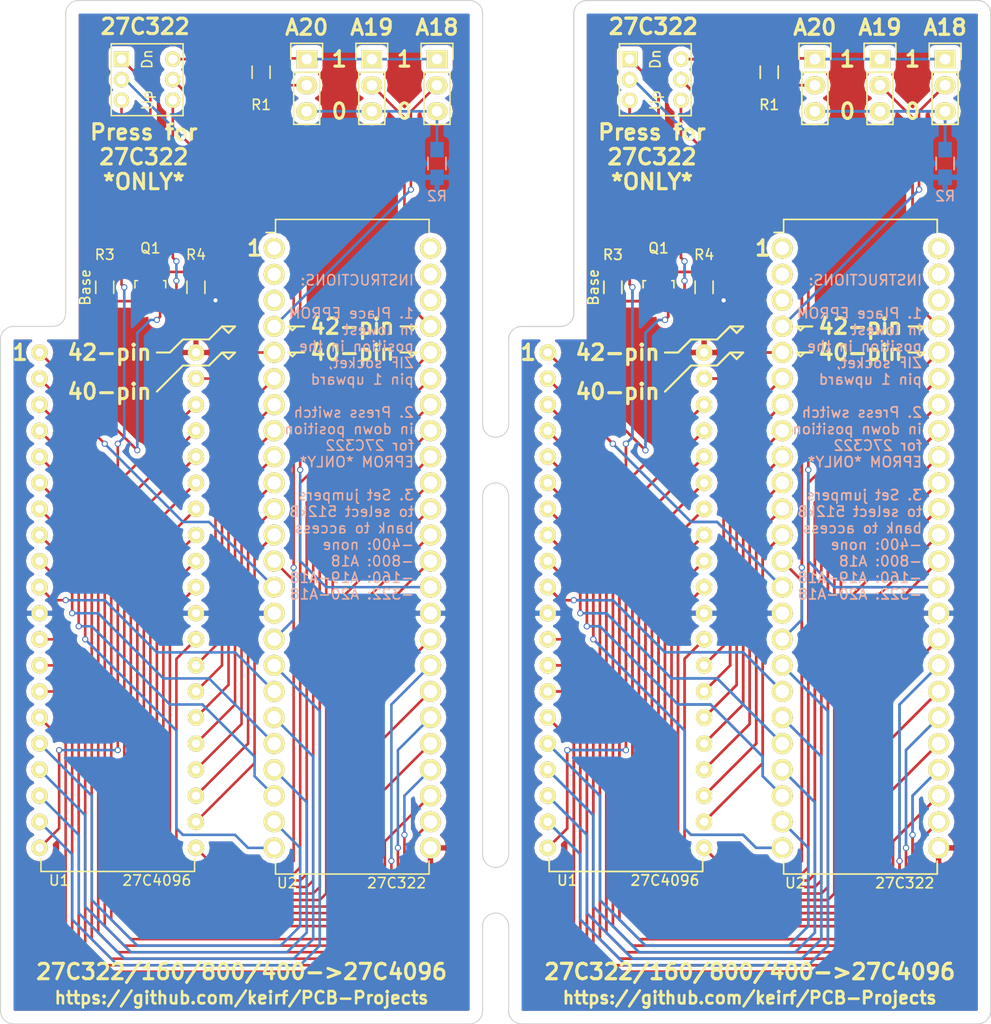
<source format=kicad_pcb>
(kicad_pcb (version 4) (host pcbnew 4.0.2+e4-6225~38~ubuntu16.04.1-stable)
  (layers (0 F.Cu signal) (31 B.Cu signal) (34 B.Paste user) (35 F.Paste user) (36 B.SilkS user) (37 F.SilkS user) (38 B.Mask user) (39 F.Mask user) (44 Edge.Cuts user))
  (net 0 "")
  (net 1 /P2)
  (net 2 /P3)
  (net 3 /P4)
  (net 4 /P5)
  (net 5 /P6)
  (net 6 /P7)
  (net 7 /P8)
  (net 8 /P9)
  (net 9 /P10)
  (net 10 /P12)
  (net 11 /P13)
  (net 12 /P14)
  (net 13 /P15)
  (net 14 /P16)
  (net 15 /P17)
  (net 16 /P18)
  (net 17 /P19)
  (net 18 /P20)
  (net 19 /P21)
  (net 20 /P22)
  (net 21 /P23)
  (net 22 /P24)
  (net 23 /P25)
  (net 24 /P26)
  (net 25 /P27)
  (net 26 /P28)
  (net 27 /P29)
  (net 28 /P31)
  (net 29 /P32)
  (net 30 /P33)
  (net 31 /P34)
  (net 32 /P35)
  (net 33 /P36)
  (net 34 /P37)
  (net 35 /P38)
  (net 36 /P39)
  (net 37 "Net-(P1-Pad1)")
  (net 38 /A19)
  (net 39 "Net-(P1-Pad3)")
  (net 40 /A18)
  (net 41 /VCC)
  (net 42 /VSS)
  (net 43 "Net-(U2-Pad1)")
  (net 44 "Net-(U2-Pad2)")
  (net 45 "Net-(U2-Pad3)")
  (net 46 "Net-(U2-Pad48)")
  (net 47 "Net-(U2-Pad47)")
  (net 48 "Net-(U2-Pad46)")
  (net 49 /A20)
  (net 50 "Net-(Q1-Pad1)")
  (net 51 /VPP)
  (net 52 "Net-(Q1-Pad3)")
  (net 53 "Net-(SW1-Pad2)")
  (net 54 "Net-(SW1-Pad5)")
  (module FF:27C160 (layer F.Cu) (at 140.97 53.975)
    (fp_text reference U2 (at 1.27 61.849) (layer F.SilkS))
    (fp_text value 27C322 (at 11.938 61.849) (layer F.SilkS))
    (pad 48 thru_hole oval (at 15.24 0) (size 2.05 2.05) (drill 1.3) (layers *.Cu *.Mask F.SilkS) (net 46 "Net-(U2-Pad48)"))
    (pad 47 thru_hole oval (at 15.24 2.54) (size 2.05 2.05) (drill 1.3) (layers *.Cu *.Mask F.SilkS) (net 47 "Net-(U2-Pad47)"))
    (pad 46 thru_hole oval (at 15.24 5.08) (size 2.05 2.05) (drill 1.3) (layers *.Cu *.Mask F.SilkS) (net 48 "Net-(U2-Pad46)"))
    (pad 45 thru_hole oval (at 15.24 7.62) (size 2.05 2.05) (drill 1.3) (layers *.Cu *.Mask F.SilkS) (net 38 /A19))
    (pad 44 thru_hole oval (at 15.24 10.16) (size 2.05 2.05) (drill 1.3) (layers *.Cu *.Mask F.SilkS) (net 27 /P29))
    (pad 43 thru_hole oval (at 15.24 12.7) (size 2.05 2.05) (drill 1.3) (layers *.Cu *.Mask F.SilkS) (net 28 /P31))
    (pad 42 thru_hole oval (at 15.24 15.24) (size 2.05 2.05) (drill 1.3) (layers *.Cu *.Mask F.SilkS) (net 29 /P32))
    (pad 41 thru_hole oval (at 15.24 17.78) (size 2.05 2.05) (drill 1.3) (layers *.Cu *.Mask F.SilkS) (net 30 /P33))
    (pad 1 thru_hole oval (at 0 0) (size 2.05 2.05) (drill 1.3) (layers *.Cu *.Mask F.SilkS) (net 43 "Net-(U2-Pad1)"))
    (pad 2 thru_hole oval (at 0 2.54) (size 2.05 2.05) (drill 1.3) (layers *.Cu *.Mask F.SilkS) (net 44 "Net-(U2-Pad2)"))
    (pad 3 thru_hole oval (at 0 5.08) (size 2.05 2.05) (drill 1.3) (layers *.Cu *.Mask F.SilkS) (net 45 "Net-(U2-Pad3)"))
    (pad 4 thru_hole oval (at 0 7.62) (size 2.05 2.05) (drill 1.3) (layers *.Cu *.Mask F.SilkS) (net 40 /A18))
    (pad 5 thru_hole oval (at 0 10.16) (size 2.05 2.05) (drill 1.3) (layers *.Cu *.Mask F.SilkS) (net 36 /P39))
    (pad 6 thru_hole oval (at 0 12.7) (size 2.05 2.05) (drill 1.3) (layers *.Cu *.Mask F.SilkS) (net 26 /P28))
    (pad 7 thru_hole oval (at 0 15.24) (size 2.05 2.05) (drill 1.3) (layers *.Cu *.Mask F.SilkS) (net 25 /P27))
    (pad 8 thru_hole oval (at 0 17.78) (size 2.05 2.05) (drill 1.3) (layers *.Cu *.Mask F.SilkS) (net 24 /P26))
    (pad 9 thru_hole oval (at 0 20.32) (size 2.05 2.05) (drill 1.3) (layers *.Cu *.Mask F.SilkS) (net 23 /P25))
    (pad 10 thru_hole oval (at 0 22.86) (size 2.05 2.05) (drill 1.3) (layers *.Cu *.Mask F.SilkS) (net 22 /P24))
    (pad 11 thru_hole oval (at 0 25.4) (size 2.05 2.05) (drill 1.3) (layers *.Cu *.Mask F.SilkS) (net 21 /P23))
    (pad 12 thru_hole oval (at 0 27.94) (size 2.05 2.05) (drill 1.3) (layers *.Cu *.Mask F.SilkS) (net 20 /P22))
    (pad 13 thru_hole oval (at 0 30.48) (size 2.05 2.05) (drill 1.3) (layers *.Cu *.Mask F.SilkS) (net 19 /P21))
    (pad 14 thru_hole oval (at 0 33.02) (size 2.05 2.05) (drill 1.3) (layers *.Cu *.Mask F.SilkS) (net 1 /P2))
    (pad 15 thru_hole oval (at 0 35.56) (size 2.05 2.05) (drill 1.3) (layers *.Cu *.Mask F.SilkS) (net 42 /VSS))
    (pad 16 thru_hole oval (at 0 38.1) (size 2.05 2.05) (drill 1.3) (layers *.Cu *.Mask F.SilkS) (net 53 "Net-(SW1-Pad2)"))
    (pad 17 thru_hole oval (at 0 40.64) (size 2.05 2.05) (drill 1.3) (layers *.Cu *.Mask F.SilkS) (net 17 /P19))
    (pad 18 thru_hole oval (at 0 43.18) (size 2.05 2.05) (drill 1.3) (layers *.Cu *.Mask F.SilkS) (net 9 /P10))
    (pad 19 thru_hole oval (at 0 45.72) (size 2.05 2.05) (drill 1.3) (layers *.Cu *.Mask F.SilkS) (net 16 /P18))
    (pad 20 thru_hole oval (at 0 48.26) (size 2.05 2.05) (drill 1.3) (layers *.Cu *.Mask F.SilkS) (net 8 /P9))
    (pad 21 thru_hole oval (at 0 50.8) (size 2.05 2.05) (drill 1.3) (layers *.Cu *.Mask F.SilkS) (net 15 /P17))
    (pad 22 thru_hole oval (at 0 53.34) (size 2.05 2.05) (drill 1.3) (layers *.Cu *.Mask F.SilkS) (net 7 /P8))
    (pad 23 thru_hole oval (at 0 55.88) (size 2.05 2.05) (drill 1.3) (layers *.Cu *.Mask F.SilkS) (net 14 /P16))
    (pad 24 thru_hole oval (at 0 58.42) (size 2.05 2.05) (drill 1.3) (layers *.Cu *.Mask F.SilkS) (net 6 /P7))
    (pad 25 thru_hole oval (at 15.24 58.42) (size 2.05 2.05) (drill 1.3) (layers *.Cu *.Mask F.SilkS) (net 41 /VCC))
    (pad 26 thru_hole oval (at 15.24 55.88) (size 2.05 2.05) (drill 1.3) (layers *.Cu *.Mask F.SilkS) (net 13 /P15))
    (pad 27 thru_hole oval (at 15.24 53.34) (size 2.05 2.05) (drill 1.3) (layers *.Cu *.Mask F.SilkS) (net 5 /P6))
    (pad 28 thru_hole oval (at 15.24 50.8) (size 2.05 2.05) (drill 1.3) (layers *.Cu *.Mask F.SilkS) (net 12 /P14))
    (pad 29 thru_hole oval (at 15.24 48.26) (size 2.05 2.05) (drill 1.3) (layers *.Cu *.Mask F.SilkS) (net 4 /P5))
    (pad 30 thru_hole oval (at 15.24 45.72) (size 2.05 2.05) (drill 1.3) (layers *.Cu *.Mask F.SilkS) (net 11 /P13))
    (pad 31 thru_hole oval (at 15.24 43.18) (size 2.05 2.05) (drill 1.3) (layers *.Cu *.Mask F.SilkS) (net 3 /P4))
    (pad 32 thru_hole oval (at 15.24 40.64) (size 2.05 2.05) (drill 1.3) (layers *.Cu *.Mask F.SilkS) (net 10 /P12))
    (pad 33 thru_hole oval (at 15.24 38.1) (size 2.05 2.05) (drill 1.3) (layers *.Cu *.Mask F.SilkS) (net 2 /P3))
    (pad 34 thru_hole oval (at 15.24 35.56) (size 2.05 2.05) (drill 1.3) (layers *.Cu *.Mask F.SilkS) (net 42 /VSS))
    (pad 35 thru_hole oval (at 15.24 33.02) (size 2.05 2.05) (drill 1.3) (layers *.Cu *.Mask F.SilkS) (net 54 "Net-(SW1-Pad5)"))
    (pad 36 thru_hole oval (at 15.24 30.48) (size 2.05 2.05) (drill 1.3) (layers *.Cu *.Mask F.SilkS) (net 35 /P38))
    (pad 37 thru_hole oval (at 15.24 27.94) (size 2.05 2.05) (drill 1.3) (layers *.Cu *.Mask F.SilkS) (net 34 /P37))
    (pad 38 thru_hole oval (at 15.24 25.4) (size 2.05 2.05) (drill 1.3) (layers *.Cu *.Mask F.SilkS) (net 33 /P36))
    (pad 39 thru_hole oval (at 15.24 22.86) (size 2.05 2.05) (drill 1.3) (layers *.Cu *.Mask F.SilkS) (net 32 /P35))
    (pad 40 thru_hole oval (at 15.24 20.32) (size 2.05 2.05) (drill 1.3) (layers *.Cu *.Mask F.SilkS) (net 31 /P34))
  )
  (module FF:27C4096 (layer F.Cu) (at 118.11 64.135)
    (fp_text reference U1 (at 1.905 51.435) (layer F.SilkS))
    (fp_text value 27C4096 (at 11.43 51.435) (layer F.SilkS))
    (pad 1 thru_hole oval (at 0 0) (size 1.6 1.6) (drill 0.8) (layers *.Cu *.Mask F.SilkS) (net 51 /VPP))
    (pad 2 thru_hole oval (at 0 2.54) (size 1.6 1.6) (drill 0.8) (layers *.Cu *.Mask F.SilkS) (net 1 /P2))
    (pad 3 thru_hole oval (at 0 5.08) (size 1.6 1.6) (drill 0.8) (layers *.Cu *.Mask F.SilkS) (net 2 /P3))
    (pad 4 thru_hole oval (at 0 7.62) (size 1.6 1.6) (drill 0.8) (layers *.Cu *.Mask F.SilkS) (net 3 /P4))
    (pad 5 thru_hole oval (at 0 10.16) (size 1.6 1.6) (drill 0.8) (layers *.Cu *.Mask F.SilkS) (net 4 /P5))
    (pad 6 thru_hole oval (at 0 12.7) (size 1.6 1.6) (drill 0.8) (layers *.Cu *.Mask F.SilkS) (net 5 /P6))
    (pad 7 thru_hole oval (at 0 15.24) (size 1.6 1.6) (drill 0.8) (layers *.Cu *.Mask F.SilkS) (net 6 /P7))
    (pad 8 thru_hole oval (at 0 17.78) (size 1.6 1.6) (drill 0.8) (layers *.Cu *.Mask F.SilkS) (net 7 /P8))
    (pad 9 thru_hole oval (at 0 20.32) (size 1.6 1.6) (drill 0.8) (layers *.Cu *.Mask F.SilkS) (net 8 /P9))
    (pad 10 thru_hole oval (at 0 22.86) (size 1.6 1.6) (drill 0.8) (layers *.Cu *.Mask F.SilkS) (net 9 /P10))
    (pad 11 thru_hole oval (at 0 25.4) (size 1.6 1.6) (drill 0.8) (layers *.Cu *.Mask F.SilkS) (net 42 /VSS))
    (pad 12 thru_hole oval (at 0 27.94) (size 1.6 1.6) (drill 0.8) (layers *.Cu *.Mask F.SilkS) (net 10 /P12))
    (pad 13 thru_hole oval (at 0 30.48) (size 1.6 1.6) (drill 0.8) (layers *.Cu *.Mask F.SilkS) (net 11 /P13))
    (pad 14 thru_hole oval (at 0 33.02) (size 1.6 1.6) (drill 0.8) (layers *.Cu *.Mask F.SilkS) (net 12 /P14))
    (pad 15 thru_hole oval (at 0 35.56) (size 1.6 1.6) (drill 0.8) (layers *.Cu *.Mask F.SilkS) (net 13 /P15))
    (pad 16 thru_hole oval (at 0 38.1) (size 1.6 1.6) (drill 0.8) (layers *.Cu *.Mask F.SilkS) (net 14 /P16))
    (pad 17 thru_hole oval (at 0 40.64) (size 1.6 1.6) (drill 0.8) (layers *.Cu *.Mask F.SilkS) (net 15 /P17))
    (pad 18 thru_hole oval (at 0 43.18) (size 1.6 1.6) (drill 0.8) (layers *.Cu *.Mask F.SilkS) (net 16 /P18))
    (pad 19 thru_hole oval (at 0 45.72) (size 1.6 1.6) (drill 0.8) (layers *.Cu *.Mask F.SilkS) (net 17 /P19))
    (pad 20 thru_hole oval (at 0 48.26) (size 1.6 1.6) (drill 0.8) (layers *.Cu *.Mask F.SilkS) (net 18 /P20))
    (pad 21 thru_hole oval (at 15.24 48.26) (size 1.6 1.6) (drill 0.8) (layers *.Cu *.Mask F.SilkS) (net 19 /P21))
    (pad 22 thru_hole oval (at 15.24 45.72) (size 1.6 1.6) (drill 0.8) (layers *.Cu *.Mask F.SilkS) (net 20 /P22))
    (pad 23 thru_hole oval (at 15.24 43.18) (size 1.6 1.6) (drill 0.8) (layers *.Cu *.Mask F.SilkS) (net 21 /P23))
    (pad 24 thru_hole oval (at 15.24 40.64) (size 1.6 1.6) (drill 0.8) (layers *.Cu *.Mask F.SilkS) (net 22 /P24))
    (pad 25 thru_hole oval (at 15.24 38.1) (size 1.6 1.6) (drill 0.8) (layers *.Cu *.Mask F.SilkS) (net 23 /P25))
    (pad 26 thru_hole oval (at 15.24 35.56) (size 1.6 1.6) (drill 0.8) (layers *.Cu *.Mask F.SilkS) (net 24 /P26))
    (pad 27 thru_hole oval (at 15.24 33.02) (size 1.6 1.6) (drill 0.8) (layers *.Cu *.Mask F.SilkS) (net 25 /P27))
    (pad 28 thru_hole oval (at 15.24 30.48) (size 1.6 1.6) (drill 0.8) (layers *.Cu *.Mask F.SilkS) (net 26 /P28))
    (pad 29 thru_hole oval (at 15.24 27.94) (size 1.6 1.6) (drill 0.8) (layers *.Cu *.Mask F.SilkS) (net 27 /P29))
    (pad 30 thru_hole oval (at 15.24 25.4) (size 1.6 1.6) (drill 0.8) (layers *.Cu *.Mask F.SilkS) (net 42 /VSS))
    (pad 31 thru_hole oval (at 15.24 22.86) (size 1.6 1.6) (drill 0.8) (layers *.Cu *.Mask F.SilkS) (net 28 /P31))
    (pad 32 thru_hole oval (at 15.24 20.32) (size 1.6 1.6) (drill 0.8) (layers *.Cu *.Mask F.SilkS) (net 29 /P32))
    (pad 33 thru_hole oval (at 15.24 17.78) (size 1.6 1.6) (drill 0.8) (layers *.Cu *.Mask F.SilkS) (net 30 /P33))
    (pad 34 thru_hole oval (at 15.24 15.24) (size 1.6 1.6) (drill 0.8) (layers *.Cu *.Mask F.SilkS) (net 31 /P34))
    (pad 35 thru_hole oval (at 15.24 12.7) (size 1.6 1.6) (drill 0.8) (layers *.Cu *.Mask F.SilkS) (net 32 /P35))
    (pad 36 thru_hole oval (at 15.24 10.16) (size 1.6 1.6) (drill 0.8) (layers *.Cu *.Mask F.SilkS) (net 33 /P36))
    (pad 37 thru_hole oval (at 15.24 7.62) (size 1.6 1.6) (drill 0.8) (layers *.Cu *.Mask F.SilkS) (net 34 /P37))
    (pad 38 thru_hole oval (at 15.24 5.08) (size 1.6 1.6) (drill 0.8) (layers *.Cu *.Mask F.SilkS) (net 35 /P38))
    (pad 39 thru_hole oval (at 15.24 2.54) (size 1.6 1.6) (drill 0.8) (layers *.Cu *.Mask F.SilkS) (net 36 /P39))
    (pad 40 thru_hole oval (at 15.24 0) (size 1.6 1.6) (drill 0.8) (layers *.Cu *.Mask F.SilkS) (net 41 /VCC))
  )
  (module Pin_Headers:Pin_Header_Straight_1x03 (layer F.Cu) (at 150.495 35.56)
    (fp_text reference P1 hide)
    (fp_text value A19 (at 0 -3.1) (layer F.SilkS) (effects (font (size 1.5 1.5) (thickness 0.3))))
    (pad 1 thru_hole rect (at 0 0) (size 2.032 1.7272) (drill 1.016) (layers *.Cu *.Mask F.SilkS) (net 37 "Net-(P1-Pad1)"))
    (pad 2 thru_hole oval (at 0 2.54) (size 2.032 1.7272) (drill 1.016) (layers *.Cu *.Mask F.SilkS) (net 38 /A19))
    (pad 3 thru_hole oval (at 0 5.08) (size 2.032 1.7272) (drill 1.016) (layers *.Cu *.Mask F.SilkS) (net 39 "Net-(P1-Pad3)"))
  )
  (module Pin_Headers:Pin_Header_Straight_1x03 (layer F.Cu) (at 156.845 35.56)
    (fp_text reference P2 hide)
    (fp_text value A18 (at 0 -3.1) (layer F.SilkS) (effects (font (size 1.5 1.5) (thickness 0.3))))
    (pad 1 thru_hole rect (at 0 0) (size 2.032 1.7272) (drill 1.016) (layers *.Cu *.Mask F.SilkS) (net 37 "Net-(P1-Pad1)"))
    (pad 2 thru_hole oval (at 0 2.54) (size 2.032 1.7272) (drill 1.016) (layers *.Cu *.Mask F.SilkS) (net 40 /A18))
    (pad 3 thru_hole oval (at 0 5.08) (size 2.032 1.7272) (drill 1.016) (layers *.Cu *.Mask F.SilkS) (net 39 "Net-(P1-Pad3)"))
  )
  (module Resistors_SMD:R_0805_HandSoldering (layer F.Cu) (at 139.7 36.83 270)
    (fp_text reference R1 (at 3.175 0 360) (layer F.SilkS))
    (fp_text value 10K hide)
    (pad 1 smd rect (at -1.35 0 270) (size 1.5 1.3) (layers F.Cu F.Paste F.Mask) (net 37 "Net-(P1-Pad1)"))
    (pad 2 smd rect (at 1.35 0 270) (size 1.5 1.3) (layers F.Cu F.Paste F.Mask) (net 41 /VCC))
  )
  (module Resistors_SMD:R_0805_HandSoldering (layer B.Cu) (at 156.845 45.72 270)
    (fp_text reference R2 (at 3.175 0 540) (layer B.SilkS) (effects (justify mirror)))
    (fp_text value 10K hide)
    (pad 1 smd rect (at -1.35 0 270) (size 1.5 1.3) (layers B.Cu B.Paste B.Mask) (net 39 "Net-(P1-Pad3)"))
    (pad 2 smd rect (at 1.35 0 270) (size 1.5 1.3) (layers B.Cu B.Paste B.Mask) (net 42 /VSS))
  )
  (module Pin_Headers:Pin_Header_Straight_1x03 (layer F.Cu) (at 144.145 35.56)
    (fp_text reference P3 hide)
    (fp_text value A20 (at 0 -3.1) (layer F.SilkS) (effects (font (size 1.5 1.5) (thickness 0.3))))
    (pad 1 thru_hole rect (at 0 0) (size 2.032 1.7272) (drill 1.016) (layers *.Cu *.Mask F.SilkS) (net 37 "Net-(P1-Pad1)"))
    (pad 2 thru_hole oval (at 0 2.54) (size 2.032 1.7272) (drill 1.016) (layers *.Cu *.Mask F.SilkS) (net 49 /A20))
    (pad 3 thru_hole oval (at 0 5.08) (size 2.032 1.7272) (drill 1.016) (layers *.Cu *.Mask F.SilkS) (net 39 "Net-(P1-Pad3)"))
  )
  (module Resistors_SMD:R_0805_HandSoldering (layer F.Cu) (at 124.46 57.785 90)
    (fp_text reference R3 (at 3.175 0 180) (layer F.SilkS))
    (fp_text value 10K hide)
    (pad 1 smd rect (at -1.35 0 90) (size 1.5 1.3) (layers F.Cu F.Paste F.Mask) (net 50 "Net-(Q1-Pad1)"))
    (pad 2 smd rect (at 1.35 0 90) (size 1.5 1.3) (layers F.Cu F.Paste F.Mask) (net 41 /VCC))
  )
  (module Resistors_SMD:R_0805_HandSoldering (layer F.Cu) (at 133.35 57.785 270)
    (fp_text reference R4 (at -3.175 0 360) (layer F.SilkS))
    (fp_text value 10K hide)
    (pad 1 smd rect (at -1.35 0 270) (size 1.5 1.3) (layers F.Cu F.Paste F.Mask) (net 52 "Net-(Q1-Pad3)"))
    (pad 2 smd rect (at 1.35 0 270) (size 1.5 1.3) (layers F.Cu F.Paste F.Mask) (net 42 /VSS))
  )
  (module FF:SW_PUSH_x2 (layer F.Cu) (at 125.095 35.56 270)
    (fp_text reference SW1 hide)
    (fp_text value Switch_SPDT_x2 hide)
    (fp_text user Up (at 4 -3.5 270) (layer F.SilkS))
    (fp_text user Dn (at 0 -3.5 270) (layer F.SilkS))
    (pad 1 thru_hole rect (at 0 -1 270) (size 1.5 1.5) (drill 0.9) (layers *.Cu *.Mask F.SilkS) (net 52 "Net-(Q1-Pad3)"))
    (pad 2 thru_hole circle (at 2 -1 270) (size 1.5 1.5) (drill 0.9) (layers *.Cu *.Mask F.SilkS) (net 53 "Net-(SW1-Pad2)"))
    (pad 3 thru_hole circle (at 4 -1 270) (size 1.5 1.5) (drill 0.9) (layers *.Cu *.Mask F.SilkS) (net 18 /P20))
    (pad 4 thru_hole circle (at 0 -6 270) (size 1.5 1.5) (drill 0.9) (layers *.Cu *.Mask F.SilkS) (net 49 /A20))
    (pad 5 thru_hole circle (at 2 -6 270) (size 1.5 1.5) (drill 0.9) (layers *.Cu *.Mask F.SilkS) (net 54 "Net-(SW1-Pad5)"))
    (pad 6 thru_hole circle (at 4 -6 270) (size 1.5 1.5) (drill 0.9) (layers *.Cu *.Mask F.SilkS) (net 51 /VPP))
  )
  (module TO_SOT_Packages_SMD:SOT-23_Handsoldering (layer F.Cu) (at 128.905 57.785)
    (fp_text reference Q1 (at 0 -3.81) (layer F.SilkS))
    (fp_text value MMBT3906 hide)
    (pad 1 smd rect (at -0.95 1.50114) (size 0.8001 1.80086) (layers F.Cu F.Paste F.Mask) (net 50 "Net-(Q1-Pad1)"))
    (pad 2 smd rect (at 0.95 1.50114) (size 0.8001 1.80086) (layers F.Cu F.Paste F.Mask) (net 51 /VPP))
    (pad 3 smd rect (at 0 -1.50114) (size 0.8001 1.80086) (layers F.Cu F.Paste F.Mask) (net 52 "Net-(Q1-Pad3)"))
  )
  (module FF:27C160 (layer F.Cu) (at 140.97 53.975)
    (fp_text reference U2 (at 1.27 61.849) (layer F.SilkS))
    (fp_text value 27C322 (at 11.938 61.849) (layer F.SilkS))
    (pad 48 thru_hole oval (at 15.24 0) (size 2.05 2.05) (drill 1.3) (layers *.Cu *.Mask F.SilkS) (net 46 "Net-(U2-Pad48)"))
    (pad 47 thru_hole oval (at 15.24 2.54) (size 2.05 2.05) (drill 1.3) (layers *.Cu *.Mask F.SilkS) (net 47 "Net-(U2-Pad47)"))
    (pad 46 thru_hole oval (at 15.24 5.08) (size 2.05 2.05) (drill 1.3) (layers *.Cu *.Mask F.SilkS) (net 48 "Net-(U2-Pad46)"))
    (pad 45 thru_hole oval (at 15.24 7.62) (size 2.05 2.05) (drill 1.3) (layers *.Cu *.Mask F.SilkS) (net 38 /A19))
    (pad 44 thru_hole oval (at 15.24 10.16) (size 2.05 2.05) (drill 1.3) (layers *.Cu *.Mask F.SilkS) (net 27 /P29))
    (pad 43 thru_hole oval (at 15.24 12.7) (size 2.05 2.05) (drill 1.3) (layers *.Cu *.Mask F.SilkS) (net 28 /P31))
    (pad 42 thru_hole oval (at 15.24 15.24) (size 2.05 2.05) (drill 1.3) (layers *.Cu *.Mask F.SilkS) (net 29 /P32))
    (pad 41 thru_hole oval (at 15.24 17.78) (size 2.05 2.05) (drill 1.3) (layers *.Cu *.Mask F.SilkS) (net 30 /P33))
    (pad 1 thru_hole oval (at 0 0) (size 2.05 2.05) (drill 1.3) (layers *.Cu *.Mask F.SilkS) (net 43 "Net-(U2-Pad1)"))
    (pad 2 thru_hole oval (at 0 2.54) (size 2.05 2.05) (drill 1.3) (layers *.Cu *.Mask F.SilkS) (net 44 "Net-(U2-Pad2)"))
    (pad 3 thru_hole oval (at 0 5.08) (size 2.05 2.05) (drill 1.3) (layers *.Cu *.Mask F.SilkS) (net 45 "Net-(U2-Pad3)"))
    (pad 4 thru_hole oval (at 0 7.62) (size 2.05 2.05) (drill 1.3) (layers *.Cu *.Mask F.SilkS) (net 40 /A18))
    (pad 5 thru_hole oval (at 0 10.16) (size 2.05 2.05) (drill 1.3) (layers *.Cu *.Mask F.SilkS) (net 36 /P39))
    (pad 6 thru_hole oval (at 0 12.7) (size 2.05 2.05) (drill 1.3) (layers *.Cu *.Mask F.SilkS) (net 26 /P28))
    (pad 7 thru_hole oval (at 0 15.24) (size 2.05 2.05) (drill 1.3) (layers *.Cu *.Mask F.SilkS) (net 25 /P27))
    (pad 8 thru_hole oval (at 0 17.78) (size 2.05 2.05) (drill 1.3) (layers *.Cu *.Mask F.SilkS) (net 24 /P26))
    (pad 9 thru_hole oval (at 0 20.32) (size 2.05 2.05) (drill 1.3) (layers *.Cu *.Mask F.SilkS) (net 23 /P25))
    (pad 10 thru_hole oval (at 0 22.86) (size 2.05 2.05) (drill 1.3) (layers *.Cu *.Mask F.SilkS) (net 22 /P24))
    (pad 11 thru_hole oval (at 0 25.4) (size 2.05 2.05) (drill 1.3) (layers *.Cu *.Mask F.SilkS) (net 21 /P23))
    (pad 12 thru_hole oval (at 0 27.94) (size 2.05 2.05) (drill 1.3) (layers *.Cu *.Mask F.SilkS) (net 20 /P22))
    (pad 13 thru_hole oval (at 0 30.48) (size 2.05 2.05) (drill 1.3) (layers *.Cu *.Mask F.SilkS) (net 19 /P21))
    (pad 14 thru_hole oval (at 0 33.02) (size 2.05 2.05) (drill 1.3) (layers *.Cu *.Mask F.SilkS) (net 1 /P2))
    (pad 15 thru_hole oval (at 0 35.56) (size 2.05 2.05) (drill 1.3) (layers *.Cu *.Mask F.SilkS) (net 42 /VSS))
    (pad 16 thru_hole oval (at 0 38.1) (size 2.05 2.05) (drill 1.3) (layers *.Cu *.Mask F.SilkS) (net 53 "Net-(SW1-Pad2)"))
    (pad 17 thru_hole oval (at 0 40.64) (size 2.05 2.05) (drill 1.3) (layers *.Cu *.Mask F.SilkS) (net 17 /P19))
    (pad 18 thru_hole oval (at 0 43.18) (size 2.05 2.05) (drill 1.3) (layers *.Cu *.Mask F.SilkS) (net 9 /P10))
    (pad 19 thru_hole oval (at 0 45.72) (size 2.05 2.05) (drill 1.3) (layers *.Cu *.Mask F.SilkS) (net 16 /P18))
    (pad 20 thru_hole oval (at 0 48.26) (size 2.05 2.05) (drill 1.3) (layers *.Cu *.Mask F.SilkS) (net 8 /P9))
    (pad 21 thru_hole oval (at 0 50.8) (size 2.05 2.05) (drill 1.3) (layers *.Cu *.Mask F.SilkS) (net 15 /P17))
    (pad 22 thru_hole oval (at 0 53.34) (size 2.05 2.05) (drill 1.3) (layers *.Cu *.Mask F.SilkS) (net 7 /P8))
    (pad 23 thru_hole oval (at 0 55.88) (size 2.05 2.05) (drill 1.3) (layers *.Cu *.Mask F.SilkS) (net 14 /P16))
    (pad 24 thru_hole oval (at 0 58.42) (size 2.05 2.05) (drill 1.3) (layers *.Cu *.Mask F.SilkS) (net 6 /P7))
    (pad 25 thru_hole oval (at 15.24 58.42) (size 2.05 2.05) (drill 1.3) (layers *.Cu *.Mask F.SilkS) (net 41 /VCC))
    (pad 26 thru_hole oval (at 15.24 55.88) (size 2.05 2.05) (drill 1.3) (layers *.Cu *.Mask F.SilkS) (net 13 /P15))
    (pad 27 thru_hole oval (at 15.24 53.34) (size 2.05 2.05) (drill 1.3) (layers *.Cu *.Mask F.SilkS) (net 5 /P6))
    (pad 28 thru_hole oval (at 15.24 50.8) (size 2.05 2.05) (drill 1.3) (layers *.Cu *.Mask F.SilkS) (net 12 /P14))
    (pad 29 thru_hole oval (at 15.24 48.26) (size 2.05 2.05) (drill 1.3) (layers *.Cu *.Mask F.SilkS) (net 4 /P5))
    (pad 30 thru_hole oval (at 15.24 45.72) (size 2.05 2.05) (drill 1.3) (layers *.Cu *.Mask F.SilkS) (net 11 /P13))
    (pad 31 thru_hole oval (at 15.24 43.18) (size 2.05 2.05) (drill 1.3) (layers *.Cu *.Mask F.SilkS) (net 3 /P4))
    (pad 32 thru_hole oval (at 15.24 40.64) (size 2.05 2.05) (drill 1.3) (layers *.Cu *.Mask F.SilkS) (net 10 /P12))
    (pad 33 thru_hole oval (at 15.24 38.1) (size 2.05 2.05) (drill 1.3) (layers *.Cu *.Mask F.SilkS) (net 2 /P3))
    (pad 34 thru_hole oval (at 15.24 35.56) (size 2.05 2.05) (drill 1.3) (layers *.Cu *.Mask F.SilkS) (net 42 /VSS))
    (pad 35 thru_hole oval (at 15.24 33.02) (size 2.05 2.05) (drill 1.3) (layers *.Cu *.Mask F.SilkS) (net 54 "Net-(SW1-Pad5)"))
    (pad 36 thru_hole oval (at 15.24 30.48) (size 2.05 2.05) (drill 1.3) (layers *.Cu *.Mask F.SilkS) (net 35 /P38))
    (pad 37 thru_hole oval (at 15.24 27.94) (size 2.05 2.05) (drill 1.3) (layers *.Cu *.Mask F.SilkS) (net 34 /P37))
    (pad 38 thru_hole oval (at 15.24 25.4) (size 2.05 2.05) (drill 1.3) (layers *.Cu *.Mask F.SilkS) (net 33 /P36))
    (pad 39 thru_hole oval (at 15.24 22.86) (size 2.05 2.05) (drill 1.3) (layers *.Cu *.Mask F.SilkS) (net 32 /P35))
    (pad 40 thru_hole oval (at 15.24 20.32) (size 2.05 2.05) (drill 1.3) (layers *.Cu *.Mask F.SilkS) (net 31 /P34))
  )
  (module FF:27C4096 (layer F.Cu) (at 118.11 64.135)
    (fp_text reference U1 (at 1.905 51.435) (layer F.SilkS))
    (fp_text value 27C4096 (at 11.43 51.435) (layer F.SilkS))
    (pad 1 thru_hole oval (at 0 0) (size 1.6 1.6) (drill 0.8) (layers *.Cu *.Mask F.SilkS) (net 51 /VPP))
    (pad 2 thru_hole oval (at 0 2.54) (size 1.6 1.6) (drill 0.8) (layers *.Cu *.Mask F.SilkS) (net 1 /P2))
    (pad 3 thru_hole oval (at 0 5.08) (size 1.6 1.6) (drill 0.8) (layers *.Cu *.Mask F.SilkS) (net 2 /P3))
    (pad 4 thru_hole oval (at 0 7.62) (size 1.6 1.6) (drill 0.8) (layers *.Cu *.Mask F.SilkS) (net 3 /P4))
    (pad 5 thru_hole oval (at 0 10.16) (size 1.6 1.6) (drill 0.8) (layers *.Cu *.Mask F.SilkS) (net 4 /P5))
    (pad 6 thru_hole oval (at 0 12.7) (size 1.6 1.6) (drill 0.8) (layers *.Cu *.Mask F.SilkS) (net 5 /P6))
    (pad 7 thru_hole oval (at 0 15.24) (size 1.6 1.6) (drill 0.8) (layers *.Cu *.Mask F.SilkS) (net 6 /P7))
    (pad 8 thru_hole oval (at 0 17.78) (size 1.6 1.6) (drill 0.8) (layers *.Cu *.Mask F.SilkS) (net 7 /P8))
    (pad 9 thru_hole oval (at 0 20.32) (size 1.6 1.6) (drill 0.8) (layers *.Cu *.Mask F.SilkS) (net 8 /P9))
    (pad 10 thru_hole oval (at 0 22.86) (size 1.6 1.6) (drill 0.8) (layers *.Cu *.Mask F.SilkS) (net 9 /P10))
    (pad 11 thru_hole oval (at 0 25.4) (size 1.6 1.6) (drill 0.8) (layers *.Cu *.Mask F.SilkS) (net 42 /VSS))
    (pad 12 thru_hole oval (at 0 27.94) (size 1.6 1.6) (drill 0.8) (layers *.Cu *.Mask F.SilkS) (net 10 /P12))
    (pad 13 thru_hole oval (at 0 30.48) (size 1.6 1.6) (drill 0.8) (layers *.Cu *.Mask F.SilkS) (net 11 /P13))
    (pad 14 thru_hole oval (at 0 33.02) (size 1.6 1.6) (drill 0.8) (layers *.Cu *.Mask F.SilkS) (net 12 /P14))
    (pad 15 thru_hole oval (at 0 35.56) (size 1.6 1.6) (drill 0.8) (layers *.Cu *.Mask F.SilkS) (net 13 /P15))
    (pad 16 thru_hole oval (at 0 38.1) (size 1.6 1.6) (drill 0.8) (layers *.Cu *.Mask F.SilkS) (net 14 /P16))
    (pad 17 thru_hole oval (at 0 40.64) (size 1.6 1.6) (drill 0.8) (layers *.Cu *.Mask F.SilkS) (net 15 /P17))
    (pad 18 thru_hole oval (at 0 43.18) (size 1.6 1.6) (drill 0.8) (layers *.Cu *.Mask F.SilkS) (net 16 /P18))
    (pad 19 thru_hole oval (at 0 45.72) (size 1.6 1.6) (drill 0.8) (layers *.Cu *.Mask F.SilkS) (net 17 /P19))
    (pad 20 thru_hole oval (at 0 48.26) (size 1.6 1.6) (drill 0.8) (layers *.Cu *.Mask F.SilkS) (net 18 /P20))
    (pad 21 thru_hole oval (at 15.24 48.26) (size 1.6 1.6) (drill 0.8) (layers *.Cu *.Mask F.SilkS) (net 19 /P21))
    (pad 22 thru_hole oval (at 15.24 45.72) (size 1.6 1.6) (drill 0.8) (layers *.Cu *.Mask F.SilkS) (net 20 /P22))
    (pad 23 thru_hole oval (at 15.24 43.18) (size 1.6 1.6) (drill 0.8) (layers *.Cu *.Mask F.SilkS) (net 21 /P23))
    (pad 24 thru_hole oval (at 15.24 40.64) (size 1.6 1.6) (drill 0.8) (layers *.Cu *.Mask F.SilkS) (net 22 /P24))
    (pad 25 thru_hole oval (at 15.24 38.1) (size 1.6 1.6) (drill 0.8) (layers *.Cu *.Mask F.SilkS) (net 23 /P25))
    (pad 26 thru_hole oval (at 15.24 35.56) (size 1.6 1.6) (drill 0.8) (layers *.Cu *.Mask F.SilkS) (net 24 /P26))
    (pad 27 thru_hole oval (at 15.24 33.02) (size 1.6 1.6) (drill 0.8) (layers *.Cu *.Mask F.SilkS) (net 25 /P27))
    (pad 28 thru_hole oval (at 15.24 30.48) (size 1.6 1.6) (drill 0.8) (layers *.Cu *.Mask F.SilkS) (net 26 /P28))
    (pad 29 thru_hole oval (at 15.24 27.94) (size 1.6 1.6) (drill 0.8) (layers *.Cu *.Mask F.SilkS) (net 27 /P29))
    (pad 30 thru_hole oval (at 15.24 25.4) (size 1.6 1.6) (drill 0.8) (layers *.Cu *.Mask F.SilkS) (net 42 /VSS))
    (pad 31 thru_hole oval (at 15.24 22.86) (size 1.6 1.6) (drill 0.8) (layers *.Cu *.Mask F.SilkS) (net 28 /P31))
    (pad 32 thru_hole oval (at 15.24 20.32) (size 1.6 1.6) (drill 0.8) (layers *.Cu *.Mask F.SilkS) (net 29 /P32))
    (pad 33 thru_hole oval (at 15.24 17.78) (size 1.6 1.6) (drill 0.8) (layers *.Cu *.Mask F.SilkS) (net 30 /P33))
    (pad 34 thru_hole oval (at 15.24 15.24) (size 1.6 1.6) (drill 0.8) (layers *.Cu *.Mask F.SilkS) (net 31 /P34))
    (pad 35 thru_hole oval (at 15.24 12.7) (size 1.6 1.6) (drill 0.8) (layers *.Cu *.Mask F.SilkS) (net 32 /P35))
    (pad 36 thru_hole oval (at 15.24 10.16) (size 1.6 1.6) (drill 0.8) (layers *.Cu *.Mask F.SilkS) (net 33 /P36))
    (pad 37 thru_hole oval (at 15.24 7.62) (size 1.6 1.6) (drill 0.8) (layers *.Cu *.Mask F.SilkS) (net 34 /P37))
    (pad 38 thru_hole oval (at 15.24 5.08) (size 1.6 1.6) (drill 0.8) (layers *.Cu *.Mask F.SilkS) (net 35 /P38))
    (pad 39 thru_hole oval (at 15.24 2.54) (size 1.6 1.6) (drill 0.8) (layers *.Cu *.Mask F.SilkS) (net 36 /P39))
    (pad 40 thru_hole oval (at 15.24 0) (size 1.6 1.6) (drill 0.8) (layers *.Cu *.Mask F.SilkS) (net 41 /VCC))
  )
  (module Pin_Headers:Pin_Header_Straight_1x03 (layer F.Cu) (at 150.495 35.56)
    (fp_text reference P1 hide)
    (fp_text value A19 (at 0 -3.1) (layer F.SilkS) (effects (font (size 1.5 1.5) (thickness 0.3))))
    (pad 1 thru_hole rect (at 0 0) (size 2.032 1.7272) (drill 1.016) (layers *.Cu *.Mask F.SilkS) (net 37 "Net-(P1-Pad1)"))
    (pad 2 thru_hole oval (at 0 2.54) (size 2.032 1.7272) (drill 1.016) (layers *.Cu *.Mask F.SilkS) (net 38 /A19))
    (pad 3 thru_hole oval (at 0 5.08) (size 2.032 1.7272) (drill 1.016) (layers *.Cu *.Mask F.SilkS) (net 39 "Net-(P1-Pad3)"))
  )
  (module Pin_Headers:Pin_Header_Straight_1x03 (layer F.Cu) (at 156.845 35.56)
    (fp_text reference P2 hide)
    (fp_text value A18 (at 0 -3.1) (layer F.SilkS) (effects (font (size 1.5 1.5) (thickness 0.3))))
    (pad 1 thru_hole rect (at 0 0) (size 2.032 1.7272) (drill 1.016) (layers *.Cu *.Mask F.SilkS) (net 37 "Net-(P1-Pad1)"))
    (pad 2 thru_hole oval (at 0 2.54) (size 2.032 1.7272) (drill 1.016) (layers *.Cu *.Mask F.SilkS) (net 40 /A18))
    (pad 3 thru_hole oval (at 0 5.08) (size 2.032 1.7272) (drill 1.016) (layers *.Cu *.Mask F.SilkS) (net 39 "Net-(P1-Pad3)"))
  )
  (module Resistors_SMD:R_0805_HandSoldering (layer F.Cu) (at 139.7 36.83 270)
    (fp_text reference R1 (at 3.175 0 360) (layer F.SilkS))
    (fp_text value 10K hide)
    (pad 1 smd rect (at -1.35 0 270) (size 1.5 1.3) (layers F.Cu F.Paste F.Mask) (net 37 "Net-(P1-Pad1)"))
    (pad 2 smd rect (at 1.35 0 270) (size 1.5 1.3) (layers F.Cu F.Paste F.Mask) (net 41 /VCC))
  )
  (module Resistors_SMD:R_0805_HandSoldering (layer B.Cu) (at 156.845 45.72 270)
    (fp_text reference R2 (at 3.175 0 540) (layer B.SilkS) (effects (justify mirror)))
    (fp_text value 10K hide)
    (pad 1 smd rect (at -1.35 0 270) (size 1.5 1.3) (layers B.Cu B.Paste B.Mask) (net 39 "Net-(P1-Pad3)"))
    (pad 2 smd rect (at 1.35 0 270) (size 1.5 1.3) (layers B.Cu B.Paste B.Mask) (net 42 /VSS))
  )
  (module Pin_Headers:Pin_Header_Straight_1x03 (layer F.Cu) (at 144.145 35.56)
    (fp_text reference P3 hide)
    (fp_text value A20 (at 0 -3.1) (layer F.SilkS) (effects (font (size 1.5 1.5) (thickness 0.3))))
    (pad 1 thru_hole rect (at 0 0) (size 2.032 1.7272) (drill 1.016) (layers *.Cu *.Mask F.SilkS) (net 37 "Net-(P1-Pad1)"))
    (pad 2 thru_hole oval (at 0 2.54) (size 2.032 1.7272) (drill 1.016) (layers *.Cu *.Mask F.SilkS) (net 49 /A20))
    (pad 3 thru_hole oval (at 0 5.08) (size 2.032 1.7272) (drill 1.016) (layers *.Cu *.Mask F.SilkS) (net 39 "Net-(P1-Pad3)"))
  )
  (module Resistors_SMD:R_0805_HandSoldering (layer F.Cu) (at 124.46 57.785 90)
    (fp_text reference R3 (at 3.175 0 180) (layer F.SilkS))
    (fp_text value 10K hide)
    (pad 1 smd rect (at -1.35 0 90) (size 1.5 1.3) (layers F.Cu F.Paste F.Mask) (net 50 "Net-(Q1-Pad1)"))
    (pad 2 smd rect (at 1.35 0 90) (size 1.5 1.3) (layers F.Cu F.Paste F.Mask) (net 41 /VCC))
  )
  (module Resistors_SMD:R_0805_HandSoldering (layer F.Cu) (at 133.35 57.785 270)
    (fp_text reference R4 (at -3.175 0 360) (layer F.SilkS))
    (fp_text value 10K hide)
    (pad 1 smd rect (at -1.35 0 270) (size 1.5 1.3) (layers F.Cu F.Paste F.Mask) (net 52 "Net-(Q1-Pad3)"))
    (pad 2 smd rect (at 1.35 0 270) (size 1.5 1.3) (layers F.Cu F.Paste F.Mask) (net 42 /VSS))
  )
  (module FF:SW_PUSH_x2 (layer F.Cu) (at 125.095 35.56 270)
    (fp_text reference SW1 hide)
    (fp_text value Switch_SPDT_x2 hide)
    (fp_text user Up (at 4 -3.5 270) (layer F.SilkS))
    (fp_text user Dn (at 0 -3.5 270) (layer F.SilkS))
    (pad 1 thru_hole rect (at 0 -1 270) (size 1.5 1.5) (drill 0.9) (layers *.Cu *.Mask F.SilkS) (net 52 "Net-(Q1-Pad3)"))
    (pad 2 thru_hole circle (at 2 -1 270) (size 1.5 1.5) (drill 0.9) (layers *.Cu *.Mask F.SilkS) (net 53 "Net-(SW1-Pad2)"))
    (pad 3 thru_hole circle (at 4 -1 270) (size 1.5 1.5) (drill 0.9) (layers *.Cu *.Mask F.SilkS) (net 18 /P20))
    (pad 4 thru_hole circle (at 0 -6 270) (size 1.5 1.5) (drill 0.9) (layers *.Cu *.Mask F.SilkS) (net 49 /A20))
    (pad 5 thru_hole circle (at 2 -6 270) (size 1.5 1.5) (drill 0.9) (layers *.Cu *.Mask F.SilkS) (net 54 "Net-(SW1-Pad5)"))
    (pad 6 thru_hole circle (at 4 -6 270) (size 1.5 1.5) (drill 0.9) (layers *.Cu *.Mask F.SilkS) (net 51 /VPP))
  )
  (module TO_SOT_Packages_SMD:SOT-23_Handsoldering (layer F.Cu) (at 128.905 57.785)
    (fp_text reference Q1 (at 0 -3.81) (layer F.SilkS))
    (fp_text value MMBT3906 hide)
    (pad 1 smd rect (at -0.95 1.50114) (size 0.8001 1.80086) (layers F.Cu F.Paste F.Mask) (net 50 "Net-(Q1-Pad1)"))
    (pad 2 smd rect (at 0.95 1.50114) (size 0.8001 1.80086) (layers F.Cu F.Paste F.Mask) (net 51 /VPP))
    (pad 3 smd rect (at 0 -1.50114) (size 0.8001 1.80086) (layers F.Cu F.Paste F.Mask) (net 52 "Net-(Q1-Pad3)"))
  )
  (module FF:27C160 (layer F.Cu) (at 91.44 53.975)
    (fp_text reference U2 (at 1.27 61.849) (layer F.SilkS))
    (fp_text value 27C322 (at 11.938 61.849) (layer F.SilkS))
    (pad 48 thru_hole oval (at 15.24 0) (size 2.05 2.05) (drill 1.3) (layers *.Cu *.Mask F.SilkS) (net 46 "Net-(U2-Pad48)"))
    (pad 47 thru_hole oval (at 15.24 2.54) (size 2.05 2.05) (drill 1.3) (layers *.Cu *.Mask F.SilkS) (net 47 "Net-(U2-Pad47)"))
    (pad 46 thru_hole oval (at 15.24 5.08) (size 2.05 2.05) (drill 1.3) (layers *.Cu *.Mask F.SilkS) (net 48 "Net-(U2-Pad46)"))
    (pad 45 thru_hole oval (at 15.24 7.62) (size 2.05 2.05) (drill 1.3) (layers *.Cu *.Mask F.SilkS) (net 38 /A19))
    (pad 44 thru_hole oval (at 15.24 10.16) (size 2.05 2.05) (drill 1.3) (layers *.Cu *.Mask F.SilkS) (net 27 /P29))
    (pad 43 thru_hole oval (at 15.24 12.7) (size 2.05 2.05) (drill 1.3) (layers *.Cu *.Mask F.SilkS) (net 28 /P31))
    (pad 42 thru_hole oval (at 15.24 15.24) (size 2.05 2.05) (drill 1.3) (layers *.Cu *.Mask F.SilkS) (net 29 /P32))
    (pad 41 thru_hole oval (at 15.24 17.78) (size 2.05 2.05) (drill 1.3) (layers *.Cu *.Mask F.SilkS) (net 30 /P33))
    (pad 1 thru_hole oval (at 0 0) (size 2.05 2.05) (drill 1.3) (layers *.Cu *.Mask F.SilkS) (net 43 "Net-(U2-Pad1)"))
    (pad 2 thru_hole oval (at 0 2.54) (size 2.05 2.05) (drill 1.3) (layers *.Cu *.Mask F.SilkS) (net 44 "Net-(U2-Pad2)"))
    (pad 3 thru_hole oval (at 0 5.08) (size 2.05 2.05) (drill 1.3) (layers *.Cu *.Mask F.SilkS) (net 45 "Net-(U2-Pad3)"))
    (pad 4 thru_hole oval (at 0 7.62) (size 2.05 2.05) (drill 1.3) (layers *.Cu *.Mask F.SilkS) (net 40 /A18))
    (pad 5 thru_hole oval (at 0 10.16) (size 2.05 2.05) (drill 1.3) (layers *.Cu *.Mask F.SilkS) (net 36 /P39))
    (pad 6 thru_hole oval (at 0 12.7) (size 2.05 2.05) (drill 1.3) (layers *.Cu *.Mask F.SilkS) (net 26 /P28))
    (pad 7 thru_hole oval (at 0 15.24) (size 2.05 2.05) (drill 1.3) (layers *.Cu *.Mask F.SilkS) (net 25 /P27))
    (pad 8 thru_hole oval (at 0 17.78) (size 2.05 2.05) (drill 1.3) (layers *.Cu *.Mask F.SilkS) (net 24 /P26))
    (pad 9 thru_hole oval (at 0 20.32) (size 2.05 2.05) (drill 1.3) (layers *.Cu *.Mask F.SilkS) (net 23 /P25))
    (pad 10 thru_hole oval (at 0 22.86) (size 2.05 2.05) (drill 1.3) (layers *.Cu *.Mask F.SilkS) (net 22 /P24))
    (pad 11 thru_hole oval (at 0 25.4) (size 2.05 2.05) (drill 1.3) (layers *.Cu *.Mask F.SilkS) (net 21 /P23))
    (pad 12 thru_hole oval (at 0 27.94) (size 2.05 2.05) (drill 1.3) (layers *.Cu *.Mask F.SilkS) (net 20 /P22))
    (pad 13 thru_hole oval (at 0 30.48) (size 2.05 2.05) (drill 1.3) (layers *.Cu *.Mask F.SilkS) (net 19 /P21))
    (pad 14 thru_hole oval (at 0 33.02) (size 2.05 2.05) (drill 1.3) (layers *.Cu *.Mask F.SilkS) (net 1 /P2))
    (pad 15 thru_hole oval (at 0 35.56) (size 2.05 2.05) (drill 1.3) (layers *.Cu *.Mask F.SilkS) (net 42 /VSS))
    (pad 16 thru_hole oval (at 0 38.1) (size 2.05 2.05) (drill 1.3) (layers *.Cu *.Mask F.SilkS) (net 53 "Net-(SW1-Pad2)"))
    (pad 17 thru_hole oval (at 0 40.64) (size 2.05 2.05) (drill 1.3) (layers *.Cu *.Mask F.SilkS) (net 17 /P19))
    (pad 18 thru_hole oval (at 0 43.18) (size 2.05 2.05) (drill 1.3) (layers *.Cu *.Mask F.SilkS) (net 9 /P10))
    (pad 19 thru_hole oval (at 0 45.72) (size 2.05 2.05) (drill 1.3) (layers *.Cu *.Mask F.SilkS) (net 16 /P18))
    (pad 20 thru_hole oval (at 0 48.26) (size 2.05 2.05) (drill 1.3) (layers *.Cu *.Mask F.SilkS) (net 8 /P9))
    (pad 21 thru_hole oval (at 0 50.8) (size 2.05 2.05) (drill 1.3) (layers *.Cu *.Mask F.SilkS) (net 15 /P17))
    (pad 22 thru_hole oval (at 0 53.34) (size 2.05 2.05) (drill 1.3) (layers *.Cu *.Mask F.SilkS) (net 7 /P8))
    (pad 23 thru_hole oval (at 0 55.88) (size 2.05 2.05) (drill 1.3) (layers *.Cu *.Mask F.SilkS) (net 14 /P16))
    (pad 24 thru_hole oval (at 0 58.42) (size 2.05 2.05) (drill 1.3) (layers *.Cu *.Mask F.SilkS) (net 6 /P7))
    (pad 25 thru_hole oval (at 15.24 58.42) (size 2.05 2.05) (drill 1.3) (layers *.Cu *.Mask F.SilkS) (net 41 /VCC))
    (pad 26 thru_hole oval (at 15.24 55.88) (size 2.05 2.05) (drill 1.3) (layers *.Cu *.Mask F.SilkS) (net 13 /P15))
    (pad 27 thru_hole oval (at 15.24 53.34) (size 2.05 2.05) (drill 1.3) (layers *.Cu *.Mask F.SilkS) (net 5 /P6))
    (pad 28 thru_hole oval (at 15.24 50.8) (size 2.05 2.05) (drill 1.3) (layers *.Cu *.Mask F.SilkS) (net 12 /P14))
    (pad 29 thru_hole oval (at 15.24 48.26) (size 2.05 2.05) (drill 1.3) (layers *.Cu *.Mask F.SilkS) (net 4 /P5))
    (pad 30 thru_hole oval (at 15.24 45.72) (size 2.05 2.05) (drill 1.3) (layers *.Cu *.Mask F.SilkS) (net 11 /P13))
    (pad 31 thru_hole oval (at 15.24 43.18) (size 2.05 2.05) (drill 1.3) (layers *.Cu *.Mask F.SilkS) (net 3 /P4))
    (pad 32 thru_hole oval (at 15.24 40.64) (size 2.05 2.05) (drill 1.3) (layers *.Cu *.Mask F.SilkS) (net 10 /P12))
    (pad 33 thru_hole oval (at 15.24 38.1) (size 2.05 2.05) (drill 1.3) (layers *.Cu *.Mask F.SilkS) (net 2 /P3))
    (pad 34 thru_hole oval (at 15.24 35.56) (size 2.05 2.05) (drill 1.3) (layers *.Cu *.Mask F.SilkS) (net 42 /VSS))
    (pad 35 thru_hole oval (at 15.24 33.02) (size 2.05 2.05) (drill 1.3) (layers *.Cu *.Mask F.SilkS) (net 54 "Net-(SW1-Pad5)"))
    (pad 36 thru_hole oval (at 15.24 30.48) (size 2.05 2.05) (drill 1.3) (layers *.Cu *.Mask F.SilkS) (net 35 /P38))
    (pad 37 thru_hole oval (at 15.24 27.94) (size 2.05 2.05) (drill 1.3) (layers *.Cu *.Mask F.SilkS) (net 34 /P37))
    (pad 38 thru_hole oval (at 15.24 25.4) (size 2.05 2.05) (drill 1.3) (layers *.Cu *.Mask F.SilkS) (net 33 /P36))
    (pad 39 thru_hole oval (at 15.24 22.86) (size 2.05 2.05) (drill 1.3) (layers *.Cu *.Mask F.SilkS) (net 32 /P35))
    (pad 40 thru_hole oval (at 15.24 20.32) (size 2.05 2.05) (drill 1.3) (layers *.Cu *.Mask F.SilkS) (net 31 /P34))
  )
  (module FF:27C4096 (layer F.Cu) (at 68.58 64.135)
    (fp_text reference U1 (at 1.905 51.435) (layer F.SilkS))
    (fp_text value 27C4096 (at 11.43 51.435) (layer F.SilkS))
    (pad 1 thru_hole oval (at 0 0) (size 1.6 1.6) (drill 0.8) (layers *.Cu *.Mask F.SilkS) (net 51 /VPP))
    (pad 2 thru_hole oval (at 0 2.54) (size 1.6 1.6) (drill 0.8) (layers *.Cu *.Mask F.SilkS) (net 1 /P2))
    (pad 3 thru_hole oval (at 0 5.08) (size 1.6 1.6) (drill 0.8) (layers *.Cu *.Mask F.SilkS) (net 2 /P3))
    (pad 4 thru_hole oval (at 0 7.62) (size 1.6 1.6) (drill 0.8) (layers *.Cu *.Mask F.SilkS) (net 3 /P4))
    (pad 5 thru_hole oval (at 0 10.16) (size 1.6 1.6) (drill 0.8) (layers *.Cu *.Mask F.SilkS) (net 4 /P5))
    (pad 6 thru_hole oval (at 0 12.7) (size 1.6 1.6) (drill 0.8) (layers *.Cu *.Mask F.SilkS) (net 5 /P6))
    (pad 7 thru_hole oval (at 0 15.24) (size 1.6 1.6) (drill 0.8) (layers *.Cu *.Mask F.SilkS) (net 6 /P7))
    (pad 8 thru_hole oval (at 0 17.78) (size 1.6 1.6) (drill 0.8) (layers *.Cu *.Mask F.SilkS) (net 7 /P8))
    (pad 9 thru_hole oval (at 0 20.32) (size 1.6 1.6) (drill 0.8) (layers *.Cu *.Mask F.SilkS) (net 8 /P9))
    (pad 10 thru_hole oval (at 0 22.86) (size 1.6 1.6) (drill 0.8) (layers *.Cu *.Mask F.SilkS) (net 9 /P10))
    (pad 11 thru_hole oval (at 0 25.4) (size 1.6 1.6) (drill 0.8) (layers *.Cu *.Mask F.SilkS) (net 42 /VSS))
    (pad 12 thru_hole oval (at 0 27.94) (size 1.6 1.6) (drill 0.8) (layers *.Cu *.Mask F.SilkS) (net 10 /P12))
    (pad 13 thru_hole oval (at 0 30.48) (size 1.6 1.6) (drill 0.8) (layers *.Cu *.Mask F.SilkS) (net 11 /P13))
    (pad 14 thru_hole oval (at 0 33.02) (size 1.6 1.6) (drill 0.8) (layers *.Cu *.Mask F.SilkS) (net 12 /P14))
    (pad 15 thru_hole oval (at 0 35.56) (size 1.6 1.6) (drill 0.8) (layers *.Cu *.Mask F.SilkS) (net 13 /P15))
    (pad 16 thru_hole oval (at 0 38.1) (size 1.6 1.6) (drill 0.8) (layers *.Cu *.Mask F.SilkS) (net 14 /P16))
    (pad 17 thru_hole oval (at 0 40.64) (size 1.6 1.6) (drill 0.8) (layers *.Cu *.Mask F.SilkS) (net 15 /P17))
    (pad 18 thru_hole oval (at 0 43.18) (size 1.6 1.6) (drill 0.8) (layers *.Cu *.Mask F.SilkS) (net 16 /P18))
    (pad 19 thru_hole oval (at 0 45.72) (size 1.6 1.6) (drill 0.8) (layers *.Cu *.Mask F.SilkS) (net 17 /P19))
    (pad 20 thru_hole oval (at 0 48.26) (size 1.6 1.6) (drill 0.8) (layers *.Cu *.Mask F.SilkS) (net 18 /P20))
    (pad 21 thru_hole oval (at 15.24 48.26) (size 1.6 1.6) (drill 0.8) (layers *.Cu *.Mask F.SilkS) (net 19 /P21))
    (pad 22 thru_hole oval (at 15.24 45.72) (size 1.6 1.6) (drill 0.8) (layers *.Cu *.Mask F.SilkS) (net 20 /P22))
    (pad 23 thru_hole oval (at 15.24 43.18) (size 1.6 1.6) (drill 0.8) (layers *.Cu *.Mask F.SilkS) (net 21 /P23))
    (pad 24 thru_hole oval (at 15.24 40.64) (size 1.6 1.6) (drill 0.8) (layers *.Cu *.Mask F.SilkS) (net 22 /P24))
    (pad 25 thru_hole oval (at 15.24 38.1) (size 1.6 1.6) (drill 0.8) (layers *.Cu *.Mask F.SilkS) (net 23 /P25))
    (pad 26 thru_hole oval (at 15.24 35.56) (size 1.6 1.6) (drill 0.8) (layers *.Cu *.Mask F.SilkS) (net 24 /P26))
    (pad 27 thru_hole oval (at 15.24 33.02) (size 1.6 1.6) (drill 0.8) (layers *.Cu *.Mask F.SilkS) (net 25 /P27))
    (pad 28 thru_hole oval (at 15.24 30.48) (size 1.6 1.6) (drill 0.8) (layers *.Cu *.Mask F.SilkS) (net 26 /P28))
    (pad 29 thru_hole oval (at 15.24 27.94) (size 1.6 1.6) (drill 0.8) (layers *.Cu *.Mask F.SilkS) (net 27 /P29))
    (pad 30 thru_hole oval (at 15.24 25.4) (size 1.6 1.6) (drill 0.8) (layers *.Cu *.Mask F.SilkS) (net 42 /VSS))
    (pad 31 thru_hole oval (at 15.24 22.86) (size 1.6 1.6) (drill 0.8) (layers *.Cu *.Mask F.SilkS) (net 28 /P31))
    (pad 32 thru_hole oval (at 15.24 20.32) (size 1.6 1.6) (drill 0.8) (layers *.Cu *.Mask F.SilkS) (net 29 /P32))
    (pad 33 thru_hole oval (at 15.24 17.78) (size 1.6 1.6) (drill 0.8) (layers *.Cu *.Mask F.SilkS) (net 30 /P33))
    (pad 34 thru_hole oval (at 15.24 15.24) (size 1.6 1.6) (drill 0.8) (layers *.Cu *.Mask F.SilkS) (net 31 /P34))
    (pad 35 thru_hole oval (at 15.24 12.7) (size 1.6 1.6) (drill 0.8) (layers *.Cu *.Mask F.SilkS) (net 32 /P35))
    (pad 36 thru_hole oval (at 15.24 10.16) (size 1.6 1.6) (drill 0.8) (layers *.Cu *.Mask F.SilkS) (net 33 /P36))
    (pad 37 thru_hole oval (at 15.24 7.62) (size 1.6 1.6) (drill 0.8) (layers *.Cu *.Mask F.SilkS) (net 34 /P37))
    (pad 38 thru_hole oval (at 15.24 5.08) (size 1.6 1.6) (drill 0.8) (layers *.Cu *.Mask F.SilkS) (net 35 /P38))
    (pad 39 thru_hole oval (at 15.24 2.54) (size 1.6 1.6) (drill 0.8) (layers *.Cu *.Mask F.SilkS) (net 36 /P39))
    (pad 40 thru_hole oval (at 15.24 0) (size 1.6 1.6) (drill 0.8) (layers *.Cu *.Mask F.SilkS) (net 41 /VCC))
  )
  (module Pin_Headers:Pin_Header_Straight_1x03 (layer F.Cu) (at 100.965 35.56)
    (fp_text reference P1 hide)
    (fp_text value A19 (at 0 -3.1) (layer F.SilkS) (effects (font (size 1.5 1.5) (thickness 0.3))))
    (pad 1 thru_hole rect (at 0 0) (size 2.032 1.7272) (drill 1.016) (layers *.Cu *.Mask F.SilkS) (net 37 "Net-(P1-Pad1)"))
    (pad 2 thru_hole oval (at 0 2.54) (size 2.032 1.7272) (drill 1.016) (layers *.Cu *.Mask F.SilkS) (net 38 /A19))
    (pad 3 thru_hole oval (at 0 5.08) (size 2.032 1.7272) (drill 1.016) (layers *.Cu *.Mask F.SilkS) (net 39 "Net-(P1-Pad3)"))
  )
  (module Pin_Headers:Pin_Header_Straight_1x03 (layer F.Cu) (at 107.315 35.56)
    (fp_text reference P2 hide)
    (fp_text value A18 (at 0 -3.1) (layer F.SilkS) (effects (font (size 1.5 1.5) (thickness 0.3))))
    (pad 1 thru_hole rect (at 0 0) (size 2.032 1.7272) (drill 1.016) (layers *.Cu *.Mask F.SilkS) (net 37 "Net-(P1-Pad1)"))
    (pad 2 thru_hole oval (at 0 2.54) (size 2.032 1.7272) (drill 1.016) (layers *.Cu *.Mask F.SilkS) (net 40 /A18))
    (pad 3 thru_hole oval (at 0 5.08) (size 2.032 1.7272) (drill 1.016) (layers *.Cu *.Mask F.SilkS) (net 39 "Net-(P1-Pad3)"))
  )
  (module Resistors_SMD:R_0805_HandSoldering (layer F.Cu) (at 90.17 36.83 270)
    (fp_text reference R1 (at 3.175 0 360) (layer F.SilkS))
    (fp_text value 10K hide)
    (pad 1 smd rect (at -1.35 0 270) (size 1.5 1.3) (layers F.Cu F.Paste F.Mask) (net 37 "Net-(P1-Pad1)"))
    (pad 2 smd rect (at 1.35 0 270) (size 1.5 1.3) (layers F.Cu F.Paste F.Mask) (net 41 /VCC))
  )
  (module Resistors_SMD:R_0805_HandSoldering (layer B.Cu) (at 107.315 45.72 270)
    (fp_text reference R2 (at 3.175 0 540) (layer B.SilkS) (effects (justify mirror)))
    (fp_text value 10K hide)
    (pad 1 smd rect (at -1.35 0 270) (size 1.5 1.3) (layers B.Cu B.Paste B.Mask) (net 39 "Net-(P1-Pad3)"))
    (pad 2 smd rect (at 1.35 0 270) (size 1.5 1.3) (layers B.Cu B.Paste B.Mask) (net 42 /VSS))
  )
  (module Pin_Headers:Pin_Header_Straight_1x03 (layer F.Cu) (at 94.615 35.56)
    (fp_text reference P3 hide)
    (fp_text value A20 (at 0 -3.1) (layer F.SilkS) (effects (font (size 1.5 1.5) (thickness 0.3))))
    (pad 1 thru_hole rect (at 0 0) (size 2.032 1.7272) (drill 1.016) (layers *.Cu *.Mask F.SilkS) (net 37 "Net-(P1-Pad1)"))
    (pad 2 thru_hole oval (at 0 2.54) (size 2.032 1.7272) (drill 1.016) (layers *.Cu *.Mask F.SilkS) (net 49 /A20))
    (pad 3 thru_hole oval (at 0 5.08) (size 2.032 1.7272) (drill 1.016) (layers *.Cu *.Mask F.SilkS) (net 39 "Net-(P1-Pad3)"))
  )
  (module Resistors_SMD:R_0805_HandSoldering (layer F.Cu) (at 74.93 57.785 90)
    (fp_text reference R3 (at 3.175 0 180) (layer F.SilkS))
    (fp_text value 10K hide)
    (pad 1 smd rect (at -1.35 0 90) (size 1.5 1.3) (layers F.Cu F.Paste F.Mask) (net 50 "Net-(Q1-Pad1)"))
    (pad 2 smd rect (at 1.35 0 90) (size 1.5 1.3) (layers F.Cu F.Paste F.Mask) (net 41 /VCC))
  )
  (module Resistors_SMD:R_0805_HandSoldering (layer F.Cu) (at 83.82 57.785 270)
    (fp_text reference R4 (at -3.175 0 360) (layer F.SilkS))
    (fp_text value 10K hide)
    (pad 1 smd rect (at -1.35 0 270) (size 1.5 1.3) (layers F.Cu F.Paste F.Mask) (net 52 "Net-(Q1-Pad3)"))
    (pad 2 smd rect (at 1.35 0 270) (size 1.5 1.3) (layers F.Cu F.Paste F.Mask) (net 42 /VSS))
  )
  (module FF:SW_PUSH_x2 (layer F.Cu) (at 75.565 35.56 270)
    (fp_text reference SW1 hide)
    (fp_text value Switch_SPDT_x2 hide)
    (fp_text user Up (at 4 -3.5 270) (layer F.SilkS))
    (fp_text user Dn (at 0 -3.5 270) (layer F.SilkS))
    (pad 1 thru_hole rect (at 0 -1 270) (size 1.5 1.5) (drill 0.9) (layers *.Cu *.Mask F.SilkS) (net 52 "Net-(Q1-Pad3)"))
    (pad 2 thru_hole circle (at 2 -1 270) (size 1.5 1.5) (drill 0.9) (layers *.Cu *.Mask F.SilkS) (net 53 "Net-(SW1-Pad2)"))
    (pad 3 thru_hole circle (at 4 -1 270) (size 1.5 1.5) (drill 0.9) (layers *.Cu *.Mask F.SilkS) (net 18 /P20))
    (pad 4 thru_hole circle (at 0 -6 270) (size 1.5 1.5) (drill 0.9) (layers *.Cu *.Mask F.SilkS) (net 49 /A20))
    (pad 5 thru_hole circle (at 2 -6 270) (size 1.5 1.5) (drill 0.9) (layers *.Cu *.Mask F.SilkS) (net 54 "Net-(SW1-Pad5)"))
    (pad 6 thru_hole circle (at 4 -6 270) (size 1.5 1.5) (drill 0.9) (layers *.Cu *.Mask F.SilkS) (net 51 /VPP))
  )
  (module TO_SOT_Packages_SMD:SOT-23_Handsoldering (layer F.Cu) (at 79.375 57.785)
    (fp_text reference Q1 (at 0 -3.81) (layer F.SilkS))
    (fp_text value MMBT3906 hide)
    (pad 1 smd rect (at -0.95 1.50114) (size 0.8001 1.80086) (layers F.Cu F.Paste F.Mask) (net 50 "Net-(Q1-Pad1)"))
    (pad 2 smd rect (at 0.95 1.50114) (size 0.8001 1.80086) (layers F.Cu F.Paste F.Mask) (net 51 /VPP))
    (pad 3 smd rect (at 0 -1.50114) (size 0.8001 1.80086) (layers F.Cu F.Paste F.Mask) (net 52 "Net-(Q1-Pad3)"))
  )
  (module FF:mousebite (layer F.Cu) (at 113.03 74.6125 90)
    (fp_text reference "" (at 0 0 90) (layer F.SilkS))
    (fp_text value "" (at 0 0 90) (layer F.SilkS))
    (pad "" np_thru_hole circle (at -2 -1.2 90) (size 0.5 0.5) (drill 0.5) (layers *.Cu *.Mask))
    (pad "" np_thru_hole circle (at -2 1.2 90) (size 0.5 0.5) (drill 0.5) (layers *.Cu *.Mask))
    (pad "" np_thru_hole circle (at -1 -1.2 90) (size 0.5 0.5) (drill 0.5) (layers *.Cu *.Mask))
    (pad "" np_thru_hole circle (at -1 1.2 90) (size 0.5 0.5) (drill 0.5) (layers *.Cu *.Mask))
    (pad "" np_thru_hole circle (at 0 -1.2 90) (size 0.5 0.5) (drill 0.5) (layers *.Cu *.Mask))
    (pad "" np_thru_hole circle (at 0 1.2 90) (size 0.5 0.5) (drill 0.5) (layers *.Cu *.Mask))
    (pad "" np_thru_hole circle (at 1 -1.2 90) (size 0.5 0.5) (drill 0.5) (layers *.Cu *.Mask))
    (pad "" np_thru_hole circle (at 1 1.2 90) (size 0.5 0.5) (drill 0.5) (layers *.Cu *.Mask))
    (pad "" np_thru_hole circle (at 2 -1.2 90) (size 0.5 0.5) (drill 0.5) (layers *.Cu *.Mask))
    (pad "" np_thru_hole circle (at 2 1.2 90) (size 0.5 0.5) (drill 0.5) (layers *.Cu *.Mask))
  )
  (module FF:mousebite (layer F.Cu) (at 113.03 116.5225 90)
    (fp_text reference "" (at 0 0 90) (layer F.SilkS))
    (fp_text value "" (at 0 0 90) (layer F.SilkS))
    (pad "" np_thru_hole circle (at -2 -1.2 90) (size 0.5 0.5) (drill 0.5) (layers *.Cu *.Mask))
    (pad "" np_thru_hole circle (at -2 1.2 90) (size 0.5 0.5) (drill 0.5) (layers *.Cu *.Mask))
    (pad "" np_thru_hole circle (at -1 -1.2 90) (size 0.5 0.5) (drill 0.5) (layers *.Cu *.Mask))
    (pad "" np_thru_hole circle (at -1 1.2 90) (size 0.5 0.5) (drill 0.5) (layers *.Cu *.Mask))
    (pad "" np_thru_hole circle (at 0 -1.2 90) (size 0.5 0.5) (drill 0.5) (layers *.Cu *.Mask))
    (pad "" np_thru_hole circle (at 0 1.2 90) (size 0.5 0.5) (drill 0.5) (layers *.Cu *.Mask))
    (pad "" np_thru_hole circle (at 1 -1.2 90) (size 0.5 0.5) (drill 0.5) (layers *.Cu *.Mask))
    (pad "" np_thru_hole circle (at 1 1.2 90) (size 0.5 0.5) (drill 0.5) (layers *.Cu *.Mask))
    (pad "" np_thru_hole circle (at 2 -1.2 90) (size 0.5 0.5) (drill 0.5) (layers *.Cu *.Mask))
    (pad "" np_thru_hole circle (at 2 1.2 90) (size 0.5 0.5) (drill 0.5) (layers *.Cu *.Mask))
  )
  (gr_line (start 64.77 62.865) (end 64.77 128.27) (angle 90) (layer Edge.Cuts) (width 0.1))
  (gr_line (start 111.76 71.12) (end 111.76 31.115) (angle 90) (layer Edge.Cuts) (width 0.1))
  (gr_line (start 111.76 78.105) (end 111.76 113.03) (angle 90) (layer Edge.Cuts) (width 0.1))
  (gr_line (start 114.3 113.03) (end 114.3 78.105) (angle 90) (layer Edge.Cuts) (width 0.1))
  (gr_arc (start 113.03 113.03) (end 113.03 114.3) (angle 90) (layer Edge.Cuts) (width 0.1))
  (gr_arc (start 113.03 113.03) (end 114.3 113.03) (angle 90) (layer Edge.Cuts) (width 0.1))
  (gr_arc (start 113.03 78.105) (end 111.76 78.105) (angle 90) (layer Edge.Cuts) (width 0.1))
  (gr_arc (start 113.03 78.105) (end 113.03 76.835) (angle 90) (layer Edge.Cuts) (width 0.1))
  (gr_arc (start 113.03 71.12) (end 113.03 72.39) (angle 90) (layer Edge.Cuts) (width 0.1))
  (gr_arc (start 113.03 71.12) (end 114.3 71.12) (angle 90) (layer Edge.Cuts) (width 0.1))
  (gr_line (start 114.3 62.865) (end 114.3 71.12) (angle 90) (layer Edge.Cuts) (width 0.1))
  (gr_arc (start 113.03 120.015) (end 111.76 120.015) (angle 90) (layer Edge.Cuts) (width 0.1))
  (gr_arc (start 113.03 120.015) (end 113.03 118.745) (angle 90) (layer Edge.Cuts) (width 0.1))
  (gr_line (start 114.3 128.27) (end 114.3 120.015) (angle 90) (layer Edge.Cuts) (width 0.1))
  (gr_line (start 111.76 128.27) (end 111.76 120.015) (angle 90) (layer Edge.Cuts) (width 0.1))
  (gr_text "INSTRUCTIONS:\n\n1. Place EPROM\nin lowest\nposition in the\nZIF socket,\npin 1 upward\n\n2. Press switch\nin down position\nfor 27C322\nEPROM *ONLY*\n\n3. Set jumpers\nto select 512kB\nbank to access\n-400: none\n-800: A18\n-160: A19-A18\n-322: A20-A18" (at 154.686 72.39) (layer B.SilkS) (effects (font (size 1 1)) (justify left mirror)))
  (gr_line (start 154.813 61.595) (end 153.289 61.595) (angle 90) (layer F.SilkS) (width 0.2))
  (gr_line (start 154.813 64.135) (end 153.289 64.135) (angle 90) (layer F.SilkS) (width 0.2))
  (gr_line (start 142.367 64.135) (end 143.891 64.135) (angle 90) (layer F.SilkS) (width 0.2))
  (gr_line (start 130.81 64.135) (end 129.54 64.135) (angle 90) (layer F.SilkS) (width 0.2))
  (gr_text "1\n" (at 153.67 35.56) (layer F.SilkS) (effects (font (size 1.5 1.5) (thickness 0.3))))
  (gr_text "0\n" (at 153.67 40.64) (layer F.SilkS) (effects (font (size 1.5 1.5) (thickness 0.3))))
  (gr_text Base (at 122.555 57.785 90) (layer F.SilkS) (effects (font (size 1 1))))
  (gr_text 27C322 (at 128.397 32.385) (layer F.SilkS) (effects (font (size 1.5 1.5) (thickness 0.3))))
  (gr_text "Press for\n27C322\n*ONLY*" (at 128.27 45.085) (layer F.SilkS) (effects (font (size 1.5 1.5) (thickness 0.3))))
  (gr_line (start 121.92 29.845) (end 160.02 29.845) (angle 90) (layer Edge.Cuts) (width 0.1))
  (gr_line (start 115.57 61.595) (end 119.38 61.595) (angle 90) (layer Edge.Cuts) (width 0.1))
  (gr_line (start 154.432 64.516) (end 154.051 64.135) (angle 90) (layer F.SilkS) (width 0.2))
  (gr_line (start 154.813 64.135) (end 154.432 64.516) (angle 90) (layer F.SilkS) (width 0.2))
  (gr_line (start 154.051 61.595) (end 154.432 61.976) (angle 90) (layer F.SilkS) (width 0.2))
  (gr_line (start 154.178 61.722) (end 154.178 61.595) (angle 90) (layer F.SilkS) (width 0.2))
  (gr_line (start 154.813 61.595) (end 154.432 61.976) (angle 90) (layer F.SilkS) (width 0.2))
  (gr_line (start 142.748 64.516) (end 143.129 64.135) (angle 90) (layer F.SilkS) (width 0.2))
  (gr_line (start 142.367 64.135) (end 142.748 64.516) (angle 90) (layer F.SilkS) (width 0.2))
  (gr_line (start 142.748 61.976) (end 143.129 61.595) (angle 90) (layer F.SilkS) (width 0.2))
  (gr_line (start 142.367 61.595) (end 142.748 61.976) (angle 90) (layer F.SilkS) (width 0.2))
  (gr_line (start 142.367 61.595) (end 143.891 61.595) (angle 90) (layer F.SilkS) (width 0.2))
  (gr_text 40-pin (at 148.59 64.135) (layer F.SilkS) (effects (font (size 1.5 1.5) (thickness 0.3))))
  (gr_text 42-pin (at 148.59 61.595) (layer F.SilkS) (effects (font (size 1.5 1.5) (thickness 0.3))))
  (gr_text 1 (at 139.065 53.975) (layer F.SilkS) (effects (font (size 1.5 1.5) (thickness 0.3))))
  (gr_line (start 132.08 62.865) (end 130.81 64.135) (angle 90) (layer F.SilkS) (width 0.2))
  (gr_line (start 134.62 62.865) (end 132.08 62.865) (angle 90) (layer F.SilkS) (width 0.2))
  (gr_line (start 132.08 65.405) (end 129.54 67.945) (angle 90) (layer F.SilkS) (width 0.2))
  (gr_line (start 134.62 65.405) (end 132.08 65.405) (angle 90) (layer F.SilkS) (width 0.2))
  (gr_text 1 (at 116.205 64.135) (layer F.SilkS) (effects (font (size 1.5 1.5) (thickness 0.3))))
  (gr_line (start 136.525 64.77) (end 135.89 64.135) (angle 90) (layer F.SilkS) (width 0.2))
  (gr_line (start 137.16 64.135) (end 136.525 64.77) (angle 90) (layer F.SilkS) (width 0.2))
  (gr_line (start 135.89 64.135) (end 137.16 64.135) (angle 90) (layer F.SilkS) (width 0.2))
  (gr_line (start 134.62 65.405) (end 135.89 64.135) (angle 90) (layer F.SilkS) (width 0.2))
  (gr_line (start 134.62 62.865) (end 135.89 61.595) (angle 90) (layer F.SilkS) (width 0.2))
  (gr_line (start 136.525 62.23) (end 135.89 61.595) (angle 90) (layer F.SilkS) (width 0.2))
  (gr_line (start 137.16 61.595) (end 136.525 62.23) (angle 90) (layer F.SilkS) (width 0.2))
  (gr_line (start 135.89 61.595) (end 137.16 61.595) (angle 90) (layer F.SilkS) (width 0.2))
  (gr_text 40-pin (at 120.65 67.945) (layer F.SilkS) (effects (font (size 1.5 1.5) (thickness 0.3)) (justify left)))
  (gr_text 42-pin (at 120.65 64.135) (layer F.SilkS) (effects (font (size 1.5 1.5) (thickness 0.3)) (justify left)))
  (gr_line (start 161.29 31.115) (end 161.29 128.27) (angle 90) (layer Edge.Cuts) (width 0.1))
  (gr_line (start 120.65 60.325) (end 120.65 31.115) (angle 90) (layer Edge.Cuts) (width 0.1))
  (gr_text "0\n" (at 147.32 40.64) (layer F.SilkS) (effects (font (size 1.5 1.5) (thickness 0.3))))
  (gr_text "1\n" (at 147.32 35.56) (layer F.SilkS) (effects (font (size 1.5 1.5) (thickness 0.3))))
  (gr_arc (start 121.92 31.115) (end 120.65 31.115) (angle 90) (layer Edge.Cuts) (width 0.1))
  (gr_arc (start 160.02 31.115) (end 160.02 29.845) (angle 90) (layer Edge.Cuts) (width 0.1))
  (gr_line (start 115.57 129.54) (end 160.02 129.54) (angle 90) (layer Edge.Cuts) (width 0.1))
  (gr_arc (start 115.57 62.865) (end 114.3 62.865) (angle 90) (layer Edge.Cuts) (width 0.1))
  (gr_arc (start 119.38 60.325) (end 120.65 60.325) (angle 90) (layer Edge.Cuts) (width 0.1))
  (gr_arc (start 160.02 128.27) (end 161.29 128.27) (angle 90) (layer Edge.Cuts) (width 0.1))
  (gr_arc (start 115.57 128.27) (end 115.57 129.54) (angle 90) (layer Edge.Cuts) (width 0.1))
  (gr_text https://github.com/keirf/PCB-Projects (at 137.795 127) (layer F.SilkS) (effects (font (size 1.2 1.2) (thickness 0.25))))
  (gr_text 27C322/160/800/400->27C4096 (at 137.795 124.46) (layer F.SilkS) (effects (font (size 1.5 1.5) (thickness 0.3))))
  (gr_text "INSTRUCTIONS:\n\n1. Place EPROM\nin lowest\nposition in the\nZIF socket,\npin 1 upward\n\n2. Press switch\nin down position\nfor 27C322\nEPROM *ONLY*\n\n3. Set jumpers\nto select 512kB\nbank to access\n-400: none\n-800: A18\n-160: A19-A18\n-322: A20-A18" (at 154.686 72.39) (layer B.SilkS) (effects (font (size 1 1)) (justify left mirror)))
  (gr_line (start 154.813 61.595) (end 153.289 61.595) (angle 90) (layer F.SilkS) (width 0.2))
  (gr_line (start 154.813 64.135) (end 153.289 64.135) (angle 90) (layer F.SilkS) (width 0.2))
  (gr_line (start 142.367 64.135) (end 143.891 64.135) (angle 90) (layer F.SilkS) (width 0.2))
  (gr_line (start 130.81 64.135) (end 129.54 64.135) (angle 90) (layer F.SilkS) (width 0.2))
  (gr_text "1\n" (at 153.67 35.56) (layer F.SilkS) (effects (font (size 1.5 1.5) (thickness 0.3))))
  (gr_text "0\n" (at 153.67 40.64) (layer F.SilkS) (effects (font (size 1.5 1.5) (thickness 0.3))))
  (gr_text Base (at 122.555 57.785 90) (layer F.SilkS) (effects (font (size 1 1))))
  (gr_text 27C322 (at 128.397 32.385) (layer F.SilkS) (effects (font (size 1.5 1.5) (thickness 0.3))))
  (gr_text "Press for\n27C322\n*ONLY*" (at 128.27 45.085) (layer F.SilkS) (effects (font (size 1.5 1.5) (thickness 0.3))))
  (gr_line (start 121.92 29.845) (end 160.02 29.845) (angle 90) (layer Edge.Cuts) (width 0.1))
  (gr_line (start 115.57 61.595) (end 119.38 61.595) (angle 90) (layer Edge.Cuts) (width 0.1))
  (gr_line (start 154.432 64.516) (end 154.051 64.135) (angle 90) (layer F.SilkS) (width 0.2))
  (gr_line (start 154.813 64.135) (end 154.432 64.516) (angle 90) (layer F.SilkS) (width 0.2))
  (gr_line (start 154.051 61.595) (end 154.432 61.976) (angle 90) (layer F.SilkS) (width 0.2))
  (gr_line (start 154.178 61.722) (end 154.178 61.595) (angle 90) (layer F.SilkS) (width 0.2))
  (gr_line (start 154.813 61.595) (end 154.432 61.976) (angle 90) (layer F.SilkS) (width 0.2))
  (gr_line (start 142.748 64.516) (end 143.129 64.135) (angle 90) (layer F.SilkS) (width 0.2))
  (gr_line (start 142.367 64.135) (end 142.748 64.516) (angle 90) (layer F.SilkS) (width 0.2))
  (gr_line (start 142.748 61.976) (end 143.129 61.595) (angle 90) (layer F.SilkS) (width 0.2))
  (gr_line (start 142.367 61.595) (end 142.748 61.976) (angle 90) (layer F.SilkS) (width 0.2))
  (gr_line (start 142.367 61.595) (end 143.891 61.595) (angle 90) (layer F.SilkS) (width 0.2))
  (gr_text 40-pin (at 148.59 64.135) (layer F.SilkS) (effects (font (size 1.5 1.5) (thickness 0.3))))
  (gr_text 42-pin (at 148.59 61.595) (layer F.SilkS) (effects (font (size 1.5 1.5) (thickness 0.3))))
  (gr_text 1 (at 139.065 53.975) (layer F.SilkS) (effects (font (size 1.5 1.5) (thickness 0.3))))
  (gr_line (start 132.08 62.865) (end 130.81 64.135) (angle 90) (layer F.SilkS) (width 0.2))
  (gr_line (start 134.62 62.865) (end 132.08 62.865) (angle 90) (layer F.SilkS) (width 0.2))
  (gr_line (start 132.08 65.405) (end 129.54 67.945) (angle 90) (layer F.SilkS) (width 0.2))
  (gr_line (start 134.62 65.405) (end 132.08 65.405) (angle 90) (layer F.SilkS) (width 0.2))
  (gr_text 1 (at 116.205 64.135) (layer F.SilkS) (effects (font (size 1.5 1.5) (thickness 0.3))))
  (gr_line (start 136.525 64.77) (end 135.89 64.135) (angle 90) (layer F.SilkS) (width 0.2))
  (gr_line (start 137.16 64.135) (end 136.525 64.77) (angle 90) (layer F.SilkS) (width 0.2))
  (gr_line (start 135.89 64.135) (end 137.16 64.135) (angle 90) (layer F.SilkS) (width 0.2))
  (gr_line (start 134.62 65.405) (end 135.89 64.135) (angle 90) (layer F.SilkS) (width 0.2))
  (gr_line (start 134.62 62.865) (end 135.89 61.595) (angle 90) (layer F.SilkS) (width 0.2))
  (gr_line (start 136.525 62.23) (end 135.89 61.595) (angle 90) (layer F.SilkS) (width 0.2))
  (gr_line (start 137.16 61.595) (end 136.525 62.23) (angle 90) (layer F.SilkS) (width 0.2))
  (gr_line (start 135.89 61.595) (end 137.16 61.595) (angle 90) (layer F.SilkS) (width 0.2))
  (gr_text 40-pin (at 120.65 67.945) (layer F.SilkS) (effects (font (size 1.5 1.5) (thickness 0.3)) (justify left)))
  (gr_text 42-pin (at 120.65 64.135) (layer F.SilkS) (effects (font (size 1.5 1.5) (thickness 0.3)) (justify left)))
  (gr_line (start 161.29 31.115) (end 161.29 128.27) (angle 90) (layer Edge.Cuts) (width 0.1))
  (gr_line (start 120.65 60.325) (end 120.65 31.115) (angle 90) (layer Edge.Cuts) (width 0.1))
  (gr_text "0\n" (at 147.32 40.64) (layer F.SilkS) (effects (font (size 1.5 1.5) (thickness 0.3))))
  (gr_text "1\n" (at 147.32 35.56) (layer F.SilkS) (effects (font (size 1.5 1.5) (thickness 0.3))))
  (gr_arc (start 121.92 31.115) (end 120.65 31.115) (angle 90) (layer Edge.Cuts) (width 0.1))
  (gr_arc (start 160.02 31.115) (end 160.02 29.845) (angle 90) (layer Edge.Cuts) (width 0.1))
  (gr_line (start 115.57 129.54) (end 160.02 129.54) (angle 90) (layer Edge.Cuts) (width 0.1))
  (gr_arc (start 115.57 62.865) (end 114.3 62.865) (angle 90) (layer Edge.Cuts) (width 0.1))
  (gr_arc (start 119.38 60.325) (end 120.65 60.325) (angle 90) (layer Edge.Cuts) (width 0.1))
  (gr_arc (start 160.02 128.27) (end 161.29 128.27) (angle 90) (layer Edge.Cuts) (width 0.1))
  (gr_arc (start 115.57 128.27) (end 115.57 129.54) (angle 90) (layer Edge.Cuts) (width 0.1))
  (gr_text https://github.com/keirf/PCB-Projects (at 137.795 127) (layer F.SilkS) (effects (font (size 1.2 1.2) (thickness 0.25))))
  (gr_text 27C322/160/800/400->27C4096 (at 137.795 124.46) (layer F.SilkS) (effects (font (size 1.5 1.5) (thickness 0.3))))
  (gr_text "INSTRUCTIONS:\n\n1. Place EPROM\nin lowest\nposition in the\nZIF socket,\npin 1 upward\n\n2. Press switch\nin down position\nfor 27C322\nEPROM *ONLY*\n\n3. Set jumpers\nto select 512kB\nbank to access\n-400: none\n-800: A18\n-160: A19-A18\n-322: A20-A18" (at 105.156 72.39) (layer B.SilkS) (effects (font (size 1 1)) (justify left mirror)))
  (gr_line (start 105.283 61.595) (end 103.759 61.595) (angle 90) (layer F.SilkS) (width 0.2))
  (gr_line (start 105.283 64.135) (end 103.759 64.135) (angle 90) (layer F.SilkS) (width 0.2))
  (gr_line (start 92.837 64.135) (end 94.361 64.135) (angle 90) (layer F.SilkS) (width 0.2))
  (gr_line (start 81.28 64.135) (end 80.01 64.135) (angle 90) (layer F.SilkS) (width 0.2))
  (gr_text "1\n" (at 104.14 35.56) (layer F.SilkS) (effects (font (size 1.5 1.5) (thickness 0.3))))
  (gr_text "0\n" (at 104.14 40.64) (layer F.SilkS) (effects (font (size 1.5 1.5) (thickness 0.3))))
  (gr_text Base (at 73.025 57.785 90) (layer F.SilkS) (effects (font (size 1 1))))
  (gr_text 27C322 (at 78.867 32.385) (layer F.SilkS) (effects (font (size 1.5 1.5) (thickness 0.3))))
  (gr_text "Press for\n27C322\n*ONLY*" (at 78.74 45.085) (layer F.SilkS) (effects (font (size 1.5 1.5) (thickness 0.3))))
  (gr_line (start 72.39 29.845) (end 110.49 29.845) (angle 90) (layer Edge.Cuts) (width 0.1))
  (gr_line (start 66.04 61.595) (end 69.85 61.595) (angle 90) (layer Edge.Cuts) (width 0.1))
  (gr_line (start 104.902 64.516) (end 104.521 64.135) (angle 90) (layer F.SilkS) (width 0.2))
  (gr_line (start 105.283 64.135) (end 104.902 64.516) (angle 90) (layer F.SilkS) (width 0.2))
  (gr_line (start 104.521 61.595) (end 104.902 61.976) (angle 90) (layer F.SilkS) (width 0.2))
  (gr_line (start 104.648 61.722) (end 104.648 61.595) (angle 90) (layer F.SilkS) (width 0.2))
  (gr_line (start 105.283 61.595) (end 104.902 61.976) (angle 90) (layer F.SilkS) (width 0.2))
  (gr_line (start 93.218 64.516) (end 93.599 64.135) (angle 90) (layer F.SilkS) (width 0.2))
  (gr_line (start 92.837 64.135) (end 93.218 64.516) (angle 90) (layer F.SilkS) (width 0.2))
  (gr_line (start 93.218 61.976) (end 93.599 61.595) (angle 90) (layer F.SilkS) (width 0.2))
  (gr_line (start 92.837 61.595) (end 93.218 61.976) (angle 90) (layer F.SilkS) (width 0.2))
  (gr_line (start 92.837 61.595) (end 94.361 61.595) (angle 90) (layer F.SilkS) (width 0.2))
  (gr_text 40-pin (at 99.06 64.135) (layer F.SilkS) (effects (font (size 1.5 1.5) (thickness 0.3))))
  (gr_text 42-pin (at 99.06 61.595) (layer F.SilkS) (effects (font (size 1.5 1.5) (thickness 0.3))))
  (gr_text 1 (at 89.535 53.975) (layer F.SilkS) (effects (font (size 1.5 1.5) (thickness 0.3))))
  (gr_line (start 82.55 62.865) (end 81.28 64.135) (angle 90) (layer F.SilkS) (width 0.2))
  (gr_line (start 85.09 62.865) (end 82.55 62.865) (angle 90) (layer F.SilkS) (width 0.2))
  (gr_line (start 82.55 65.405) (end 80.01 67.945) (angle 90) (layer F.SilkS) (width 0.2))
  (gr_line (start 85.09 65.405) (end 82.55 65.405) (angle 90) (layer F.SilkS) (width 0.2))
  (gr_text 1 (at 66.675 64.135) (layer F.SilkS) (effects (font (size 1.5 1.5) (thickness 0.3))))
  (gr_line (start 86.995 64.77) (end 86.36 64.135) (angle 90) (layer F.SilkS) (width 0.2))
  (gr_line (start 87.63 64.135) (end 86.995 64.77) (angle 90) (layer F.SilkS) (width 0.2))
  (gr_line (start 86.36 64.135) (end 87.63 64.135) (angle 90) (layer F.SilkS) (width 0.2))
  (gr_line (start 85.09 65.405) (end 86.36 64.135) (angle 90) (layer F.SilkS) (width 0.2))
  (gr_line (start 85.09 62.865) (end 86.36 61.595) (angle 90) (layer F.SilkS) (width 0.2))
  (gr_line (start 86.995 62.23) (end 86.36 61.595) (angle 90) (layer F.SilkS) (width 0.2))
  (gr_line (start 87.63 61.595) (end 86.995 62.23) (angle 90) (layer F.SilkS) (width 0.2))
  (gr_line (start 86.36 61.595) (end 87.63 61.595) (angle 90) (layer F.SilkS) (width 0.2))
  (gr_text 40-pin (at 71.12 67.945) (layer F.SilkS) (effects (font (size 1.5 1.5) (thickness 0.3)) (justify left)))
  (gr_text 42-pin (at 71.12 64.135) (layer F.SilkS) (effects (font (size 1.5 1.5) (thickness 0.3)) (justify left)))
  (gr_line (start 71.12 60.325) (end 71.12 31.115) (angle 90) (layer Edge.Cuts) (width 0.1))
  (gr_text "0\n" (at 97.79 40.64) (layer F.SilkS) (effects (font (size 1.5 1.5) (thickness 0.3))))
  (gr_text "1\n" (at 97.79 35.56) (layer F.SilkS) (effects (font (size 1.5 1.5) (thickness 0.3))))
  (gr_arc (start 72.39 31.115) (end 71.12 31.115) (angle 90) (layer Edge.Cuts) (width 0.1))
  (gr_arc (start 110.49 31.115) (end 110.49 29.845) (angle 90) (layer Edge.Cuts) (width 0.1))
  (gr_line (start 66.04 129.54) (end 110.49 129.54) (angle 90) (layer Edge.Cuts) (width 0.1))
  (gr_arc (start 66.04 62.865) (end 64.77 62.865) (angle 90) (layer Edge.Cuts) (width 0.1))
  (gr_arc (start 69.85 60.325) (end 71.12 60.325) (angle 90) (layer Edge.Cuts) (width 0.1))
  (gr_arc (start 110.49 128.27) (end 111.76 128.27) (angle 90) (layer Edge.Cuts) (width 0.1))
  (gr_arc (start 66.04 128.27) (end 66.04 129.54) (angle 90) (layer Edge.Cuts) (width 0.1))
  (gr_text https://github.com/keirf/PCB-Projects (at 88.265 127) (layer F.SilkS) (effects (font (size 1.2 1.2) (thickness 0.25))))
  (gr_text 27C322/160/800/400->27C4096 (at 88.265 124.46) (layer F.SilkS) (effects (font (size 1.5 1.5) (thickness 0.3))))
  (segment (start 118.11 66.675) (end 124.46 73.025) (width 0.25) (layer F.Cu) (net 1))
  (segment (start 134.62 80.645) (end 140.97 86.995) (width 0.25) (layer B.Cu) (net 1))
  (segment (start 132.08 80.645) (end 134.62 80.645) (width 0.25) (layer B.Cu) (net 1))
  (segment (start 124.46 73.025) (end 132.08 80.645) (width 0.25) (layer B.Cu) (net 1))
  (via (at 124.46 73.025) (size 0.6) (drill 0.4) (layers F.Cu B.Cu) (net 1))
  (segment (start 118.11 66.675) (end 124.46 73.025) (width 0.25) (layer F.Cu) (net 1))
  (segment (start 134.62 80.645) (end 140.97 86.995) (width 0.25) (layer B.Cu) (net 1))
  (segment (start 132.08 80.645) (end 134.62 80.645) (width 0.25) (layer B.Cu) (net 1))
  (segment (start 124.46 73.025) (end 132.08 80.645) (width 0.25) (layer B.Cu) (net 1))
  (via (at 124.46 73.025) (size 0.6) (drill 0.4) (layers F.Cu B.Cu) (net 1))
  (segment (start 68.58 66.675) (end 74.93 73.025) (width 0.25) (layer F.Cu) (net 1))
  (segment (start 85.09 80.645) (end 91.44 86.995) (width 0.25) (layer B.Cu) (net 1))
  (segment (start 82.55 80.645) (end 85.09 80.645) (width 0.25) (layer B.Cu) (net 1))
  (segment (start 74.93 73.025) (end 82.55 80.645) (width 0.25) (layer B.Cu) (net 1))
  (via (at 74.93 73.025) (size 0.6) (drill 0.4) (layers F.Cu B.Cu) (net 1))
  (segment (start 118.11 69.215) (end 125.095 76.2) (width 0.25) (layer F.Cu) (net 2))
  (segment (start 125.095 76.2) (end 125.095 119.38) (width 0.25) (layer F.Cu) (net 2))
  (segment (start 125.095 119.38) (end 127 121.285) (width 0.25) (layer F.Cu) (net 2))
  (segment (start 149.86 98.425) (end 156.21 92.075) (width 0.25) (layer F.Cu) (net 2))
  (segment (start 149.86 120.65) (end 149.86 98.425) (width 0.25) (layer F.Cu) (net 2))
  (segment (start 149.225 121.285) (end 149.86 120.65) (width 0.25) (layer F.Cu) (net 2))
  (segment (start 127 121.285) (end 149.225 121.285) (width 0.25) (layer F.Cu) (net 2))
  (segment (start 118.11 69.215) (end 125.095 76.2) (width 0.25) (layer F.Cu) (net 2))
  (segment (start 125.095 76.2) (end 125.095 119.38) (width 0.25) (layer F.Cu) (net 2))
  (segment (start 125.095 119.38) (end 127 121.285) (width 0.25) (layer F.Cu) (net 2))
  (segment (start 149.86 98.425) (end 156.21 92.075) (width 0.25) (layer F.Cu) (net 2))
  (segment (start 149.86 120.65) (end 149.86 98.425) (width 0.25) (layer F.Cu) (net 2))
  (segment (start 149.225 121.285) (end 149.86 120.65) (width 0.25) (layer F.Cu) (net 2))
  (segment (start 127 121.285) (end 149.225 121.285) (width 0.25) (layer F.Cu) (net 2))
  (segment (start 68.58 69.215) (end 75.565 76.2) (width 0.25) (layer F.Cu) (net 2))
  (segment (start 75.565 76.2) (end 75.565 119.38) (width 0.25) (layer F.Cu) (net 2))
  (segment (start 75.565 119.38) (end 77.47 121.285) (width 0.25) (layer F.Cu) (net 2))
  (segment (start 100.33 98.425) (end 106.68 92.075) (width 0.25) (layer F.Cu) (net 2))
  (segment (start 100.33 120.65) (end 100.33 98.425) (width 0.25) (layer F.Cu) (net 2))
  (segment (start 99.695 121.285) (end 100.33 120.65) (width 0.25) (layer F.Cu) (net 2))
  (segment (start 77.47 121.285) (end 99.695 121.285) (width 0.25) (layer F.Cu) (net 2))
  (segment (start 150.495 102.87) (end 156.21 97.155) (width 0.25) (layer F.Cu) (net 3))
  (segment (start 150.495 121.285) (end 150.495 102.87) (width 0.25) (layer F.Cu) (net 3))
  (segment (start 149.86 121.92) (end 150.495 121.285) (width 0.25) (layer F.Cu) (net 3))
  (segment (start 126.365 121.92) (end 149.86 121.92) (width 0.25) (layer F.Cu) (net 3))
  (segment (start 118.11 71.755) (end 124.46 78.105) (width 0.25) (layer F.Cu) (net 3))
  (segment (start 124.46 78.105) (end 124.46 120.015) (width 0.25) (layer F.Cu) (net 3))
  (segment (start 124.46 120.015) (end 126.365 121.92) (width 0.25) (layer F.Cu) (net 3))
  (segment (start 150.495 102.87) (end 156.21 97.155) (width 0.25) (layer F.Cu) (net 3))
  (segment (start 150.495 121.285) (end 150.495 102.87) (width 0.25) (layer F.Cu) (net 3))
  (segment (start 149.86 121.92) (end 150.495 121.285) (width 0.25) (layer F.Cu) (net 3))
  (segment (start 126.365 121.92) (end 149.86 121.92) (width 0.25) (layer F.Cu) (net 3))
  (segment (start 118.11 71.755) (end 124.46 78.105) (width 0.25) (layer F.Cu) (net 3))
  (segment (start 124.46 78.105) (end 124.46 120.015) (width 0.25) (layer F.Cu) (net 3))
  (segment (start 124.46 120.015) (end 126.365 121.92) (width 0.25) (layer F.Cu) (net 3))
  (segment (start 100.965 102.87) (end 106.68 97.155) (width 0.25) (layer F.Cu) (net 3))
  (segment (start 100.965 121.285) (end 100.965 102.87) (width 0.25) (layer F.Cu) (net 3))
  (segment (start 100.33 121.92) (end 100.965 121.285) (width 0.25) (layer F.Cu) (net 3))
  (segment (start 76.835 121.92) (end 100.33 121.92) (width 0.25) (layer F.Cu) (net 3))
  (segment (start 68.58 71.755) (end 74.93 78.105) (width 0.25) (layer F.Cu) (net 3))
  (segment (start 74.93 78.105) (end 74.93 120.015) (width 0.25) (layer F.Cu) (net 3))
  (segment (start 74.93 120.015) (end 76.835 121.92) (width 0.25) (layer F.Cu) (net 3))
  (segment (start 151.13 107.315) (end 156.21 102.235) (width 0.25) (layer F.Cu) (net 4))
  (segment (start 151.13 121.92) (end 151.13 107.315) (width 0.25) (layer F.Cu) (net 4))
  (segment (start 150.495 122.555) (end 151.13 121.92) (width 0.25) (layer F.Cu) (net 4))
  (segment (start 125.73 122.555) (end 150.495 122.555) (width 0.25) (layer F.Cu) (net 4))
  (segment (start 118.11 74.295) (end 123.825 80.01) (width 0.25) (layer F.Cu) (net 4))
  (segment (start 123.825 80.01) (end 123.825 120.65) (width 0.25) (layer F.Cu) (net 4))
  (segment (start 123.825 120.65) (end 125.73 122.555) (width 0.25) (layer F.Cu) (net 4))
  (segment (start 151.13 107.315) (end 156.21 102.235) (width 0.25) (layer F.Cu) (net 4))
  (segment (start 151.13 121.92) (end 151.13 107.315) (width 0.25) (layer F.Cu) (net 4))
  (segment (start 150.495 122.555) (end 151.13 121.92) (width 0.25) (layer F.Cu) (net 4))
  (segment (start 125.73 122.555) (end 150.495 122.555) (width 0.25) (layer F.Cu) (net 4))
  (segment (start 118.11 74.295) (end 123.825 80.01) (width 0.25) (layer F.Cu) (net 4))
  (segment (start 123.825 80.01) (end 123.825 120.65) (width 0.25) (layer F.Cu) (net 4))
  (segment (start 123.825 120.65) (end 125.73 122.555) (width 0.25) (layer F.Cu) (net 4))
  (segment (start 101.6 107.315) (end 106.68 102.235) (width 0.25) (layer F.Cu) (net 4))
  (segment (start 101.6 121.92) (end 101.6 107.315) (width 0.25) (layer F.Cu) (net 4))
  (segment (start 100.965 122.555) (end 101.6 121.92) (width 0.25) (layer F.Cu) (net 4))
  (segment (start 76.2 122.555) (end 100.965 122.555) (width 0.25) (layer F.Cu) (net 4))
  (segment (start 68.58 74.295) (end 74.295 80.01) (width 0.25) (layer F.Cu) (net 4))
  (segment (start 74.295 80.01) (end 74.295 120.65) (width 0.25) (layer F.Cu) (net 4))
  (segment (start 74.295 120.65) (end 76.2 122.555) (width 0.25) (layer F.Cu) (net 4))
  (segment (start 151.765 111.76) (end 156.21 107.315) (width 0.25) (layer F.Cu) (net 5))
  (segment (start 151.765 122.555) (end 151.765 111.76) (width 0.25) (layer F.Cu) (net 5))
  (segment (start 151.13 123.19) (end 151.765 122.555) (width 0.25) (layer F.Cu) (net 5))
  (segment (start 125.095 123.19) (end 151.13 123.19) (width 0.25) (layer F.Cu) (net 5))
  (segment (start 118.11 76.835) (end 123.19 81.915) (width 0.25) (layer F.Cu) (net 5))
  (segment (start 123.19 81.915) (end 123.19 121.285) (width 0.25) (layer F.Cu) (net 5))
  (segment (start 123.19 121.285) (end 125.095 123.19) (width 0.25) (layer F.Cu) (net 5))
  (segment (start 151.765 111.76) (end 156.21 107.315) (width 0.25) (layer F.Cu) (net 5))
  (segment (start 151.765 122.555) (end 151.765 111.76) (width 0.25) (layer F.Cu) (net 5))
  (segment (start 151.13 123.19) (end 151.765 122.555) (width 0.25) (layer F.Cu) (net 5))
  (segment (start 125.095 123.19) (end 151.13 123.19) (width 0.25) (layer F.Cu) (net 5))
  (segment (start 118.11 76.835) (end 123.19 81.915) (width 0.25) (layer F.Cu) (net 5))
  (segment (start 123.19 81.915) (end 123.19 121.285) (width 0.25) (layer F.Cu) (net 5))
  (segment (start 123.19 121.285) (end 125.095 123.19) (width 0.25) (layer F.Cu) (net 5))
  (segment (start 102.235 111.76) (end 106.68 107.315) (width 0.25) (layer F.Cu) (net 5))
  (segment (start 102.235 122.555) (end 102.235 111.76) (width 0.25) (layer F.Cu) (net 5))
  (segment (start 101.6 123.19) (end 102.235 122.555) (width 0.25) (layer F.Cu) (net 5))
  (segment (start 75.565 123.19) (end 101.6 123.19) (width 0.25) (layer F.Cu) (net 5))
  (segment (start 68.58 76.835) (end 73.66 81.915) (width 0.25) (layer F.Cu) (net 5))
  (segment (start 73.66 81.915) (end 73.66 121.285) (width 0.25) (layer F.Cu) (net 5))
  (segment (start 73.66 121.285) (end 75.565 123.19) (width 0.25) (layer F.Cu) (net 5))
  (segment (start 118.11 79.375) (end 122.555 83.82) (width 0.25) (layer F.Cu) (net 6))
  (segment (start 122.555 83.82) (end 122.555 92.075) (width 0.25) (layer F.Cu) (net 6))
  (via (at 122.555 92.075) (size 0.6) (drill 0.4) (layers F.Cu B.Cu) (net 6))
  (segment (start 138.43 112.395) (end 140.97 112.395) (width 0.25) (layer B.Cu) (net 6))
  (segment (start 137.16 111.125) (end 138.43 112.395) (width 0.25) (layer B.Cu) (net 6))
  (segment (start 132.08 111.125) (end 137.16 111.125) (width 0.25) (layer B.Cu) (net 6))
  (segment (start 131.445 110.49) (end 132.08 111.125) (width 0.25) (layer B.Cu) (net 6))
  (segment (start 131.445 100.965) (end 131.445 110.49) (width 0.25) (layer B.Cu) (net 6))
  (segment (start 122.555 92.075) (end 131.445 100.965) (width 0.25) (layer B.Cu) (net 6))
  (segment (start 118.11 79.375) (end 122.555 83.82) (width 0.25) (layer F.Cu) (net 6))
  (segment (start 122.555 83.82) (end 122.555 92.075) (width 0.25) (layer F.Cu) (net 6))
  (via (at 122.555 92.075) (size 0.6) (drill 0.4) (layers F.Cu B.Cu) (net 6))
  (segment (start 138.43 112.395) (end 140.97 112.395) (width 0.25) (layer B.Cu) (net 6))
  (segment (start 137.16 111.125) (end 138.43 112.395) (width 0.25) (layer B.Cu) (net 6))
  (segment (start 132.08 111.125) (end 137.16 111.125) (width 0.25) (layer B.Cu) (net 6))
  (segment (start 131.445 110.49) (end 132.08 111.125) (width 0.25) (layer B.Cu) (net 6))
  (segment (start 131.445 100.965) (end 131.445 110.49) (width 0.25) (layer B.Cu) (net 6))
  (segment (start 122.555 92.075) (end 131.445 100.965) (width 0.25) (layer B.Cu) (net 6))
  (segment (start 68.58 79.375) (end 73.025 83.82) (width 0.25) (layer F.Cu) (net 6))
  (segment (start 73.025 83.82) (end 73.025 92.075) (width 0.25) (layer F.Cu) (net 6))
  (via (at 73.025 92.075) (size 0.6) (drill 0.4) (layers F.Cu B.Cu) (net 6))
  (segment (start 88.9 112.395) (end 91.44 112.395) (width 0.25) (layer B.Cu) (net 6))
  (segment (start 87.63 111.125) (end 88.9 112.395) (width 0.25) (layer B.Cu) (net 6))
  (segment (start 82.55 111.125) (end 87.63 111.125) (width 0.25) (layer B.Cu) (net 6))
  (segment (start 81.915 110.49) (end 82.55 111.125) (width 0.25) (layer B.Cu) (net 6))
  (segment (start 81.915 100.965) (end 81.915 110.49) (width 0.25) (layer B.Cu) (net 6))
  (segment (start 73.025 92.075) (end 81.915 100.965) (width 0.25) (layer B.Cu) (net 6))
  (segment (start 118.11 81.915) (end 121.92 85.725) (width 0.25) (layer F.Cu) (net 7))
  (segment (start 121.92 85.725) (end 121.92 90.805) (width 0.25) (layer F.Cu) (net 7))
  (via (at 121.92 90.805) (size 0.6) (drill 0.4) (layers F.Cu B.Cu) (net 7))
  (segment (start 139.065 105.41) (end 140.97 107.315) (width 0.25) (layer B.Cu) (net 7))
  (segment (start 139.065 103.505) (end 139.065 105.41) (width 0.25) (layer B.Cu) (net 7))
  (segment (start 133.985 98.425) (end 139.065 103.505) (width 0.25) (layer B.Cu) (net 7))
  (segment (start 130.81 98.425) (end 133.985 98.425) (width 0.25) (layer B.Cu) (net 7))
  (segment (start 123.19 90.805) (end 130.81 98.425) (width 0.25) (layer B.Cu) (net 7))
  (segment (start 121.92 90.805) (end 123.19 90.805) (width 0.25) (layer B.Cu) (net 7))
  (segment (start 118.11 81.915) (end 121.92 85.725) (width 0.25) (layer F.Cu) (net 7))
  (segment (start 121.92 85.725) (end 121.92 90.805) (width 0.25) (layer F.Cu) (net 7))
  (via (at 121.92 90.805) (size 0.6) (drill 0.4) (layers F.Cu B.Cu) (net 7))
  (segment (start 139.065 105.41) (end 140.97 107.315) (width 0.25) (layer B.Cu) (net 7))
  (segment (start 139.065 103.505) (end 139.065 105.41) (width 0.25) (layer B.Cu) (net 7))
  (segment (start 133.985 98.425) (end 139.065 103.505) (width 0.25) (layer B.Cu) (net 7))
  (segment (start 130.81 98.425) (end 133.985 98.425) (width 0.25) (layer B.Cu) (net 7))
  (segment (start 123.19 90.805) (end 130.81 98.425) (width 0.25) (layer B.Cu) (net 7))
  (segment (start 121.92 90.805) (end 123.19 90.805) (width 0.25) (layer B.Cu) (net 7))
  (segment (start 68.58 81.915) (end 72.39 85.725) (width 0.25) (layer F.Cu) (net 7))
  (segment (start 72.39 85.725) (end 72.39 90.805) (width 0.25) (layer F.Cu) (net 7))
  (via (at 72.39 90.805) (size 0.6) (drill 0.4) (layers F.Cu B.Cu) (net 7))
  (segment (start 89.535 105.41) (end 91.44 107.315) (width 0.25) (layer B.Cu) (net 7))
  (segment (start 89.535 103.505) (end 89.535 105.41) (width 0.25) (layer B.Cu) (net 7))
  (segment (start 84.455 98.425) (end 89.535 103.505) (width 0.25) (layer B.Cu) (net 7))
  (segment (start 81.28 98.425) (end 84.455 98.425) (width 0.25) (layer B.Cu) (net 7))
  (segment (start 73.66 90.805) (end 81.28 98.425) (width 0.25) (layer B.Cu) (net 7))
  (segment (start 72.39 90.805) (end 73.66 90.805) (width 0.25) (layer B.Cu) (net 7))
  (segment (start 118.11 84.455) (end 121.285 87.63) (width 0.25) (layer F.Cu) (net 8))
  (segment (start 121.285 87.63) (end 121.285 89.535) (width 0.25) (layer F.Cu) (net 8))
  (via (at 121.285 89.535) (size 0.6) (drill 0.4) (layers F.Cu B.Cu) (net 8))
  (segment (start 134.62 95.885) (end 140.97 102.235) (width 0.25) (layer B.Cu) (net 8))
  (segment (start 130.175 95.885) (end 134.62 95.885) (width 0.25) (layer B.Cu) (net 8))
  (segment (start 123.825 89.535) (end 130.175 95.885) (width 0.25) (layer B.Cu) (net 8))
  (segment (start 121.285 89.535) (end 123.825 89.535) (width 0.25) (layer B.Cu) (net 8))
  (segment (start 118.11 84.455) (end 121.285 87.63) (width 0.25) (layer F.Cu) (net 8))
  (segment (start 121.285 87.63) (end 121.285 89.535) (width 0.25) (layer F.Cu) (net 8))
  (via (at 121.285 89.535) (size 0.6) (drill 0.4) (layers F.Cu B.Cu) (net 8))
  (segment (start 134.62 95.885) (end 140.97 102.235) (width 0.25) (layer B.Cu) (net 8))
  (segment (start 130.175 95.885) (end 134.62 95.885) (width 0.25) (layer B.Cu) (net 8))
  (segment (start 123.825 89.535) (end 130.175 95.885) (width 0.25) (layer B.Cu) (net 8))
  (segment (start 121.285 89.535) (end 123.825 89.535) (width 0.25) (layer B.Cu) (net 8))
  (segment (start 68.58 84.455) (end 71.755 87.63) (width 0.25) (layer F.Cu) (net 8))
  (segment (start 71.755 87.63) (end 71.755 89.535) (width 0.25) (layer F.Cu) (net 8))
  (via (at 71.755 89.535) (size 0.6) (drill 0.4) (layers F.Cu B.Cu) (net 8))
  (segment (start 85.09 95.885) (end 91.44 102.235) (width 0.25) (layer B.Cu) (net 8))
  (segment (start 80.645 95.885) (end 85.09 95.885) (width 0.25) (layer B.Cu) (net 8))
  (segment (start 74.295 89.535) (end 80.645 95.885) (width 0.25) (layer B.Cu) (net 8))
  (segment (start 71.755 89.535) (end 74.295 89.535) (width 0.25) (layer B.Cu) (net 8))
  (segment (start 137.16 93.345) (end 140.97 97.155) (width 0.25) (layer B.Cu) (net 9))
  (segment (start 129.54 93.345) (end 137.16 93.345) (width 0.25) (layer B.Cu) (net 9))
  (segment (start 124.46 88.265) (end 129.54 93.345) (width 0.25) (layer B.Cu) (net 9))
  (segment (start 120.65 88.265) (end 124.46 88.265) (width 0.25) (layer B.Cu) (net 9))
  (via (at 120.65 88.265) (size 0.6) (drill 0.4) (layers F.Cu B.Cu) (net 9))
  (segment (start 119.38 88.265) (end 120.65 88.265) (width 0.25) (layer F.Cu) (net 9))
  (segment (start 118.11 86.995) (end 119.38 88.265) (width 0.25) (layer F.Cu) (net 9))
  (segment (start 137.16 93.345) (end 140.97 97.155) (width 0.25) (layer B.Cu) (net 9))
  (segment (start 129.54 93.345) (end 137.16 93.345) (width 0.25) (layer B.Cu) (net 9))
  (segment (start 124.46 88.265) (end 129.54 93.345) (width 0.25) (layer B.Cu) (net 9))
  (segment (start 120.65 88.265) (end 124.46 88.265) (width 0.25) (layer B.Cu) (net 9))
  (via (at 120.65 88.265) (size 0.6) (drill 0.4) (layers F.Cu B.Cu) (net 9))
  (segment (start 119.38 88.265) (end 120.65 88.265) (width 0.25) (layer F.Cu) (net 9))
  (segment (start 118.11 86.995) (end 119.38 88.265) (width 0.25) (layer F.Cu) (net 9))
  (segment (start 87.63 93.345) (end 91.44 97.155) (width 0.25) (layer B.Cu) (net 9))
  (segment (start 80.01 93.345) (end 87.63 93.345) (width 0.25) (layer B.Cu) (net 9))
  (segment (start 74.93 88.265) (end 80.01 93.345) (width 0.25) (layer B.Cu) (net 9))
  (segment (start 71.12 88.265) (end 74.93 88.265) (width 0.25) (layer B.Cu) (net 9))
  (via (at 71.12 88.265) (size 0.6) (drill 0.4) (layers F.Cu B.Cu) (net 9))
  (segment (start 69.85 88.265) (end 71.12 88.265) (width 0.25) (layer F.Cu) (net 9))
  (segment (start 68.58 86.995) (end 69.85 88.265) (width 0.25) (layer F.Cu) (net 9))
  (segment (start 121.285 92.075) (end 122.555 93.345) (width 0.25) (layer F.Cu) (net 10))
  (segment (start 122.555 93.345) (end 122.555 121.92) (width 0.25) (layer F.Cu) (net 10))
  (segment (start 122.555 121.92) (end 124.46 123.825) (width 0.25) (layer F.Cu) (net 10))
  (segment (start 124.46 123.825) (end 151.765 123.825) (width 0.25) (layer F.Cu) (net 10))
  (segment (start 151.765 123.825) (end 152.4 123.19) (width 0.25) (layer F.Cu) (net 10))
  (segment (start 152.4 123.19) (end 152.4 113.665) (width 0.25) (layer F.Cu) (net 10))
  (segment (start 118.11 92.075) (end 121.285 92.075) (width 0.25) (layer F.Cu) (net 10))
  (segment (start 152.4 113.665) (end 152.4 98.425) (width 0.25) (layer B.Cu) (net 10))
  (via (at 152.4 113.665) (size 0.6) (drill 0.4) (layers F.Cu B.Cu) (net 10))
  (segment (start 152.4 98.425) (end 156.21 94.615) (width 0.25) (layer B.Cu) (net 10))
  (segment (start 121.285 92.075) (end 122.555 93.345) (width 0.25) (layer F.Cu) (net 10))
  (segment (start 122.555 93.345) (end 122.555 121.92) (width 0.25) (layer F.Cu) (net 10))
  (segment (start 122.555 121.92) (end 124.46 123.825) (width 0.25) (layer F.Cu) (net 10))
  (segment (start 124.46 123.825) (end 151.765 123.825) (width 0.25) (layer F.Cu) (net 10))
  (segment (start 151.765 123.825) (end 152.4 123.19) (width 0.25) (layer F.Cu) (net 10))
  (segment (start 152.4 123.19) (end 152.4 113.665) (width 0.25) (layer F.Cu) (net 10))
  (segment (start 118.11 92.075) (end 121.285 92.075) (width 0.25) (layer F.Cu) (net 10))
  (segment (start 152.4 113.665) (end 152.4 98.425) (width 0.25) (layer B.Cu) (net 10))
  (via (at 152.4 113.665) (size 0.6) (drill 0.4) (layers F.Cu B.Cu) (net 10))
  (segment (start 152.4 98.425) (end 156.21 94.615) (width 0.25) (layer B.Cu) (net 10))
  (segment (start 71.755 92.075) (end 73.025 93.345) (width 0.25) (layer F.Cu) (net 10))
  (segment (start 73.025 93.345) (end 73.025 121.92) (width 0.25) (layer F.Cu) (net 10))
  (segment (start 73.025 121.92) (end 74.93 123.825) (width 0.25) (layer F.Cu) (net 10))
  (segment (start 74.93 123.825) (end 102.235 123.825) (width 0.25) (layer F.Cu) (net 10))
  (segment (start 102.235 123.825) (end 102.87 123.19) (width 0.25) (layer F.Cu) (net 10))
  (segment (start 102.87 123.19) (end 102.87 113.665) (width 0.25) (layer F.Cu) (net 10))
  (segment (start 68.58 92.075) (end 71.755 92.075) (width 0.25) (layer F.Cu) (net 10))
  (segment (start 102.87 113.665) (end 102.87 98.425) (width 0.25) (layer B.Cu) (net 10))
  (via (at 102.87 113.665) (size 0.6) (drill 0.4) (layers F.Cu B.Cu) (net 10))
  (segment (start 102.87 98.425) (end 106.68 94.615) (width 0.25) (layer B.Cu) (net 10))
  (segment (start 118.11 94.615) (end 120.65 94.615) (width 0.25) (layer F.Cu) (net 11))
  (segment (start 120.65 94.615) (end 121.92 95.885) (width 0.25) (layer F.Cu) (net 11))
  (segment (start 121.92 95.885) (end 121.92 122.555) (width 0.25) (layer F.Cu) (net 11))
  (segment (start 153.035 102.87) (end 156.21 99.695) (width 0.25) (layer B.Cu) (net 11))
  (segment (start 153.035 112.395) (end 153.035 102.87) (width 0.25) (layer B.Cu) (net 11))
  (via (at 153.035 112.395) (size 0.6) (drill 0.4) (layers F.Cu B.Cu) (net 11))
  (segment (start 153.035 123.825) (end 153.035 112.395) (width 0.25) (layer F.Cu) (net 11))
  (segment (start 152.4 124.46) (end 153.035 123.825) (width 0.25) (layer F.Cu) (net 11))
  (segment (start 123.825 124.46) (end 152.4 124.46) (width 0.25) (layer F.Cu) (net 11))
  (segment (start 121.92 122.555) (end 123.825 124.46) (width 0.25) (layer F.Cu) (net 11))
  (segment (start 118.11 94.615) (end 120.65 94.615) (width 0.25) (layer F.Cu) (net 11))
  (segment (start 120.65 94.615) (end 121.92 95.885) (width 0.25) (layer F.Cu) (net 11))
  (segment (start 121.92 95.885) (end 121.92 122.555) (width 0.25) (layer F.Cu) (net 11))
  (segment (start 153.035 102.87) (end 156.21 99.695) (width 0.25) (layer B.Cu) (net 11))
  (segment (start 153.035 112.395) (end 153.035 102.87) (width 0.25) (layer B.Cu) (net 11))
  (via (at 153.035 112.395) (size 0.6) (drill 0.4) (layers F.Cu B.Cu) (net 11))
  (segment (start 153.035 123.825) (end 153.035 112.395) (width 0.25) (layer F.Cu) (net 11))
  (segment (start 152.4 124.46) (end 153.035 123.825) (width 0.25) (layer F.Cu) (net 11))
  (segment (start 123.825 124.46) (end 152.4 124.46) (width 0.25) (layer F.Cu) (net 11))
  (segment (start 121.92 122.555) (end 123.825 124.46) (width 0.25) (layer F.Cu) (net 11))
  (segment (start 68.58 94.615) (end 71.12 94.615) (width 0.25) (layer F.Cu) (net 11))
  (segment (start 71.12 94.615) (end 72.39 95.885) (width 0.25) (layer F.Cu) (net 11))
  (segment (start 72.39 95.885) (end 72.39 122.555) (width 0.25) (layer F.Cu) (net 11))
  (segment (start 103.505 102.87) (end 106.68 99.695) (width 0.25) (layer B.Cu) (net 11))
  (segment (start 103.505 112.395) (end 103.505 102.87) (width 0.25) (layer B.Cu) (net 11))
  (via (at 103.505 112.395) (size 0.6) (drill 0.4) (layers F.Cu B.Cu) (net 11))
  (segment (start 103.505 123.825) (end 103.505 112.395) (width 0.25) (layer F.Cu) (net 11))
  (segment (start 102.87 124.46) (end 103.505 123.825) (width 0.25) (layer F.Cu) (net 11))
  (segment (start 74.295 124.46) (end 102.87 124.46) (width 0.25) (layer F.Cu) (net 11))
  (segment (start 72.39 122.555) (end 74.295 124.46) (width 0.25) (layer F.Cu) (net 11))
  (segment (start 153.67 107.315) (end 156.21 104.775) (width 0.25) (layer B.Cu) (net 12))
  (segment (start 153.67 111.125) (end 153.67 107.315) (width 0.25) (layer B.Cu) (net 12))
  (via (at 153.67 111.125) (size 0.6) (drill 0.4) (layers F.Cu B.Cu) (net 12))
  (segment (start 153.67 124.46) (end 153.67 111.125) (width 0.25) (layer F.Cu) (net 12))
  (segment (start 153.035 125.095) (end 153.67 124.46) (width 0.25) (layer F.Cu) (net 12))
  (segment (start 123.19 125.095) (end 153.035 125.095) (width 0.25) (layer F.Cu) (net 12))
  (segment (start 121.285 123.19) (end 123.19 125.095) (width 0.25) (layer F.Cu) (net 12))
  (segment (start 121.285 98.425) (end 121.285 123.19) (width 0.25) (layer F.Cu) (net 12))
  (segment (start 120.015 97.155) (end 121.285 98.425) (width 0.25) (layer F.Cu) (net 12))
  (segment (start 118.11 97.155) (end 120.015 97.155) (width 0.25) (layer F.Cu) (net 12))
  (segment (start 153.67 107.315) (end 156.21 104.775) (width 0.25) (layer B.Cu) (net 12))
  (segment (start 153.67 111.125) (end 153.67 107.315) (width 0.25) (layer B.Cu) (net 12))
  (via (at 153.67 111.125) (size 0.6) (drill 0.4) (layers F.Cu B.Cu) (net 12))
  (segment (start 153.67 124.46) (end 153.67 111.125) (width 0.25) (layer F.Cu) (net 12))
  (segment (start 153.035 125.095) (end 153.67 124.46) (width 0.25) (layer F.Cu) (net 12))
  (segment (start 123.19 125.095) (end 153.035 125.095) (width 0.25) (layer F.Cu) (net 12))
  (segment (start 121.285 123.19) (end 123.19 125.095) (width 0.25) (layer F.Cu) (net 12))
  (segment (start 121.285 98.425) (end 121.285 123.19) (width 0.25) (layer F.Cu) (net 12))
  (segment (start 120.015 97.155) (end 121.285 98.425) (width 0.25) (layer F.Cu) (net 12))
  (segment (start 118.11 97.155) (end 120.015 97.155) (width 0.25) (layer F.Cu) (net 12))
  (segment (start 104.14 107.315) (end 106.68 104.775) (width 0.25) (layer B.Cu) (net 12))
  (segment (start 104.14 111.125) (end 104.14 107.315) (width 0.25) (layer B.Cu) (net 12))
  (via (at 104.14 111.125) (size 0.6) (drill 0.4) (layers F.Cu B.Cu) (net 12))
  (segment (start 104.14 124.46) (end 104.14 111.125) (width 0.25) (layer F.Cu) (net 12))
  (segment (start 103.505 125.095) (end 104.14 124.46) (width 0.25) (layer F.Cu) (net 12))
  (segment (start 73.66 125.095) (end 103.505 125.095) (width 0.25) (layer F.Cu) (net 12))
  (segment (start 71.755 123.19) (end 73.66 125.095) (width 0.25) (layer F.Cu) (net 12))
  (segment (start 71.755 98.425) (end 71.755 123.19) (width 0.25) (layer F.Cu) (net 12))
  (segment (start 70.485 97.155) (end 71.755 98.425) (width 0.25) (layer F.Cu) (net 12))
  (segment (start 68.58 97.155) (end 70.485 97.155) (width 0.25) (layer F.Cu) (net 12))
  (segment (start 154.305 111.76) (end 156.21 109.855) (width 0.25) (layer F.Cu) (net 13))
  (segment (start 154.305 125.095) (end 154.305 111.76) (width 0.25) (layer F.Cu) (net 13))
  (segment (start 153.67 125.73) (end 154.305 125.095) (width 0.25) (layer F.Cu) (net 13))
  (segment (start 122.555 125.73) (end 153.67 125.73) (width 0.25) (layer F.Cu) (net 13))
  (segment (start 120.65 123.825) (end 122.555 125.73) (width 0.25) (layer F.Cu) (net 13))
  (segment (start 120.65 102.235) (end 120.65 123.825) (width 0.25) (layer F.Cu) (net 13))
  (segment (start 118.11 99.695) (end 120.65 102.235) (width 0.25) (layer F.Cu) (net 13))
  (segment (start 154.305 111.76) (end 156.21 109.855) (width 0.25) (layer F.Cu) (net 13))
  (segment (start 154.305 125.095) (end 154.305 111.76) (width 0.25) (layer F.Cu) (net 13))
  (segment (start 153.67 125.73) (end 154.305 125.095) (width 0.25) (layer F.Cu) (net 13))
  (segment (start 122.555 125.73) (end 153.67 125.73) (width 0.25) (layer F.Cu) (net 13))
  (segment (start 120.65 123.825) (end 122.555 125.73) (width 0.25) (layer F.Cu) (net 13))
  (segment (start 120.65 102.235) (end 120.65 123.825) (width 0.25) (layer F.Cu) (net 13))
  (segment (start 118.11 99.695) (end 120.65 102.235) (width 0.25) (layer F.Cu) (net 13))
  (segment (start 104.775 111.76) (end 106.68 109.855) (width 0.25) (layer F.Cu) (net 13))
  (segment (start 104.775 125.095) (end 104.775 111.76) (width 0.25) (layer F.Cu) (net 13))
  (segment (start 104.14 125.73) (end 104.775 125.095) (width 0.25) (layer F.Cu) (net 13))
  (segment (start 73.025 125.73) (end 104.14 125.73) (width 0.25) (layer F.Cu) (net 13))
  (segment (start 71.12 123.825) (end 73.025 125.73) (width 0.25) (layer F.Cu) (net 13))
  (segment (start 71.12 102.235) (end 71.12 123.825) (width 0.25) (layer F.Cu) (net 13))
  (segment (start 68.58 99.695) (end 71.12 102.235) (width 0.25) (layer F.Cu) (net 13))
  (segment (start 141.605 121.92) (end 143.51 120.015) (width 0.25) (layer B.Cu) (net 14))
  (segment (start 127.635 121.92) (end 141.605 121.92) (width 0.25) (layer B.Cu) (net 14))
  (segment (start 118.11 102.235) (end 123.19 107.315) (width 0.25) (layer B.Cu) (net 14))
  (segment (start 123.19 107.315) (end 123.19 117.475) (width 0.25) (layer B.Cu) (net 14))
  (segment (start 123.19 117.475) (end 127.635 121.92) (width 0.25) (layer B.Cu) (net 14))
  (segment (start 143.51 112.395) (end 140.97 109.855) (width 0.25) (layer B.Cu) (net 14))
  (segment (start 143.51 120.015) (end 143.51 112.395) (width 0.25) (layer B.Cu) (net 14))
  (segment (start 141.605 121.92) (end 143.51 120.015) (width 0.25) (layer B.Cu) (net 14))
  (segment (start 127.635 121.92) (end 141.605 121.92) (width 0.25) (layer B.Cu) (net 14))
  (segment (start 118.11 102.235) (end 123.19 107.315) (width 0.25) (layer B.Cu) (net 14))
  (segment (start 123.19 107.315) (end 123.19 117.475) (width 0.25) (layer B.Cu) (net 14))
  (segment (start 123.19 117.475) (end 127.635 121.92) (width 0.25) (layer B.Cu) (net 14))
  (segment (start 143.51 112.395) (end 140.97 109.855) (width 0.25) (layer B.Cu) (net 14))
  (segment (start 143.51 120.015) (end 143.51 112.395) (width 0.25) (layer B.Cu) (net 14))
  (segment (start 92.075 121.92) (end 93.98 120.015) (width 0.25) (layer B.Cu) (net 14))
  (segment (start 78.105 121.92) (end 92.075 121.92) (width 0.25) (layer B.Cu) (net 14))
  (segment (start 68.58 102.235) (end 73.66 107.315) (width 0.25) (layer B.Cu) (net 14))
  (segment (start 73.66 107.315) (end 73.66 117.475) (width 0.25) (layer B.Cu) (net 14))
  (segment (start 73.66 117.475) (end 78.105 121.92) (width 0.25) (layer B.Cu) (net 14))
  (segment (start 93.98 112.395) (end 91.44 109.855) (width 0.25) (layer B.Cu) (net 14))
  (segment (start 93.98 120.015) (end 93.98 112.395) (width 0.25) (layer B.Cu) (net 14))
  (segment (start 118.11 104.775) (end 122.555 109.22) (width 0.25) (layer B.Cu) (net 15))
  (segment (start 122.555 109.22) (end 122.555 118.11) (width 0.25) (layer B.Cu) (net 15))
  (segment (start 122.555 118.11) (end 127 122.555) (width 0.25) (layer B.Cu) (net 15))
  (segment (start 144.145 107.95) (end 140.97 104.775) (width 0.25) (layer B.Cu) (net 15))
  (segment (start 144.145 120.65) (end 144.145 107.95) (width 0.25) (layer B.Cu) (net 15))
  (segment (start 142.24 122.555) (end 144.145 120.65) (width 0.25) (layer B.Cu) (net 15))
  (segment (start 127 122.555) (end 142.24 122.555) (width 0.25) (layer B.Cu) (net 15))
  (segment (start 118.11 104.775) (end 122.555 109.22) (width 0.25) (layer B.Cu) (net 15))
  (segment (start 122.555 109.22) (end 122.555 118.11) (width 0.25) (layer B.Cu) (net 15))
  (segment (start 122.555 118.11) (end 127 122.555) (width 0.25) (layer B.Cu) (net 15))
  (segment (start 144.145 107.95) (end 140.97 104.775) (width 0.25) (layer B.Cu) (net 15))
  (segment (start 144.145 120.65) (end 144.145 107.95) (width 0.25) (layer B.Cu) (net 15))
  (segment (start 142.24 122.555) (end 144.145 120.65) (width 0.25) (layer B.Cu) (net 15))
  (segment (start 127 122.555) (end 142.24 122.555) (width 0.25) (layer B.Cu) (net 15))
  (segment (start 68.58 104.775) (end 73.025 109.22) (width 0.25) (layer B.Cu) (net 15))
  (segment (start 73.025 109.22) (end 73.025 118.11) (width 0.25) (layer B.Cu) (net 15))
  (segment (start 73.025 118.11) (end 77.47 122.555) (width 0.25) (layer B.Cu) (net 15))
  (segment (start 94.615 107.95) (end 91.44 104.775) (width 0.25) (layer B.Cu) (net 15))
  (segment (start 94.615 120.65) (end 94.615 107.95) (width 0.25) (layer B.Cu) (net 15))
  (segment (start 92.71 122.555) (end 94.615 120.65) (width 0.25) (layer B.Cu) (net 15))
  (segment (start 77.47 122.555) (end 92.71 122.555) (width 0.25) (layer B.Cu) (net 15))
  (segment (start 144.78 103.505) (end 140.97 99.695) (width 0.25) (layer B.Cu) (net 16))
  (segment (start 144.78 121.285) (end 144.78 103.505) (width 0.25) (layer B.Cu) (net 16))
  (segment (start 142.875 123.19) (end 144.78 121.285) (width 0.25) (layer B.Cu) (net 16))
  (segment (start 126.365 123.19) (end 142.875 123.19) (width 0.25) (layer B.Cu) (net 16))
  (segment (start 121.92 118.745) (end 126.365 123.19) (width 0.25) (layer B.Cu) (net 16))
  (segment (start 121.92 111.125) (end 121.92 118.745) (width 0.25) (layer B.Cu) (net 16))
  (segment (start 118.11 107.315) (end 121.92 111.125) (width 0.25) (layer B.Cu) (net 16))
  (segment (start 144.78 103.505) (end 140.97 99.695) (width 0.25) (layer B.Cu) (net 16))
  (segment (start 144.78 121.285) (end 144.78 103.505) (width 0.25) (layer B.Cu) (net 16))
  (segment (start 142.875 123.19) (end 144.78 121.285) (width 0.25) (layer B.Cu) (net 16))
  (segment (start 126.365 123.19) (end 142.875 123.19) (width 0.25) (layer B.Cu) (net 16))
  (segment (start 121.92 118.745) (end 126.365 123.19) (width 0.25) (layer B.Cu) (net 16))
  (segment (start 121.92 111.125) (end 121.92 118.745) (width 0.25) (layer B.Cu) (net 16))
  (segment (start 118.11 107.315) (end 121.92 111.125) (width 0.25) (layer B.Cu) (net 16))
  (segment (start 95.25 103.505) (end 91.44 99.695) (width 0.25) (layer B.Cu) (net 16))
  (segment (start 95.25 121.285) (end 95.25 103.505) (width 0.25) (layer B.Cu) (net 16))
  (segment (start 93.345 123.19) (end 95.25 121.285) (width 0.25) (layer B.Cu) (net 16))
  (segment (start 76.835 123.19) (end 93.345 123.19) (width 0.25) (layer B.Cu) (net 16))
  (segment (start 72.39 118.745) (end 76.835 123.19) (width 0.25) (layer B.Cu) (net 16))
  (segment (start 72.39 111.125) (end 72.39 118.745) (width 0.25) (layer B.Cu) (net 16))
  (segment (start 68.58 107.315) (end 72.39 111.125) (width 0.25) (layer B.Cu) (net 16))
  (segment (start 118.11 109.855) (end 121.285 113.03) (width 0.25) (layer B.Cu) (net 17))
  (segment (start 121.285 113.03) (end 121.285 119.38) (width 0.25) (layer B.Cu) (net 17))
  (segment (start 121.285 119.38) (end 125.73 123.825) (width 0.25) (layer B.Cu) (net 17))
  (segment (start 145.415 99.06) (end 140.97 94.615) (width 0.25) (layer B.Cu) (net 17))
  (segment (start 145.415 121.92) (end 145.415 99.06) (width 0.25) (layer B.Cu) (net 17))
  (segment (start 143.51 123.825) (end 145.415 121.92) (width 0.25) (layer B.Cu) (net 17))
  (segment (start 125.73 123.825) (end 143.51 123.825) (width 0.25) (layer B.Cu) (net 17))
  (segment (start 118.11 109.855) (end 121.285 113.03) (width 0.25) (layer B.Cu) (net 17))
  (segment (start 121.285 113.03) (end 121.285 119.38) (width 0.25) (layer B.Cu) (net 17))
  (segment (start 121.285 119.38) (end 125.73 123.825) (width 0.25) (layer B.Cu) (net 17))
  (segment (start 145.415 99.06) (end 140.97 94.615) (width 0.25) (layer B.Cu) (net 17))
  (segment (start 145.415 121.92) (end 145.415 99.06) (width 0.25) (layer B.Cu) (net 17))
  (segment (start 143.51 123.825) (end 145.415 121.92) (width 0.25) (layer B.Cu) (net 17))
  (segment (start 125.73 123.825) (end 143.51 123.825) (width 0.25) (layer B.Cu) (net 17))
  (segment (start 68.58 109.855) (end 71.755 113.03) (width 0.25) (layer B.Cu) (net 17))
  (segment (start 71.755 113.03) (end 71.755 119.38) (width 0.25) (layer B.Cu) (net 17))
  (segment (start 71.755 119.38) (end 76.2 123.825) (width 0.25) (layer B.Cu) (net 17))
  (segment (start 95.885 99.06) (end 91.44 94.615) (width 0.25) (layer B.Cu) (net 17))
  (segment (start 95.885 121.92) (end 95.885 99.06) (width 0.25) (layer B.Cu) (net 17))
  (segment (start 93.98 123.825) (end 95.885 121.92) (width 0.25) (layer B.Cu) (net 17))
  (segment (start 76.2 123.825) (end 93.98 123.825) (width 0.25) (layer B.Cu) (net 17))
  (segment (start 126.365 57.785) (end 126.365 72.39) (width 0.25) (layer B.Cu) (net 18))
  (segment (start 126.095 39.56) (end 126.095 57.515) (width 0.25) (layer F.Cu) (net 18))
  (segment (start 126.365 57.785) (end 126.095 57.515) (width 0.25) (layer F.Cu) (net 18))
  (via (at 126.365 57.785) (size 0.6) (drill 0.4) (layers F.Cu B.Cu) (net 18))
  (via (at 125.73 73.025) (size 0.6) (drill 0.4) (layers F.Cu B.Cu) (net 18))
  (segment (start 125.73 102.87) (end 125.73 73.025) (width 0.25) (layer F.Cu) (net 18))
  (via (at 125.73 102.87) (size 0.6) (drill 0.4) (layers F.Cu B.Cu) (net 18))
  (segment (start 120.015 102.87) (end 125.73 102.87) (width 0.25) (layer B.Cu) (net 18))
  (via (at 120.015 102.87) (size 0.6) (drill 0.4) (layers F.Cu B.Cu) (net 18))
  (segment (start 120.015 110.49) (end 120.015 102.87) (width 0.25) (layer F.Cu) (net 18))
  (segment (start 120.015 110.49) (end 118.11 112.395) (width 0.25) (layer F.Cu) (net 18))
  (segment (start 126.365 72.39) (end 125.73 73.025) (width 0.25) (layer B.Cu) (net 18))
  (segment (start 126.365 57.785) (end 126.365 72.39) (width 0.25) (layer B.Cu) (net 18))
  (segment (start 126.095 39.56) (end 126.095 57.515) (width 0.25) (layer F.Cu) (net 18))
  (segment (start 126.365 57.785) (end 126.095 57.515) (width 0.25) (layer F.Cu) (net 18))
  (via (at 126.365 57.785) (size 0.6) (drill 0.4) (layers F.Cu B.Cu) (net 18))
  (via (at 125.73 73.025) (size 0.6) (drill 0.4) (layers F.Cu B.Cu) (net 18))
  (segment (start 125.73 102.87) (end 125.73 73.025) (width 0.25) (layer F.Cu) (net 18))
  (via (at 125.73 102.87) (size 0.6) (drill 0.4) (layers F.Cu B.Cu) (net 18))
  (segment (start 120.015 102.87) (end 125.73 102.87) (width 0.25) (layer B.Cu) (net 18))
  (via (at 120.015 102.87) (size 0.6) (drill 0.4) (layers F.Cu B.Cu) (net 18))
  (segment (start 120.015 110.49) (end 120.015 102.87) (width 0.25) (layer F.Cu) (net 18))
  (segment (start 120.015 110.49) (end 118.11 112.395) (width 0.25) (layer F.Cu) (net 18))
  (segment (start 126.365 72.39) (end 125.73 73.025) (width 0.25) (layer B.Cu) (net 18))
  (segment (start 76.835 57.785) (end 76.835 72.39) (width 0.25) (layer B.Cu) (net 18))
  (segment (start 76.565 39.56) (end 76.565 57.515) (width 0.25) (layer F.Cu) (net 18))
  (segment (start 76.835 57.785) (end 76.565 57.515) (width 0.25) (layer F.Cu) (net 18))
  (via (at 76.835 57.785) (size 0.6) (drill 0.4) (layers F.Cu B.Cu) (net 18))
  (via (at 76.2 73.025) (size 0.6) (drill 0.4) (layers F.Cu B.Cu) (net 18))
  (segment (start 76.2 102.87) (end 76.2 73.025) (width 0.25) (layer F.Cu) (net 18))
  (via (at 76.2 102.87) (size 0.6) (drill 0.4) (layers F.Cu B.Cu) (net 18))
  (segment (start 70.485 102.87) (end 76.2 102.87) (width 0.25) (layer B.Cu) (net 18))
  (via (at 70.485 102.87) (size 0.6) (drill 0.4) (layers F.Cu B.Cu) (net 18))
  (segment (start 70.485 110.49) (end 70.485 102.87) (width 0.25) (layer F.Cu) (net 18))
  (segment (start 70.485 110.49) (end 68.58 112.395) (width 0.25) (layer F.Cu) (net 18))
  (segment (start 76.835 72.39) (end 76.2 73.025) (width 0.25) (layer B.Cu) (net 18))
  (segment (start 133.35 112.395) (end 135.255 114.3) (width 0.25) (layer F.Cu) (net 19))
  (segment (start 135.255 114.3) (end 142.24 114.3) (width 0.25) (layer F.Cu) (net 19))
  (segment (start 142.24 114.3) (end 142.875 113.665) (width 0.25) (layer F.Cu) (net 19))
  (segment (start 142.875 86.36) (end 140.97 84.455) (width 0.25) (layer F.Cu) (net 19))
  (segment (start 142.875 113.665) (end 142.875 86.36) (width 0.25) (layer F.Cu) (net 19))
  (segment (start 133.35 112.395) (end 135.255 114.3) (width 0.25) (layer F.Cu) (net 19))
  (segment (start 135.255 114.3) (end 142.24 114.3) (width 0.25) (layer F.Cu) (net 19))
  (segment (start 142.24 114.3) (end 142.875 113.665) (width 0.25) (layer F.Cu) (net 19))
  (segment (start 142.875 86.36) (end 140.97 84.455) (width 0.25) (layer F.Cu) (net 19))
  (segment (start 142.875 113.665) (end 142.875 86.36) (width 0.25) (layer F.Cu) (net 19))
  (segment (start 83.82 112.395) (end 85.725 114.3) (width 0.25) (layer F.Cu) (net 19))
  (segment (start 85.725 114.3) (end 92.71 114.3) (width 0.25) (layer F.Cu) (net 19))
  (segment (start 92.71 114.3) (end 93.345 113.665) (width 0.25) (layer F.Cu) (net 19))
  (segment (start 93.345 86.36) (end 91.44 84.455) (width 0.25) (layer F.Cu) (net 19))
  (segment (start 93.345 113.665) (end 93.345 86.36) (width 0.25) (layer F.Cu) (net 19))
  (segment (start 133.35 109.855) (end 139.065 104.14) (width 0.25) (layer F.Cu) (net 20))
  (segment (start 139.065 104.14) (end 139.065 83.82) (width 0.25) (layer F.Cu) (net 20))
  (segment (start 139.065 83.82) (end 140.97 81.915) (width 0.25) (layer F.Cu) (net 20))
  (segment (start 133.35 109.855) (end 139.065 104.14) (width 0.25) (layer F.Cu) (net 20))
  (segment (start 139.065 104.14) (end 139.065 83.82) (width 0.25) (layer F.Cu) (net 20))
  (segment (start 139.065 83.82) (end 140.97 81.915) (width 0.25) (layer F.Cu) (net 20))
  (segment (start 83.82 109.855) (end 89.535 104.14) (width 0.25) (layer F.Cu) (net 20))
  (segment (start 89.535 104.14) (end 89.535 83.82) (width 0.25) (layer F.Cu) (net 20))
  (segment (start 89.535 83.82) (end 91.44 81.915) (width 0.25) (layer F.Cu) (net 20))
  (segment (start 133.35 107.315) (end 138.43 102.235) (width 0.25) (layer F.Cu) (net 21))
  (segment (start 138.43 102.235) (end 138.43 81.915) (width 0.25) (layer F.Cu) (net 21))
  (segment (start 138.43 81.915) (end 140.97 79.375) (width 0.25) (layer F.Cu) (net 21))
  (segment (start 133.35 107.315) (end 138.43 102.235) (width 0.25) (layer F.Cu) (net 21))
  (segment (start 138.43 102.235) (end 138.43 81.915) (width 0.25) (layer F.Cu) (net 21))
  (segment (start 138.43 81.915) (end 140.97 79.375) (width 0.25) (layer F.Cu) (net 21))
  (segment (start 83.82 107.315) (end 88.9 102.235) (width 0.25) (layer F.Cu) (net 21))
  (segment (start 88.9 102.235) (end 88.9 81.915) (width 0.25) (layer F.Cu) (net 21))
  (segment (start 88.9 81.915) (end 91.44 79.375) (width 0.25) (layer F.Cu) (net 21))
  (segment (start 133.35 104.775) (end 137.795 100.33) (width 0.25) (layer F.Cu) (net 22))
  (segment (start 137.795 100.33) (end 137.795 80.01) (width 0.25) (layer F.Cu) (net 22))
  (segment (start 137.795 80.01) (end 140.97 76.835) (width 0.25) (layer F.Cu) (net 22))
  (segment (start 133.35 104.775) (end 137.795 100.33) (width 0.25) (layer F.Cu) (net 22))
  (segment (start 137.795 100.33) (end 137.795 80.01) (width 0.25) (layer F.Cu) (net 22))
  (segment (start 137.795 80.01) (end 140.97 76.835) (width 0.25) (layer F.Cu) (net 22))
  (segment (start 83.82 104.775) (end 88.265 100.33) (width 0.25) (layer F.Cu) (net 22))
  (segment (start 88.265 100.33) (end 88.265 80.01) (width 0.25) (layer F.Cu) (net 22))
  (segment (start 88.265 80.01) (end 91.44 76.835) (width 0.25) (layer F.Cu) (net 22))
  (segment (start 133.35 102.235) (end 137.16 98.425) (width 0.25) (layer F.Cu) (net 23))
  (segment (start 137.16 98.425) (end 137.16 78.105) (width 0.25) (layer F.Cu) (net 23))
  (segment (start 137.16 78.105) (end 140.97 74.295) (width 0.25) (layer F.Cu) (net 23))
  (segment (start 133.35 102.235) (end 137.16 98.425) (width 0.25) (layer F.Cu) (net 23))
  (segment (start 137.16 98.425) (end 137.16 78.105) (width 0.25) (layer F.Cu) (net 23))
  (segment (start 137.16 78.105) (end 140.97 74.295) (width 0.25) (layer F.Cu) (net 23))
  (segment (start 83.82 102.235) (end 87.63 98.425) (width 0.25) (layer F.Cu) (net 23))
  (segment (start 87.63 98.425) (end 87.63 78.105) (width 0.25) (layer F.Cu) (net 23))
  (segment (start 87.63 78.105) (end 91.44 74.295) (width 0.25) (layer F.Cu) (net 23))
  (segment (start 133.35 99.695) (end 136.525 96.52) (width 0.25) (layer F.Cu) (net 24))
  (segment (start 136.525 96.52) (end 136.525 76.2) (width 0.25) (layer F.Cu) (net 24))
  (segment (start 136.525 76.2) (end 140.97 71.755) (width 0.25) (layer F.Cu) (net 24))
  (segment (start 133.35 99.695) (end 136.525 96.52) (width 0.25) (layer F.Cu) (net 24))
  (segment (start 136.525 96.52) (end 136.525 76.2) (width 0.25) (layer F.Cu) (net 24))
  (segment (start 136.525 76.2) (end 140.97 71.755) (width 0.25) (layer F.Cu) (net 24))
  (segment (start 83.82 99.695) (end 86.995 96.52) (width 0.25) (layer F.Cu) (net 24))
  (segment (start 86.995 96.52) (end 86.995 76.2) (width 0.25) (layer F.Cu) (net 24))
  (segment (start 86.995 76.2) (end 91.44 71.755) (width 0.25) (layer F.Cu) (net 24))
  (segment (start 133.35 97.155) (end 135.89 94.615) (width 0.25) (layer F.Cu) (net 25))
  (segment (start 135.89 94.615) (end 135.89 74.295) (width 0.25) (layer F.Cu) (net 25))
  (segment (start 135.89 74.295) (end 140.97 69.215) (width 0.25) (layer F.Cu) (net 25))
  (segment (start 133.35 97.155) (end 135.89 94.615) (width 0.25) (layer F.Cu) (net 25))
  (segment (start 135.89 94.615) (end 135.89 74.295) (width 0.25) (layer F.Cu) (net 25))
  (segment (start 135.89 74.295) (end 140.97 69.215) (width 0.25) (layer F.Cu) (net 25))
  (segment (start 83.82 97.155) (end 86.36 94.615) (width 0.25) (layer F.Cu) (net 25))
  (segment (start 86.36 94.615) (end 86.36 74.295) (width 0.25) (layer F.Cu) (net 25))
  (segment (start 86.36 74.295) (end 91.44 69.215) (width 0.25) (layer F.Cu) (net 25))
  (segment (start 133.35 94.615) (end 135.255 92.71) (width 0.25) (layer F.Cu) (net 26))
  (segment (start 135.255 92.71) (end 135.255 72.39) (width 0.25) (layer F.Cu) (net 26))
  (segment (start 135.255 72.39) (end 140.97 66.675) (width 0.25) (layer F.Cu) (net 26))
  (segment (start 133.35 94.615) (end 135.255 92.71) (width 0.25) (layer F.Cu) (net 26))
  (segment (start 135.255 92.71) (end 135.255 72.39) (width 0.25) (layer F.Cu) (net 26))
  (segment (start 135.255 72.39) (end 140.97 66.675) (width 0.25) (layer F.Cu) (net 26))
  (segment (start 83.82 94.615) (end 85.725 92.71) (width 0.25) (layer F.Cu) (net 26))
  (segment (start 85.725 92.71) (end 85.725 72.39) (width 0.25) (layer F.Cu) (net 26))
  (segment (start 85.725 72.39) (end 91.44 66.675) (width 0.25) (layer F.Cu) (net 26))
  (segment (start 133.35 92.075) (end 131.445 93.98) (width 0.25) (layer F.Cu) (net 27))
  (segment (start 131.445 93.98) (end 131.445 113.03) (width 0.25) (layer F.Cu) (net 27))
  (segment (start 131.445 113.03) (end 133.35 114.935) (width 0.25) (layer F.Cu) (net 27))
  (segment (start 143.51 76.835) (end 156.21 64.135) (width 0.25) (layer F.Cu) (net 27))
  (segment (start 143.51 114.3) (end 143.51 76.835) (width 0.25) (layer F.Cu) (net 27))
  (segment (start 142.875 114.935) (end 143.51 114.3) (width 0.25) (layer F.Cu) (net 27))
  (segment (start 133.35 114.935) (end 142.875 114.935) (width 0.25) (layer F.Cu) (net 27))
  (segment (start 133.35 92.075) (end 131.445 93.98) (width 0.25) (layer F.Cu) (net 27))
  (segment (start 131.445 93.98) (end 131.445 113.03) (width 0.25) (layer F.Cu) (net 27))
  (segment (start 131.445 113.03) (end 133.35 114.935) (width 0.25) (layer F.Cu) (net 27))
  (segment (start 143.51 76.835) (end 156.21 64.135) (width 0.25) (layer F.Cu) (net 27))
  (segment (start 143.51 114.3) (end 143.51 76.835) (width 0.25) (layer F.Cu) (net 27))
  (segment (start 142.875 114.935) (end 143.51 114.3) (width 0.25) (layer F.Cu) (net 27))
  (segment (start 133.35 114.935) (end 142.875 114.935) (width 0.25) (layer F.Cu) (net 27))
  (segment (start 83.82 92.075) (end 81.915 93.98) (width 0.25) (layer F.Cu) (net 27))
  (segment (start 81.915 93.98) (end 81.915 113.03) (width 0.25) (layer F.Cu) (net 27))
  (segment (start 81.915 113.03) (end 83.82 114.935) (width 0.25) (layer F.Cu) (net 27))
  (segment (start 93.98 76.835) (end 106.68 64.135) (width 0.25) (layer F.Cu) (net 27))
  (segment (start 93.98 114.3) (end 93.98 76.835) (width 0.25) (layer F.Cu) (net 27))
  (segment (start 93.345 114.935) (end 93.98 114.3) (width 0.25) (layer F.Cu) (net 27))
  (segment (start 83.82 114.935) (end 93.345 114.935) (width 0.25) (layer F.Cu) (net 27))
  (segment (start 133.35 86.995) (end 130.81 89.535) (width 0.25) (layer F.Cu) (net 28))
  (segment (start 130.81 89.535) (end 130.81 113.665) (width 0.25) (layer F.Cu) (net 28))
  (segment (start 130.81 113.665) (end 132.715 115.57) (width 0.25) (layer F.Cu) (net 28))
  (segment (start 144.145 78.74) (end 156.21 66.675) (width 0.25) (layer F.Cu) (net 28))
  (segment (start 144.145 114.935) (end 144.145 78.74) (width 0.25) (layer F.Cu) (net 28))
  (segment (start 143.51 115.57) (end 144.145 114.935) (width 0.25) (layer F.Cu) (net 28))
  (segment (start 132.715 115.57) (end 143.51 115.57) (width 0.25) (layer F.Cu) (net 28))
  (segment (start 133.35 86.995) (end 130.81 89.535) (width 0.25) (layer F.Cu) (net 28))
  (segment (start 130.81 89.535) (end 130.81 113.665) (width 0.25) (layer F.Cu) (net 28))
  (segment (start 130.81 113.665) (end 132.715 115.57) (width 0.25) (layer F.Cu) (net 28))
  (segment (start 144.145 78.74) (end 156.21 66.675) (width 0.25) (layer F.Cu) (net 28))
  (segment (start 144.145 114.935) (end 144.145 78.74) (width 0.25) (layer F.Cu) (net 28))
  (segment (start 143.51 115.57) (end 144.145 114.935) (width 0.25) (layer F.Cu) (net 28))
  (segment (start 132.715 115.57) (end 143.51 115.57) (width 0.25) (layer F.Cu) (net 28))
  (segment (start 83.82 86.995) (end 81.28 89.535) (width 0.25) (layer F.Cu) (net 28))
  (segment (start 81.28 89.535) (end 81.28 113.665) (width 0.25) (layer F.Cu) (net 28))
  (segment (start 81.28 113.665) (end 83.185 115.57) (width 0.25) (layer F.Cu) (net 28))
  (segment (start 94.615 78.74) (end 106.68 66.675) (width 0.25) (layer F.Cu) (net 28))
  (segment (start 94.615 114.935) (end 94.615 78.74) (width 0.25) (layer F.Cu) (net 28))
  (segment (start 93.98 115.57) (end 94.615 114.935) (width 0.25) (layer F.Cu) (net 28))
  (segment (start 83.185 115.57) (end 93.98 115.57) (width 0.25) (layer F.Cu) (net 28))
  (segment (start 133.35 84.455) (end 130.175 87.63) (width 0.25) (layer F.Cu) (net 29))
  (segment (start 130.175 87.63) (end 130.175 114.3) (width 0.25) (layer F.Cu) (net 29))
  (segment (start 130.175 114.3) (end 132.08 116.205) (width 0.25) (layer F.Cu) (net 29))
  (segment (start 144.78 80.645) (end 156.21 69.215) (width 0.25) (layer F.Cu) (net 29))
  (segment (start 144.78 115.57) (end 144.78 80.645) (width 0.25) (layer F.Cu) (net 29))
  (segment (start 144.145 116.205) (end 144.78 115.57) (width 0.25) (layer F.Cu) (net 29))
  (segment (start 132.08 116.205) (end 144.145 116.205) (width 0.25) (layer F.Cu) (net 29))
  (segment (start 133.35 84.455) (end 130.175 87.63) (width 0.25) (layer F.Cu) (net 29))
  (segment (start 130.175 87.63) (end 130.175 114.3) (width 0.25) (layer F.Cu) (net 29))
  (segment (start 130.175 114.3) (end 132.08 116.205) (width 0.25) (layer F.Cu) (net 29))
  (segment (start 144.78 80.645) (end 156.21 69.215) (width 0.25) (layer F.Cu) (net 29))
  (segment (start 144.78 115.57) (end 144.78 80.645) (width 0.25) (layer F.Cu) (net 29))
  (segment (start 144.145 116.205) (end 144.78 115.57) (width 0.25) (layer F.Cu) (net 29))
  (segment (start 132.08 116.205) (end 144.145 116.205) (width 0.25) (layer F.Cu) (net 29))
  (segment (start 83.82 84.455) (end 80.645 87.63) (width 0.25) (layer F.Cu) (net 29))
  (segment (start 80.645 87.63) (end 80.645 114.3) (width 0.25) (layer F.Cu) (net 29))
  (segment (start 80.645 114.3) (end 82.55 116.205) (width 0.25) (layer F.Cu) (net 29))
  (segment (start 95.25 80.645) (end 106.68 69.215) (width 0.25) (layer F.Cu) (net 29))
  (segment (start 95.25 115.57) (end 95.25 80.645) (width 0.25) (layer F.Cu) (net 29))
  (segment (start 94.615 116.205) (end 95.25 115.57) (width 0.25) (layer F.Cu) (net 29))
  (segment (start 82.55 116.205) (end 94.615 116.205) (width 0.25) (layer F.Cu) (net 29))
  (segment (start 133.35 81.915) (end 129.54 85.725) (width 0.25) (layer F.Cu) (net 30))
  (segment (start 129.54 85.725) (end 129.54 114.935) (width 0.25) (layer F.Cu) (net 30))
  (segment (start 129.54 114.935) (end 131.445 116.84) (width 0.25) (layer F.Cu) (net 30))
  (segment (start 145.415 82.55) (end 156.21 71.755) (width 0.25) (layer F.Cu) (net 30))
  (segment (start 145.415 116.205) (end 145.415 82.55) (width 0.25) (layer F.Cu) (net 30))
  (segment (start 144.78 116.84) (end 145.415 116.205) (width 0.25) (layer F.Cu) (net 30))
  (segment (start 131.445 116.84) (end 144.78 116.84) (width 0.25) (layer F.Cu) (net 30))
  (segment (start 133.35 81.915) (end 129.54 85.725) (width 0.25) (layer F.Cu) (net 30))
  (segment (start 129.54 85.725) (end 129.54 114.935) (width 0.25) (layer F.Cu) (net 30))
  (segment (start 129.54 114.935) (end 131.445 116.84) (width 0.25) (layer F.Cu) (net 30))
  (segment (start 145.415 82.55) (end 156.21 71.755) (width 0.25) (layer F.Cu) (net 30))
  (segment (start 145.415 116.205) (end 145.415 82.55) (width 0.25) (layer F.Cu) (net 30))
  (segment (start 144.78 116.84) (end 145.415 116.205) (width 0.25) (layer F.Cu) (net 30))
  (segment (start 131.445 116.84) (end 144.78 116.84) (width 0.25) (layer F.Cu) (net 30))
  (segment (start 83.82 81.915) (end 80.01 85.725) (width 0.25) (layer F.Cu) (net 30))
  (segment (start 80.01 85.725) (end 80.01 114.935) (width 0.25) (layer F.Cu) (net 30))
  (segment (start 80.01 114.935) (end 81.915 116.84) (width 0.25) (layer F.Cu) (net 30))
  (segment (start 95.885 82.55) (end 106.68 71.755) (width 0.25) (layer F.Cu) (net 30))
  (segment (start 95.885 116.205) (end 95.885 82.55) (width 0.25) (layer F.Cu) (net 30))
  (segment (start 95.25 116.84) (end 95.885 116.205) (width 0.25) (layer F.Cu) (net 30))
  (segment (start 81.915 116.84) (end 95.25 116.84) (width 0.25) (layer F.Cu) (net 30))
  (segment (start 146.05 84.455) (end 156.21 74.295) (width 0.25) (layer F.Cu) (net 31))
  (segment (start 146.05 116.84) (end 146.05 84.455) (width 0.25) (layer F.Cu) (net 31))
  (segment (start 145.415 117.475) (end 146.05 116.84) (width 0.25) (layer F.Cu) (net 31))
  (segment (start 130.81 117.475) (end 145.415 117.475) (width 0.25) (layer F.Cu) (net 31))
  (segment (start 133.35 79.375) (end 128.905 83.82) (width 0.25) (layer F.Cu) (net 31))
  (segment (start 128.905 83.82) (end 128.905 115.57) (width 0.25) (layer F.Cu) (net 31))
  (segment (start 128.905 115.57) (end 130.81 117.475) (width 0.25) (layer F.Cu) (net 31))
  (segment (start 146.05 84.455) (end 156.21 74.295) (width 0.25) (layer F.Cu) (net 31))
  (segment (start 146.05 116.84) (end 146.05 84.455) (width 0.25) (layer F.Cu) (net 31))
  (segment (start 145.415 117.475) (end 146.05 116.84) (width 0.25) (layer F.Cu) (net 31))
  (segment (start 130.81 117.475) (end 145.415 117.475) (width 0.25) (layer F.Cu) (net 31))
  (segment (start 133.35 79.375) (end 128.905 83.82) (width 0.25) (layer F.Cu) (net 31))
  (segment (start 128.905 83.82) (end 128.905 115.57) (width 0.25) (layer F.Cu) (net 31))
  (segment (start 128.905 115.57) (end 130.81 117.475) (width 0.25) (layer F.Cu) (net 31))
  (segment (start 96.52 84.455) (end 106.68 74.295) (width 0.25) (layer F.Cu) (net 31))
  (segment (start 96.52 116.84) (end 96.52 84.455) (width 0.25) (layer F.Cu) (net 31))
  (segment (start 95.885 117.475) (end 96.52 116.84) (width 0.25) (layer F.Cu) (net 31))
  (segment (start 81.28 117.475) (end 95.885 117.475) (width 0.25) (layer F.Cu) (net 31))
  (segment (start 83.82 79.375) (end 79.375 83.82) (width 0.25) (layer F.Cu) (net 31))
  (segment (start 79.375 83.82) (end 79.375 115.57) (width 0.25) (layer F.Cu) (net 31))
  (segment (start 79.375 115.57) (end 81.28 117.475) (width 0.25) (layer F.Cu) (net 31))
  (segment (start 146.685 86.36) (end 156.21 76.835) (width 0.25) (layer F.Cu) (net 32))
  (segment (start 146.685 117.475) (end 146.685 86.36) (width 0.25) (layer F.Cu) (net 32))
  (segment (start 146.05 118.11) (end 146.685 117.475) (width 0.25) (layer F.Cu) (net 32))
  (segment (start 130.175 118.11) (end 146.05 118.11) (width 0.25) (layer F.Cu) (net 32))
  (segment (start 128.27 116.205) (end 130.175 118.11) (width 0.25) (layer F.Cu) (net 32))
  (segment (start 128.27 81.915) (end 128.27 116.205) (width 0.25) (layer F.Cu) (net 32))
  (segment (start 133.35 76.835) (end 128.27 81.915) (width 0.25) (layer F.Cu) (net 32))
  (segment (start 146.685 86.36) (end 156.21 76.835) (width 0.25) (layer F.Cu) (net 32))
  (segment (start 146.685 117.475) (end 146.685 86.36) (width 0.25) (layer F.Cu) (net 32))
  (segment (start 146.05 118.11) (end 146.685 117.475) (width 0.25) (layer F.Cu) (net 32))
  (segment (start 130.175 118.11) (end 146.05 118.11) (width 0.25) (layer F.Cu) (net 32))
  (segment (start 128.27 116.205) (end 130.175 118.11) (width 0.25) (layer F.Cu) (net 32))
  (segment (start 128.27 81.915) (end 128.27 116.205) (width 0.25) (layer F.Cu) (net 32))
  (segment (start 133.35 76.835) (end 128.27 81.915) (width 0.25) (layer F.Cu) (net 32))
  (segment (start 97.155 86.36) (end 106.68 76.835) (width 0.25) (layer F.Cu) (net 32))
  (segment (start 97.155 117.475) (end 97.155 86.36) (width 0.25) (layer F.Cu) (net 32))
  (segment (start 96.52 118.11) (end 97.155 117.475) (width 0.25) (layer F.Cu) (net 32))
  (segment (start 80.645 118.11) (end 96.52 118.11) (width 0.25) (layer F.Cu) (net 32))
  (segment (start 78.74 116.205) (end 80.645 118.11) (width 0.25) (layer F.Cu) (net 32))
  (segment (start 78.74 81.915) (end 78.74 116.205) (width 0.25) (layer F.Cu) (net 32))
  (segment (start 83.82 76.835) (end 78.74 81.915) (width 0.25) (layer F.Cu) (net 32))
  (segment (start 147.32 88.265) (end 156.21 79.375) (width 0.25) (layer F.Cu) (net 33))
  (segment (start 147.32 118.11) (end 147.32 88.265) (width 0.25) (layer F.Cu) (net 33))
  (segment (start 146.685 118.745) (end 147.32 118.11) (width 0.25) (layer F.Cu) (net 33))
  (segment (start 129.54 118.745) (end 146.685 118.745) (width 0.25) (layer F.Cu) (net 33))
  (segment (start 133.35 74.295) (end 127.635 80.01) (width 0.25) (layer F.Cu) (net 33))
  (segment (start 127.635 80.01) (end 127.635 116.84) (width 0.25) (layer F.Cu) (net 33))
  (segment (start 127.635 116.84) (end 129.54 118.745) (width 0.25) (layer F.Cu) (net 33))
  (segment (start 147.32 88.265) (end 156.21 79.375) (width 0.25) (layer F.Cu) (net 33))
  (segment (start 147.32 118.11) (end 147.32 88.265) (width 0.25) (layer F.Cu) (net 33))
  (segment (start 146.685 118.745) (end 147.32 118.11) (width 0.25) (layer F.Cu) (net 33))
  (segment (start 129.54 118.745) (end 146.685 118.745) (width 0.25) (layer F.Cu) (net 33))
  (segment (start 133.35 74.295) (end 127.635 80.01) (width 0.25) (layer F.Cu) (net 33))
  (segment (start 127.635 80.01) (end 127.635 116.84) (width 0.25) (layer F.Cu) (net 33))
  (segment (start 127.635 116.84) (end 129.54 118.745) (width 0.25) (layer F.Cu) (net 33))
  (segment (start 97.79 88.265) (end 106.68 79.375) (width 0.25) (layer F.Cu) (net 33))
  (segment (start 97.79 118.11) (end 97.79 88.265) (width 0.25) (layer F.Cu) (net 33))
  (segment (start 97.155 118.745) (end 97.79 118.11) (width 0.25) (layer F.Cu) (net 33))
  (segment (start 80.01 118.745) (end 97.155 118.745) (width 0.25) (layer F.Cu) (net 33))
  (segment (start 83.82 74.295) (end 78.105 80.01) (width 0.25) (layer F.Cu) (net 33))
  (segment (start 78.105 80.01) (end 78.105 116.84) (width 0.25) (layer F.Cu) (net 33))
  (segment (start 78.105 116.84) (end 80.01 118.745) (width 0.25) (layer F.Cu) (net 33))
  (segment (start 147.955 90.17) (end 156.21 81.915) (width 0.25) (layer F.Cu) (net 34))
  (segment (start 147.955 118.745) (end 147.955 90.17) (width 0.25) (layer F.Cu) (net 34))
  (segment (start 147.32 119.38) (end 147.955 118.745) (width 0.25) (layer F.Cu) (net 34))
  (segment (start 128.905 119.38) (end 147.32 119.38) (width 0.25) (layer F.Cu) (net 34))
  (segment (start 127 117.475) (end 128.905 119.38) (width 0.25) (layer F.Cu) (net 34))
  (segment (start 127 78.105) (end 127 117.475) (width 0.25) (layer F.Cu) (net 34))
  (segment (start 133.35 71.755) (end 127 78.105) (width 0.25) (layer F.Cu) (net 34))
  (segment (start 147.955 90.17) (end 156.21 81.915) (width 0.25) (layer F.Cu) (net 34))
  (segment (start 147.955 118.745) (end 147.955 90.17) (width 0.25) (layer F.Cu) (net 34))
  (segment (start 147.32 119.38) (end 147.955 118.745) (width 0.25) (layer F.Cu) (net 34))
  (segment (start 128.905 119.38) (end 147.32 119.38) (width 0.25) (layer F.Cu) (net 34))
  (segment (start 127 117.475) (end 128.905 119.38) (width 0.25) (layer F.Cu) (net 34))
  (segment (start 127 78.105) (end 127 117.475) (width 0.25) (layer F.Cu) (net 34))
  (segment (start 133.35 71.755) (end 127 78.105) (width 0.25) (layer F.Cu) (net 34))
  (segment (start 98.425 90.17) (end 106.68 81.915) (width 0.25) (layer F.Cu) (net 34))
  (segment (start 98.425 118.745) (end 98.425 90.17) (width 0.25) (layer F.Cu) (net 34))
  (segment (start 97.79 119.38) (end 98.425 118.745) (width 0.25) (layer F.Cu) (net 34))
  (segment (start 79.375 119.38) (end 97.79 119.38) (width 0.25) (layer F.Cu) (net 34))
  (segment (start 77.47 117.475) (end 79.375 119.38) (width 0.25) (layer F.Cu) (net 34))
  (segment (start 77.47 78.105) (end 77.47 117.475) (width 0.25) (layer F.Cu) (net 34))
  (segment (start 83.82 71.755) (end 77.47 78.105) (width 0.25) (layer F.Cu) (net 34))
  (segment (start 148.59 92.075) (end 156.21 84.455) (width 0.25) (layer F.Cu) (net 35))
  (segment (start 148.59 119.38) (end 148.59 92.075) (width 0.25) (layer F.Cu) (net 35))
  (segment (start 147.955 120.015) (end 148.59 119.38) (width 0.25) (layer F.Cu) (net 35))
  (segment (start 128.27 120.015) (end 147.955 120.015) (width 0.25) (layer F.Cu) (net 35))
  (segment (start 126.365 118.11) (end 128.27 120.015) (width 0.25) (layer F.Cu) (net 35))
  (segment (start 126.365 76.2) (end 126.365 118.11) (width 0.25) (layer F.Cu) (net 35))
  (segment (start 133.35 69.215) (end 126.365 76.2) (width 0.25) (layer F.Cu) (net 35))
  (segment (start 148.59 92.075) (end 156.21 84.455) (width 0.25) (layer F.Cu) (net 35))
  (segment (start 148.59 119.38) (end 148.59 92.075) (width 0.25) (layer F.Cu) (net 35))
  (segment (start 147.955 120.015) (end 148.59 119.38) (width 0.25) (layer F.Cu) (net 35))
  (segment (start 128.27 120.015) (end 147.955 120.015) (width 0.25) (layer F.Cu) (net 35))
  (segment (start 126.365 118.11) (end 128.27 120.015) (width 0.25) (layer F.Cu) (net 35))
  (segment (start 126.365 76.2) (end 126.365 118.11) (width 0.25) (layer F.Cu) (net 35))
  (segment (start 133.35 69.215) (end 126.365 76.2) (width 0.25) (layer F.Cu) (net 35))
  (segment (start 99.06 92.075) (end 106.68 84.455) (width 0.25) (layer F.Cu) (net 35))
  (segment (start 99.06 119.38) (end 99.06 92.075) (width 0.25) (layer F.Cu) (net 35))
  (segment (start 98.425 120.015) (end 99.06 119.38) (width 0.25) (layer F.Cu) (net 35))
  (segment (start 78.74 120.015) (end 98.425 120.015) (width 0.25) (layer F.Cu) (net 35))
  (segment (start 76.835 118.11) (end 78.74 120.015) (width 0.25) (layer F.Cu) (net 35))
  (segment (start 76.835 76.2) (end 76.835 118.11) (width 0.25) (layer F.Cu) (net 35))
  (segment (start 83.82 69.215) (end 76.835 76.2) (width 0.25) (layer F.Cu) (net 35))
  (segment (start 133.35 66.675) (end 135.255 66.675) (width 0.25) (layer F.Cu) (net 36))
  (segment (start 135.255 66.675) (end 137.795 64.135) (width 0.25) (layer F.Cu) (net 36))
  (segment (start 137.795 64.135) (end 140.97 64.135) (width 0.25) (layer F.Cu) (net 36))
  (segment (start 133.35 66.675) (end 135.255 66.675) (width 0.25) (layer F.Cu) (net 36))
  (segment (start 135.255 66.675) (end 137.795 64.135) (width 0.25) (layer F.Cu) (net 36))
  (segment (start 137.795 64.135) (end 140.97 64.135) (width 0.25) (layer F.Cu) (net 36))
  (segment (start 83.82 66.675) (end 85.725 66.675) (width 0.25) (layer F.Cu) (net 36))
  (segment (start 85.725 66.675) (end 88.265 64.135) (width 0.25) (layer F.Cu) (net 36))
  (segment (start 88.265 64.135) (end 91.44 64.135) (width 0.25) (layer F.Cu) (net 36))
  (segment (start 139.7 35.48) (end 144.065 35.48) (width 0.25) (layer F.Cu) (net 37))
  (segment (start 144.065 35.48) (end 144.145 35.56) (width 0.25) (layer F.Cu) (net 37))
  (segment (start 150.495 35.56) (end 156.845 35.56) (width 0.25) (layer B.Cu) (net 37))
  (segment (start 144.145 35.56) (end 150.495 35.56) (width 0.25) (layer B.Cu) (net 37))
  (segment (start 139.7 35.48) (end 144.065 35.48) (width 0.25) (layer F.Cu) (net 37))
  (segment (start 144.065 35.48) (end 144.145 35.56) (width 0.25) (layer F.Cu) (net 37))
  (segment (start 150.495 35.56) (end 156.845 35.56) (width 0.25) (layer B.Cu) (net 37))
  (segment (start 144.145 35.56) (end 150.495 35.56) (width 0.25) (layer B.Cu) (net 37))
  (segment (start 90.17 35.48) (end 94.535 35.48) (width 0.25) (layer F.Cu) (net 37))
  (segment (start 94.535 35.48) (end 94.615 35.56) (width 0.25) (layer F.Cu) (net 37))
  (segment (start 100.965 35.56) (end 107.315 35.56) (width 0.25) (layer B.Cu) (net 37))
  (segment (start 94.615 35.56) (end 100.965 35.56) (width 0.25) (layer B.Cu) (net 37))
  (segment (start 156.21 61.595) (end 153.67 59.055) (width 0.25) (layer F.Cu) (net 38))
  (segment (start 153.67 41.275) (end 150.495 38.1) (width 0.25) (layer F.Cu) (net 38))
  (segment (start 153.67 59.055) (end 153.67 41.275) (width 0.25) (layer F.Cu) (net 38))
  (segment (start 156.21 61.595) (end 153.67 59.055) (width 0.25) (layer F.Cu) (net 38))
  (segment (start 153.67 41.275) (end 150.495 38.1) (width 0.25) (layer F.Cu) (net 38))
  (segment (start 153.67 59.055) (end 153.67 41.275) (width 0.25) (layer F.Cu) (net 38))
  (segment (start 106.68 61.595) (end 104.14 59.055) (width 0.25) (layer F.Cu) (net 38))
  (segment (start 104.14 41.275) (end 100.965 38.1) (width 0.25) (layer F.Cu) (net 38))
  (segment (start 104.14 59.055) (end 104.14 41.275) (width 0.25) (layer F.Cu) (net 38))
  (segment (start 156.845 44.37) (end 156.845 40.64) (width 0.25) (layer B.Cu) (net 39))
  (segment (start 150.495 40.64) (end 156.845 40.64) (width 0.25) (layer B.Cu) (net 39))
  (segment (start 144.145 40.64) (end 150.495 40.64) (width 0.25) (layer B.Cu) (net 39))
  (segment (start 156.845 44.37) (end 156.845 40.64) (width 0.25) (layer B.Cu) (net 39))
  (segment (start 150.495 40.64) (end 156.845 40.64) (width 0.25) (layer B.Cu) (net 39))
  (segment (start 144.145 40.64) (end 150.495 40.64) (width 0.25) (layer B.Cu) (net 39))
  (segment (start 107.315 44.37) (end 107.315 40.64) (width 0.25) (layer B.Cu) (net 39))
  (segment (start 100.965 40.64) (end 107.315 40.64) (width 0.25) (layer B.Cu) (net 39))
  (segment (start 94.615 40.64) (end 100.965 40.64) (width 0.25) (layer B.Cu) (net 39))
  (segment (start 154.305 48.26) (end 154.305 40.64) (width 0.25) (layer F.Cu) (net 40))
  (via (at 154.305 48.26) (size 0.6) (drill 0.4) (layers F.Cu B.Cu) (net 40))
  (segment (start 140.97 61.595) (end 154.305 48.26) (width 0.25) (layer B.Cu) (net 40))
  (segment (start 154.305 40.64) (end 156.845 38.1) (width 0.25) (layer F.Cu) (net 40))
  (segment (start 154.305 48.26) (end 154.305 40.64) (width 0.25) (layer F.Cu) (net 40))
  (via (at 154.305 48.26) (size 0.6) (drill 0.4) (layers F.Cu B.Cu) (net 40))
  (segment (start 140.97 61.595) (end 154.305 48.26) (width 0.25) (layer B.Cu) (net 40))
  (segment (start 154.305 40.64) (end 156.845 38.1) (width 0.25) (layer F.Cu) (net 40))
  (segment (start 104.775 48.26) (end 104.775 40.64) (width 0.25) (layer F.Cu) (net 40))
  (via (at 104.775 48.26) (size 0.6) (drill 0.4) (layers F.Cu B.Cu) (net 40))
  (segment (start 91.44 61.595) (end 104.775 48.26) (width 0.25) (layer B.Cu) (net 40))
  (segment (start 104.775 40.64) (end 107.315 38.1) (width 0.25) (layer F.Cu) (net 40))
  (segment (start 133.35 59.135) (end 135.175 59.135) (width 0.25) (layer F.Cu) (net 42))
  (via (at 135.255 59.055) (size 0.6) (drill 0.4) (layers F.Cu B.Cu) (net 42))
  (segment (start 135.175 59.135) (end 135.255 59.055) (width 0.25) (layer F.Cu) (net 42))
  (segment (start 133.35 59.135) (end 135.175 59.135) (width 0.25) (layer F.Cu) (net 42))
  (via (at 135.255 59.055) (size 0.6) (drill 0.4) (layers F.Cu B.Cu) (net 42))
  (segment (start 135.175 59.135) (end 135.255 59.055) (width 0.25) (layer F.Cu) (net 42))
  (segment (start 83.82 59.135) (end 85.645 59.135) (width 0.25) (layer F.Cu) (net 42))
  (via (at 85.725 59.055) (size 0.6) (drill 0.4) (layers F.Cu B.Cu) (net 42))
  (segment (start 85.645 59.135) (end 85.725 59.055) (width 0.25) (layer F.Cu) (net 42))
  (segment (start 131.095 35.56) (end 137.16 35.56) (width 0.25) (layer F.Cu) (net 49))
  (segment (start 142.24 38.1) (end 144.145 38.1) (width 0.25) (layer F.Cu) (net 49))
  (segment (start 140.97 36.83) (end 142.24 38.1) (width 0.25) (layer F.Cu) (net 49))
  (segment (start 138.43 36.83) (end 140.97 36.83) (width 0.25) (layer F.Cu) (net 49))
  (segment (start 137.16 35.56) (end 138.43 36.83) (width 0.25) (layer F.Cu) (net 49))
  (segment (start 131.095 35.56) (end 137.16 35.56) (width 0.25) (layer F.Cu) (net 49))
  (segment (start 142.24 38.1) (end 144.145 38.1) (width 0.25) (layer F.Cu) (net 49))
  (segment (start 140.97 36.83) (end 142.24 38.1) (width 0.25) (layer F.Cu) (net 49))
  (segment (start 138.43 36.83) (end 140.97 36.83) (width 0.25) (layer F.Cu) (net 49))
  (segment (start 137.16 35.56) (end 138.43 36.83) (width 0.25) (layer F.Cu) (net 49))
  (segment (start 81.565 35.56) (end 87.63 35.56) (width 0.25) (layer F.Cu) (net 49))
  (segment (start 92.71 38.1) (end 94.615 38.1) (width 0.25) (layer F.Cu) (net 49))
  (segment (start 91.44 36.83) (end 92.71 38.1) (width 0.25) (layer F.Cu) (net 49))
  (segment (start 88.9 36.83) (end 91.44 36.83) (width 0.25) (layer F.Cu) (net 49))
  (segment (start 87.63 35.56) (end 88.9 36.83) (width 0.25) (layer F.Cu) (net 49))
  (segment (start 124.46 59.135) (end 127.80386 59.135) (width 0.25) (layer F.Cu) (net 50))
  (segment (start 127.80386 59.135) (end 127.955 59.28614) (width 0.25) (layer F.Cu) (net 50))
  (segment (start 124.46 59.135) (end 127.80386 59.135) (width 0.25) (layer F.Cu) (net 50))
  (segment (start 127.80386 59.135) (end 127.955 59.28614) (width 0.25) (layer F.Cu) (net 50))
  (segment (start 74.93 59.135) (end 78.27386 59.135) (width 0.25) (layer F.Cu) (net 50))
  (segment (start 78.27386 59.135) (end 78.425 59.28614) (width 0.25) (layer F.Cu) (net 50))
  (segment (start 118.11 64.135) (end 127.635 73.66) (width 0.25) (layer F.Cu) (net 51))
  (segment (start 129.855 60.645) (end 129.855 59.28614) (width 0.25) (layer F.Cu) (net 51))
  (segment (start 129.54 60.96) (end 129.855 60.645) (width 0.25) (layer F.Cu) (net 51))
  (via (at 129.54 60.96) (size 0.6) (drill 0.4) (layers F.Cu B.Cu) (net 51))
  (segment (start 128.905 60.96) (end 129.54 60.96) (width 0.25) (layer B.Cu) (net 51))
  (segment (start 127.635 62.23) (end 128.905 60.96) (width 0.25) (layer B.Cu) (net 51))
  (segment (start 127.635 73.66) (end 127.635 62.23) (width 0.25) (layer B.Cu) (net 51))
  (via (at 127.635 73.66) (size 0.6) (drill 0.4) (layers F.Cu B.Cu) (net 51))
  (segment (start 129.855 59.28614) (end 130.57886 59.28614) (width 0.25) (layer F.Cu) (net 51))
  (segment (start 131.095 54.895) (end 131.095 39.56) (width 0.25) (layer F.Cu) (net 51))
  (segment (start 131.445 55.245) (end 131.095 54.895) (width 0.25) (layer F.Cu) (net 51))
  (via (at 131.445 55.245) (size 0.6) (drill 0.4) (layers F.Cu B.Cu) (net 51))
  (segment (start 131.445 57.15) (end 131.445 55.245) (width 0.25) (layer B.Cu) (net 51))
  (via (at 131.445 57.15) (size 0.6) (drill 0.4) (layers F.Cu B.Cu) (net 51))
  (segment (start 131.445 58.42) (end 131.445 57.15) (width 0.25) (layer F.Cu) (net 51))
  (segment (start 130.57886 59.28614) (end 131.445 58.42) (width 0.25) (layer F.Cu) (net 51))
  (segment (start 118.11 64.135) (end 127.635 73.66) (width 0.25) (layer F.Cu) (net 51))
  (segment (start 129.855 60.645) (end 129.855 59.28614) (width 0.25) (layer F.Cu) (net 51))
  (segment (start 129.54 60.96) (end 129.855 60.645) (width 0.25) (layer F.Cu) (net 51))
  (via (at 129.54 60.96) (size 0.6) (drill 0.4) (layers F.Cu B.Cu) (net 51))
  (segment (start 128.905 60.96) (end 129.54 60.96) (width 0.25) (layer B.Cu) (net 51))
  (segment (start 127.635 62.23) (end 128.905 60.96) (width 0.25) (layer B.Cu) (net 51))
  (segment (start 127.635 73.66) (end 127.635 62.23) (width 0.25) (layer B.Cu) (net 51))
  (via (at 127.635 73.66) (size 0.6) (drill 0.4) (layers F.Cu B.Cu) (net 51))
  (segment (start 129.855 59.28614) (end 130.57886 59.28614) (width 0.25) (layer F.Cu) (net 51))
  (segment (start 131.095 54.895) (end 131.095 39.56) (width 0.25) (layer F.Cu) (net 51))
  (segment (start 131.445 55.245) (end 131.095 54.895) (width 0.25) (layer F.Cu) (net 51))
  (via (at 131.445 55.245) (size 0.6) (drill 0.4) (layers F.Cu B.Cu) (net 51))
  (segment (start 131.445 57.15) (end 131.445 55.245) (width 0.25) (layer B.Cu) (net 51))
  (via (at 131.445 57.15) (size 0.6) (drill 0.4) (layers F.Cu B.Cu) (net 51))
  (segment (start 131.445 58.42) (end 131.445 57.15) (width 0.25) (layer F.Cu) (net 51))
  (segment (start 130.57886 59.28614) (end 131.445 58.42) (width 0.25) (layer F.Cu) (net 51))
  (segment (start 68.58 64.135) (end 78.105 73.66) (width 0.25) (layer F.Cu) (net 51))
  (segment (start 80.325 60.645) (end 80.325 59.28614) (width 0.25) (layer F.Cu) (net 51))
  (segment (start 80.01 60.96) (end 80.325 60.645) (width 0.25) (layer F.Cu) (net 51))
  (via (at 80.01 60.96) (size 0.6) (drill 0.4) (layers F.Cu B.Cu) (net 51))
  (segment (start 79.375 60.96) (end 80.01 60.96) (width 0.25) (layer B.Cu) (net 51))
  (segment (start 78.105 62.23) (end 79.375 60.96) (width 0.25) (layer B.Cu) (net 51))
  (segment (start 78.105 73.66) (end 78.105 62.23) (width 0.25) (layer B.Cu) (net 51))
  (via (at 78.105 73.66) (size 0.6) (drill 0.4) (layers F.Cu B.Cu) (net 51))
  (segment (start 80.325 59.28614) (end 81.04886 59.28614) (width 0.25) (layer F.Cu) (net 51))
  (segment (start 81.565 54.895) (end 81.565 39.56) (width 0.25) (layer F.Cu) (net 51))
  (segment (start 81.915 55.245) (end 81.565 54.895) (width 0.25) (layer F.Cu) (net 51))
  (via (at 81.915 55.245) (size 0.6) (drill 0.4) (layers F.Cu B.Cu) (net 51))
  (segment (start 81.915 57.15) (end 81.915 55.245) (width 0.25) (layer B.Cu) (net 51))
  (via (at 81.915 57.15) (size 0.6) (drill 0.4) (layers F.Cu B.Cu) (net 51))
  (segment (start 81.915 58.42) (end 81.915 57.15) (width 0.25) (layer F.Cu) (net 51))
  (segment (start 81.04886 59.28614) (end 81.915 58.42) (width 0.25) (layer F.Cu) (net 51))
  (segment (start 128.905 56.28386) (end 128.905 38.37) (width 0.25) (layer F.Cu) (net 52))
  (segment (start 128.905 38.37) (end 126.095 35.56) (width 0.25) (layer F.Cu) (net 52))
  (segment (start 128.905 56.28386) (end 133.19886 56.28386) (width 0.25) (layer F.Cu) (net 52))
  (segment (start 133.19886 56.28386) (end 133.35 56.435) (width 0.25) (layer F.Cu) (net 52))
  (segment (start 128.905 56.28386) (end 128.905 38.37) (width 0.25) (layer F.Cu) (net 52))
  (segment (start 128.905 38.37) (end 126.095 35.56) (width 0.25) (layer F.Cu) (net 52))
  (segment (start 128.905 56.28386) (end 133.19886 56.28386) (width 0.25) (layer F.Cu) (net 52))
  (segment (start 133.19886 56.28386) (end 133.35 56.435) (width 0.25) (layer F.Cu) (net 52))
  (segment (start 79.375 56.28386) (end 79.375 38.37) (width 0.25) (layer F.Cu) (net 52))
  (segment (start 79.375 38.37) (end 76.565 35.56) (width 0.25) (layer F.Cu) (net 52))
  (segment (start 79.375 56.28386) (end 83.66886 56.28386) (width 0.25) (layer F.Cu) (net 52))
  (segment (start 83.66886 56.28386) (end 83.82 56.435) (width 0.25) (layer F.Cu) (net 52))
  (segment (start 140.97 92.075) (end 142.875 90.17) (width 0.25) (layer B.Cu) (net 53))
  (segment (start 132.08 43.18) (end 126.46 37.56) (width 0.25) (layer B.Cu) (net 53))
  (via (at 132.08 43.18) (size 0.6) (drill 0.4) (layers F.Cu B.Cu) (net 53))
  (segment (start 140.335 51.435) (end 132.08 43.18) (width 0.25) (layer F.Cu) (net 53))
  (segment (start 141.605 51.435) (end 140.335 51.435) (width 0.25) (layer F.Cu) (net 53))
  (segment (start 142.875 52.705) (end 141.605 51.435) (width 0.25) (layer F.Cu) (net 53))
  (segment (start 142.875 85.09) (end 142.875 52.705) (width 0.25) (layer F.Cu) (net 53))
  (via (at 142.875 85.09) (size 0.6) (drill 0.4) (layers F.Cu B.Cu) (net 53))
  (segment (start 142.875 90.17) (end 142.875 85.09) (width 0.25) (layer B.Cu) (net 53))
  (segment (start 126.46 37.56) (end 126.095 37.56) (width 0.25) (layer B.Cu) (net 53))
  (segment (start 140.97 92.075) (end 142.875 90.17) (width 0.25) (layer B.Cu) (net 53))
  (segment (start 132.08 43.18) (end 126.46 37.56) (width 0.25) (layer B.Cu) (net 53))
  (via (at 132.08 43.18) (size 0.6) (drill 0.4) (layers F.Cu B.Cu) (net 53))
  (segment (start 140.335 51.435) (end 132.08 43.18) (width 0.25) (layer F.Cu) (net 53))
  (segment (start 141.605 51.435) (end 140.335 51.435) (width 0.25) (layer F.Cu) (net 53))
  (segment (start 142.875 52.705) (end 141.605 51.435) (width 0.25) (layer F.Cu) (net 53))
  (segment (start 142.875 85.09) (end 142.875 52.705) (width 0.25) (layer F.Cu) (net 53))
  (via (at 142.875 85.09) (size 0.6) (drill 0.4) (layers F.Cu B.Cu) (net 53))
  (segment (start 142.875 90.17) (end 142.875 85.09) (width 0.25) (layer B.Cu) (net 53))
  (segment (start 126.46 37.56) (end 126.095 37.56) (width 0.25) (layer B.Cu) (net 53))
  (segment (start 91.44 92.075) (end 93.345 90.17) (width 0.25) (layer B.Cu) (net 53))
  (segment (start 82.55 43.18) (end 76.93 37.56) (width 0.25) (layer B.Cu) (net 53))
  (via (at 82.55 43.18) (size 0.6) (drill 0.4) (layers F.Cu B.Cu) (net 53))
  (segment (start 90.805 51.435) (end 82.55 43.18) (width 0.25) (layer F.Cu) (net 53))
  (segment (start 92.075 51.435) (end 90.805 51.435) (width 0.25) (layer F.Cu) (net 53))
  (segment (start 93.345 52.705) (end 92.075 51.435) (width 0.25) (layer F.Cu) (net 53))
  (segment (start 93.345 85.09) (end 93.345 52.705) (width 0.25) (layer F.Cu) (net 53))
  (via (at 93.345 85.09) (size 0.6) (drill 0.4) (layers F.Cu B.Cu) (net 53))
  (segment (start 93.345 90.17) (end 93.345 85.09) (width 0.25) (layer B.Cu) (net 53))
  (segment (start 76.93 37.56) (end 76.565 37.56) (width 0.25) (layer B.Cu) (net 53))
  (segment (start 156.21 86.995) (end 146.05 86.995) (width 0.25) (layer B.Cu) (net 54))
  (segment (start 132.715 39.18) (end 131.095 37.56) (width 0.25) (layer F.Cu) (net 54))
  (segment (start 132.715 41.275) (end 132.715 39.18) (width 0.25) (layer F.Cu) (net 54))
  (segment (start 143.51 52.07) (end 132.715 41.275) (width 0.25) (layer F.Cu) (net 54))
  (segment (start 143.51 75.565) (end 143.51 52.07) (width 0.25) (layer F.Cu) (net 54))
  (via (at 143.51 75.565) (size 0.6) (drill 0.4) (layers F.Cu B.Cu) (net 54))
  (segment (start 143.51 84.455) (end 143.51 75.565) (width 0.25) (layer B.Cu) (net 54))
  (segment (start 146.05 86.995) (end 143.51 84.455) (width 0.25) (layer B.Cu) (net 54))
  (segment (start 156.21 86.995) (end 146.05 86.995) (width 0.25) (layer B.Cu) (net 54))
  (segment (start 132.715 39.18) (end 131.095 37.56) (width 0.25) (layer F.Cu) (net 54))
  (segment (start 132.715 41.275) (end 132.715 39.18) (width 0.25) (layer F.Cu) (net 54))
  (segment (start 143.51 52.07) (end 132.715 41.275) (width 0.25) (layer F.Cu) (net 54))
  (segment (start 143.51 75.565) (end 143.51 52.07) (width 0.25) (layer F.Cu) (net 54))
  (via (at 143.51 75.565) (size 0.6) (drill 0.4) (layers F.Cu B.Cu) (net 54))
  (segment (start 143.51 84.455) (end 143.51 75.565) (width 0.25) (layer B.Cu) (net 54))
  (segment (start 146.05 86.995) (end 143.51 84.455) (width 0.25) (layer B.Cu) (net 54))
  (segment (start 106.68 86.995) (end 96.52 86.995) (width 0.25) (layer B.Cu) (net 54))
  (segment (start 83.185 39.18) (end 81.565 37.56) (width 0.25) (layer F.Cu) (net 54))
  (segment (start 83.185 41.275) (end 83.185 39.18) (width 0.25) (layer F.Cu) (net 54))
  (segment (start 93.98 52.07) (end 83.185 41.275) (width 0.25) (layer F.Cu) (net 54))
  (segment (start 93.98 75.565) (end 93.98 52.07) (width 0.25) (layer F.Cu) (net 54))
  (via (at 93.98 75.565) (size 0.6) (drill 0.4) (layers F.Cu B.Cu) (net 54))
  (segment (start 93.98 84.455) (end 93.98 75.565) (width 0.25) (layer B.Cu) (net 54))
  (segment (start 96.52 86.995) (end 93.98 84.455) (width 0.25) (layer B.Cu) (net 54))
  (zone (net 41) (net_name /VCC) (layer F.Cu) (connect_pads (clearance 0.508)) (min_thickness 0.254) (fill yes (arc_segments 16) (thermal_gap 0.508) (thermal_bridge_width 0.508))
    (polygon (pts (xy 160.02 128.27) (xy 115.57 128.27) (xy 115.57 62.865) (xy 121.92 62.865) (xy 121.92 31.115) (xy 160.02 31.115) (xy 160.02 128.27)))
  )
  (zone (net 42) (net_name /VSS) (layer B.Cu) (connect_pads (clearance 0.508)) (min_thickness 0.254) (fill yes (arc_segments 16) (thermal_gap 0.508) (thermal_bridge_width 0.508))
    (polygon (pts (xy 160.02 128.27) (xy 115.57 128.27) (xy 115.57 62.865) (xy 121.92 62.865) (xy 121.92 31.115) (xy 160.02 31.115) (xy 160.02 128.27)))
  )
  (zone (net 41) (net_name /VCC) (layer F.Cu) (connect_pads (clearance 0.508)) (min_thickness 0.254) (fill yes (arc_segments 16) (thermal_gap 0.508) (thermal_bridge_width 0.508))
    (polygon (pts (xy 160.02 128.27) (xy 115.57 128.27) (xy 115.57 62.865) (xy 121.92 62.865) (xy 121.92 31.115) (xy 160.02 31.115) (xy 160.02 128.27)))
  )
  (zone (net 42) (net_name /VSS) (layer B.Cu) (connect_pads (clearance 0.508)) (min_thickness 0.254) (fill yes (arc_segments 16) (thermal_gap 0.508) (thermal_bridge_width 0.508))
    (polygon (pts (xy 160.02 128.27) (xy 115.57 128.27) (xy 115.57 62.865) (xy 121.92 62.865) (xy 121.92 31.115) (xy 160.02 31.115) (xy 160.02 128.27)))
  )
  (zone (net 41) (net_name /VCC) (layer F.Cu) (connect_pads (clearance 0.508)) (min_thickness 0.254) (fill yes (arc_segments 16) (thermal_gap 0.508) (thermal_bridge_width 0.508))
    (polygon (pts (xy 110.49 128.27) (xy 66.04 128.27) (xy 66.04 62.865) (xy 72.39 62.865) (xy 72.39 31.115) (xy 110.49 31.115) (xy 110.49 128.27)))
  )
  (zone (net 42) (net_name /VSS) (layer B.Cu) (connect_pads (clearance 0.508)) (min_thickness 0.254) (fill yes (arc_segments 16) (thermal_gap 0.508) (thermal_bridge_width 0.508))
    (polygon (pts (xy 110.49 128.27) (xy 66.04 128.27) (xy 66.04 62.865) (xy 72.39 62.865) (xy 72.39 31.115) (xy 110.49 31.115) (xy 110.49 128.27)))
  )
)
</source>
